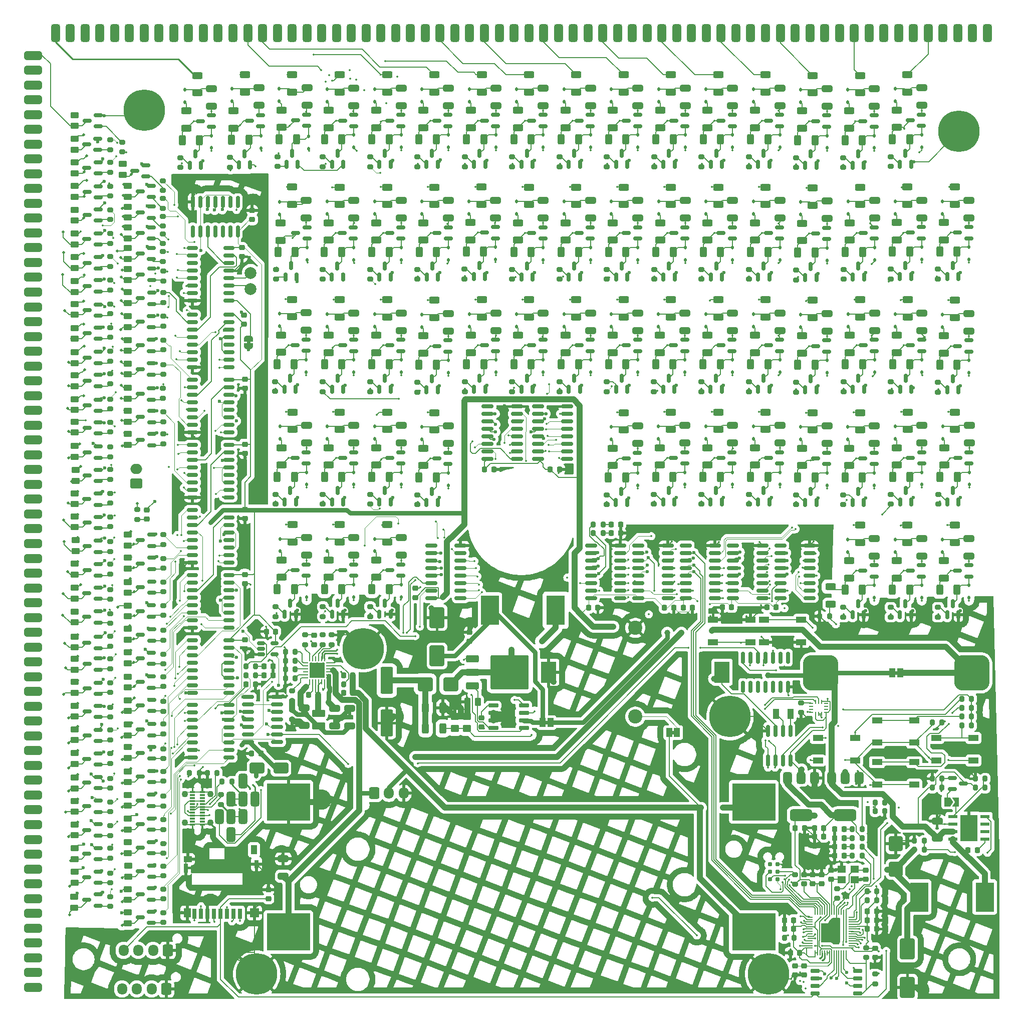
<source format=gbr>
%TF.GenerationSoftware,KiCad,Pcbnew,8.0.2*%
%TF.CreationDate,2024-06-03T23:57:49-04:00*%
%TF.ProjectId,IGGDriver,49474744-7269-4766-9572-2e6b69636164,rev?*%
%TF.SameCoordinates,Original*%
%TF.FileFunction,Copper,L1,Top*%
%TF.FilePolarity,Positive*%
%FSLAX46Y46*%
G04 Gerber Fmt 4.6, Leading zero omitted, Abs format (unit mm)*
G04 Created by KiCad (PCBNEW 8.0.2) date 2024-06-03 23:57:49*
%MOMM*%
%LPD*%
G01*
G04 APERTURE LIST*
G04 Aperture macros list*
%AMRoundRect*
0 Rectangle with rounded corners*
0 $1 Rounding radius*
0 $2 $3 $4 $5 $6 $7 $8 $9 X,Y pos of 4 corners*
0 Add a 4 corners polygon primitive as box body*
4,1,4,$2,$3,$4,$5,$6,$7,$8,$9,$2,$3,0*
0 Add four circle primitives for the rounded corners*
1,1,$1+$1,$2,$3*
1,1,$1+$1,$4,$5*
1,1,$1+$1,$6,$7*
1,1,$1+$1,$8,$9*
0 Add four rect primitives between the rounded corners*
20,1,$1+$1,$2,$3,$4,$5,0*
20,1,$1+$1,$4,$5,$6,$7,0*
20,1,$1+$1,$6,$7,$8,$9,0*
20,1,$1+$1,$8,$9,$2,$3,0*%
%AMFreePoly0*
4,1,6,1.000000,0.000000,0.500000,-0.750000,-0.500000,-0.750000,-0.500000,0.750000,0.500000,0.750000,1.000000,0.000000,1.000000,0.000000,$1*%
%AMFreePoly1*
4,1,6,0.500000,-0.750000,-0.650000,-0.750000,-0.150000,0.000000,-0.650000,0.750000,0.500000,0.750000,0.500000,-0.750000,0.500000,-0.750000,$1*%
%AMFreePoly2*
4,1,19,0.500000,-0.750000,0.000000,-0.750000,0.000000,-0.744911,-0.071157,-0.744911,-0.207708,-0.704816,-0.327430,-0.627875,-0.420627,-0.520320,-0.479746,-0.390866,-0.500000,-0.250000,-0.500000,0.250000,-0.479746,0.390866,-0.420627,0.520320,-0.327430,0.627875,-0.207708,0.704816,-0.071157,0.744911,0.000000,0.744911,0.000000,0.750000,0.500000,0.750000,0.500000,-0.750000,0.500000,-0.750000,
$1*%
%AMFreePoly3*
4,1,19,0.000000,0.744911,0.071157,0.744911,0.207708,0.704816,0.327430,0.627875,0.420627,0.520320,0.479746,0.390866,0.500000,0.250000,0.500000,-0.250000,0.479746,-0.390866,0.420627,-0.520320,0.327430,-0.627875,0.207708,-0.704816,0.071157,-0.744911,0.000000,-0.744911,0.000000,-0.750000,-0.500000,-0.750000,-0.500000,0.750000,0.000000,0.750000,0.000000,0.744911,0.000000,0.744911,
$1*%
G04 Aperture macros list end*
%TA.AperFunction,EtchedComponent*%
%ADD10C,0.000000*%
%TD*%
%TA.AperFunction,EtchedComponent*%
%ADD11C,0.200000*%
%TD*%
%TA.AperFunction,ComponentPad*%
%ADD12RoundRect,0.250000X-0.600000X-0.725000X0.600000X-0.725000X0.600000X0.725000X-0.600000X0.725000X0*%
%TD*%
%TA.AperFunction,ComponentPad*%
%ADD13O,1.700000X1.950000*%
%TD*%
%TA.AperFunction,SMDPad,CuDef*%
%ADD14RoundRect,0.250000X0.625000X-0.312500X0.625000X0.312500X-0.625000X0.312500X-0.625000X-0.312500X0*%
%TD*%
%TA.AperFunction,SMDPad,CuDef*%
%ADD15RoundRect,0.150000X0.587500X0.150000X-0.587500X0.150000X-0.587500X-0.150000X0.587500X-0.150000X0*%
%TD*%
%TA.AperFunction,ConnectorPad*%
%ADD16C,0.787400*%
%TD*%
%TA.AperFunction,SMDPad,CuDef*%
%ADD17RoundRect,0.250000X-0.650000X0.325000X-0.650000X-0.325000X0.650000X-0.325000X0.650000X0.325000X0*%
%TD*%
%TA.AperFunction,SMDPad,CuDef*%
%ADD18RoundRect,0.250000X-0.312500X-0.625000X0.312500X-0.625000X0.312500X0.625000X-0.312500X0.625000X0*%
%TD*%
%TA.AperFunction,SMDPad,CuDef*%
%ADD19RoundRect,0.200000X-0.275000X0.200000X-0.275000X-0.200000X0.275000X-0.200000X0.275000X0.200000X0*%
%TD*%
%TA.AperFunction,SMDPad,CuDef*%
%ADD20RoundRect,0.112500X-0.112500X0.187500X-0.112500X-0.187500X0.112500X-0.187500X0.112500X0.187500X0*%
%TD*%
%TA.AperFunction,SMDPad,CuDef*%
%ADD21RoundRect,0.150000X0.150000X-0.587500X0.150000X0.587500X-0.150000X0.587500X-0.150000X-0.587500X0*%
%TD*%
%TA.AperFunction,SMDPad,CuDef*%
%ADD22RoundRect,0.225000X0.250000X-0.225000X0.250000X0.225000X-0.250000X0.225000X-0.250000X-0.225000X0*%
%TD*%
%TA.AperFunction,SMDPad,CuDef*%
%ADD23RoundRect,0.200000X0.200000X0.275000X-0.200000X0.275000X-0.200000X-0.275000X0.200000X-0.275000X0*%
%TD*%
%TA.AperFunction,SMDPad,CuDef*%
%ADD24RoundRect,0.250000X-0.625000X0.312500X-0.625000X-0.312500X0.625000X-0.312500X0.625000X0.312500X0*%
%TD*%
%TA.AperFunction,SMDPad,CuDef*%
%ADD25RoundRect,0.225000X0.225000X0.250000X-0.225000X0.250000X-0.225000X-0.250000X0.225000X-0.250000X0*%
%TD*%
%TA.AperFunction,SMDPad,CuDef*%
%ADD26RoundRect,0.150000X-0.150000X0.825000X-0.150000X-0.825000X0.150000X-0.825000X0.150000X0.825000X0*%
%TD*%
%TA.AperFunction,SMDPad,CuDef*%
%ADD27RoundRect,0.250000X-0.325000X-0.650000X0.325000X-0.650000X0.325000X0.650000X-0.325000X0.650000X0*%
%TD*%
%TA.AperFunction,SMDPad,CuDef*%
%ADD28RoundRect,0.200000X-0.200000X-0.275000X0.200000X-0.275000X0.200000X0.275000X-0.200000X0.275000X0*%
%TD*%
%TA.AperFunction,SMDPad,CuDef*%
%ADD29RoundRect,0.250000X-0.450000X0.262500X-0.450000X-0.262500X0.450000X-0.262500X0.450000X0.262500X0*%
%TD*%
%TA.AperFunction,SMDPad,CuDef*%
%ADD30RoundRect,0.200000X0.275000X-0.200000X0.275000X0.200000X-0.275000X0.200000X-0.275000X-0.200000X0*%
%TD*%
%TA.AperFunction,SMDPad,CuDef*%
%ADD31RoundRect,0.162500X-0.750000X-0.162500X0.750000X-0.162500X0.750000X0.162500X-0.750000X0.162500X0*%
%TD*%
%TA.AperFunction,SMDPad,CuDef*%
%ADD32RoundRect,0.218750X-0.218750X-0.256250X0.218750X-0.256250X0.218750X0.256250X-0.218750X0.256250X0*%
%TD*%
%TA.AperFunction,SMDPad,CuDef*%
%ADD33R,1.000000X1.500000*%
%TD*%
%TA.AperFunction,SMDPad,CuDef*%
%ADD34RoundRect,0.225000X-0.225000X-0.250000X0.225000X-0.250000X0.225000X0.250000X-0.225000X0.250000X0*%
%TD*%
%TA.AperFunction,SMDPad,CuDef*%
%ADD35RoundRect,0.150000X0.825000X0.150000X-0.825000X0.150000X-0.825000X-0.150000X0.825000X-0.150000X0*%
%TD*%
%TA.AperFunction,SMDPad,CuDef*%
%ADD36RoundRect,0.225000X-0.250000X0.225000X-0.250000X-0.225000X0.250000X-0.225000X0.250000X0.225000X0*%
%TD*%
%TA.AperFunction,SMDPad,CuDef*%
%ADD37RoundRect,0.250000X0.650000X-0.325000X0.650000X0.325000X-0.650000X0.325000X-0.650000X-0.325000X0*%
%TD*%
%TA.AperFunction,SMDPad,CuDef*%
%ADD38C,7.000000*%
%TD*%
%TA.AperFunction,SMDPad,CuDef*%
%ADD39RoundRect,0.375000X-0.375000X0.625000X-0.375000X-0.625000X0.375000X-0.625000X0.375000X0.625000X0*%
%TD*%
%TA.AperFunction,SMDPad,CuDef*%
%ADD40RoundRect,0.500000X-1.400000X0.500000X-1.400000X-0.500000X1.400000X-0.500000X1.400000X0.500000X0*%
%TD*%
%TA.AperFunction,SMDPad,CuDef*%
%ADD41RoundRect,0.250001X-0.799999X1.999999X-0.799999X-1.999999X0.799999X-1.999999X0.799999X1.999999X0*%
%TD*%
%TA.AperFunction,SMDPad,CuDef*%
%ADD42RoundRect,0.150000X-0.512500X-0.150000X0.512500X-0.150000X0.512500X0.150000X-0.512500X0.150000X0*%
%TD*%
%TA.AperFunction,SMDPad,CuDef*%
%ADD43RoundRect,0.218750X0.256250X-0.218750X0.256250X0.218750X-0.256250X0.218750X-0.256250X-0.218750X0*%
%TD*%
%TA.AperFunction,SMDPad,CuDef*%
%ADD44R,7.340000X6.350000*%
%TD*%
%TA.AperFunction,SMDPad,CuDef*%
%ADD45RoundRect,0.218750X0.218750X0.256250X-0.218750X0.256250X-0.218750X-0.256250X0.218750X-0.256250X0*%
%TD*%
%TA.AperFunction,SMDPad,CuDef*%
%ADD46R,2.600000X3.600000*%
%TD*%
%TA.AperFunction,SMDPad,CuDef*%
%ADD47RoundRect,0.062500X-0.062500X0.350000X-0.062500X-0.350000X0.062500X-0.350000X0.062500X0.350000X0*%
%TD*%
%TA.AperFunction,SMDPad,CuDef*%
%ADD48RoundRect,0.062500X-0.350000X0.062500X-0.350000X-0.062500X0.350000X-0.062500X0.350000X0.062500X0*%
%TD*%
%TA.AperFunction,HeatsinkPad*%
%ADD49C,0.500000*%
%TD*%
%TA.AperFunction,HeatsinkPad*%
%ADD50R,2.600000X2.600000*%
%TD*%
%TA.AperFunction,SMDPad,CuDef*%
%ADD51RoundRect,0.250000X-1.000000X1.500000X-1.000000X-1.500000X1.000000X-1.500000X1.000000X1.500000X0*%
%TD*%
%TA.AperFunction,SMDPad,CuDef*%
%ADD52R,1.000000X1.800000*%
%TD*%
%TA.AperFunction,SMDPad,CuDef*%
%ADD53RoundRect,0.250000X-0.850000X0.375000X-0.850000X-0.375000X0.850000X-0.375000X0.850000X0.375000X0*%
%TD*%
%TA.AperFunction,ComponentPad*%
%ADD54RoundRect,0.250000X0.750000X-0.600000X0.750000X0.600000X-0.750000X0.600000X-0.750000X-0.600000X0*%
%TD*%
%TA.AperFunction,ComponentPad*%
%ADD55O,2.000000X1.700000*%
%TD*%
%TA.AperFunction,SMDPad,CuDef*%
%ADD56R,1.700000X1.000000*%
%TD*%
%TA.AperFunction,SMDPad,CuDef*%
%ADD57RoundRect,0.250000X1.000000X-1.500000X1.000000X1.500000X-1.000000X1.500000X-1.000000X-1.500000X0*%
%TD*%
%TA.AperFunction,SMDPad,CuDef*%
%ADD58R,1.550000X0.600000*%
%TD*%
%TA.AperFunction,ComponentPad*%
%ADD59C,0.600000*%
%TD*%
%TA.AperFunction,SMDPad,CuDef*%
%ADD60R,2.600000X3.100000*%
%TD*%
%TA.AperFunction,SMDPad,CuDef*%
%ADD61R,2.950000X4.500000*%
%TD*%
%TA.AperFunction,SMDPad,CuDef*%
%ADD62RoundRect,0.150000X0.150000X-0.825000X0.150000X0.825000X-0.150000X0.825000X-0.150000X-0.825000X0*%
%TD*%
%TA.AperFunction,SMDPad,CuDef*%
%ADD63RoundRect,0.050000X0.387500X0.050000X-0.387500X0.050000X-0.387500X-0.050000X0.387500X-0.050000X0*%
%TD*%
%TA.AperFunction,SMDPad,CuDef*%
%ADD64RoundRect,0.050000X0.050000X0.387500X-0.050000X0.387500X-0.050000X-0.387500X0.050000X-0.387500X0*%
%TD*%
%TA.AperFunction,HeatsinkPad*%
%ADD65R,3.200000X3.200000*%
%TD*%
%TA.AperFunction,SMDPad,CuDef*%
%ADD66R,0.675000X0.250000*%
%TD*%
%TA.AperFunction,SMDPad,CuDef*%
%ADD67R,0.250000X0.675000*%
%TD*%
%TA.AperFunction,SMDPad,CuDef*%
%ADD68R,0.700000X1.750000*%
%TD*%
%TA.AperFunction,SMDPad,CuDef*%
%ADD69R,1.450000X1.000000*%
%TD*%
%TA.AperFunction,SMDPad,CuDef*%
%ADD70R,1.000000X1.550000*%
%TD*%
%TA.AperFunction,SMDPad,CuDef*%
%ADD71R,0.800000X1.500000*%
%TD*%
%TA.AperFunction,SMDPad,CuDef*%
%ADD72R,1.300000X1.500000*%
%TD*%
%TA.AperFunction,SMDPad,CuDef*%
%ADD73R,1.500000X1.500000*%
%TD*%
%TA.AperFunction,SMDPad,CuDef*%
%ADD74R,0.800000X1.400000*%
%TD*%
%TA.AperFunction,SMDPad,CuDef*%
%ADD75RoundRect,0.250000X0.450000X-0.350000X0.450000X0.350000X-0.450000X0.350000X-0.450000X-0.350000X0*%
%TD*%
%TA.AperFunction,SMDPad,CuDef*%
%ADD76RoundRect,0.250000X-0.850000X-0.350000X0.850000X-0.350000X0.850000X0.350000X-0.850000X0.350000X0*%
%TD*%
%TA.AperFunction,SMDPad,CuDef*%
%ADD77RoundRect,0.250000X-1.275000X-1.125000X1.275000X-1.125000X1.275000X1.125000X-1.275000X1.125000X0*%
%TD*%
%TA.AperFunction,SMDPad,CuDef*%
%ADD78RoundRect,0.249997X-2.950003X-2.650003X2.950003X-2.650003X2.950003X2.650003X-2.950003X2.650003X0*%
%TD*%
%TA.AperFunction,SMDPad,CuDef*%
%ADD79R,1.400000X1.200000*%
%TD*%
%TA.AperFunction,SMDPad,CuDef*%
%ADD80FreePoly0,0.000000*%
%TD*%
%TA.AperFunction,SMDPad,CuDef*%
%ADD81FreePoly1,0.000000*%
%TD*%
%TA.AperFunction,SMDPad,CuDef*%
%ADD82RoundRect,0.218750X-0.256250X0.218750X-0.256250X-0.218750X0.256250X-0.218750X0.256250X0.218750X0*%
%TD*%
%TA.AperFunction,ComponentPad*%
%ADD83RoundRect,0.250000X0.600000X0.725000X-0.600000X0.725000X-0.600000X-0.725000X0.600000X-0.725000X0*%
%TD*%
%TA.AperFunction,SMDPad,CuDef*%
%ADD84RoundRect,0.250000X-0.450000X0.350000X-0.450000X-0.350000X0.450000X-0.350000X0.450000X0.350000X0*%
%TD*%
%TA.AperFunction,ComponentPad*%
%ADD85C,2.000000*%
%TD*%
%TA.AperFunction,SMDPad,CuDef*%
%ADD86RoundRect,0.375000X0.375000X-0.875000X0.375000X0.875000X-0.375000X0.875000X-0.375000X-0.875000X0*%
%TD*%
%TA.AperFunction,ComponentPad*%
%ADD87RoundRect,0.375000X1.125000X0.375000X-1.125000X0.375000X-1.125000X-0.375000X1.125000X-0.375000X0*%
%TD*%
%TA.AperFunction,ComponentPad*%
%ADD88RoundRect,0.375000X0.375000X-1.125000X0.375000X1.125000X-0.375000X1.125000X-0.375000X-1.125000X0*%
%TD*%
%TA.AperFunction,SMDPad,CuDef*%
%ADD89RoundRect,0.250000X1.000000X0.650000X-1.000000X0.650000X-1.000000X-0.650000X1.000000X-0.650000X0*%
%TD*%
%TA.AperFunction,SMDPad,CuDef*%
%ADD90RoundRect,0.250000X0.900000X-1.000000X0.900000X1.000000X-0.900000X1.000000X-0.900000X-1.000000X0*%
%TD*%
%TA.AperFunction,SMDPad,CuDef*%
%ADD91R,0.850000X0.300000*%
%TD*%
%TA.AperFunction,ComponentPad*%
%ADD92C,1.100000*%
%TD*%
%TA.AperFunction,SMDPad,CuDef*%
%ADD93RoundRect,1.500000X1.500000X1.500000X-1.500000X1.500000X-1.500000X-1.500000X1.500000X-1.500000X0*%
%TD*%
%TA.AperFunction,SMDPad,CuDef*%
%ADD94RoundRect,0.250000X-1.000000X-0.900000X1.000000X-0.900000X1.000000X0.900000X-1.000000X0.900000X0*%
%TD*%
%TA.AperFunction,SMDPad,CuDef*%
%ADD95RoundRect,0.150000X0.725000X0.150000X-0.725000X0.150000X-0.725000X-0.150000X0.725000X-0.150000X0*%
%TD*%
%TA.AperFunction,SMDPad,CuDef*%
%ADD96R,3.100000X5.000000*%
%TD*%
%TA.AperFunction,SMDPad,CuDef*%
%ADD97RoundRect,0.250000X0.262500X0.450000X-0.262500X0.450000X-0.262500X-0.450000X0.262500X-0.450000X0*%
%TD*%
%TA.AperFunction,SMDPad,CuDef*%
%ADD98FreePoly2,270.000000*%
%TD*%
%TA.AperFunction,SMDPad,CuDef*%
%ADD99FreePoly3,270.000000*%
%TD*%
%TA.AperFunction,SMDPad,CuDef*%
%ADD100RoundRect,0.150000X0.650000X0.150000X-0.650000X0.150000X-0.650000X-0.150000X0.650000X-0.150000X0*%
%TD*%
%TA.AperFunction,SMDPad,CuDef*%
%ADD101RoundRect,0.150000X-0.587500X-0.150000X0.587500X-0.150000X0.587500X0.150000X-0.587500X0.150000X0*%
%TD*%
%TA.AperFunction,ComponentPad*%
%ADD102C,2.400000*%
%TD*%
%TA.AperFunction,ViaPad*%
%ADD103C,0.350000*%
%TD*%
%TA.AperFunction,ViaPad*%
%ADD104C,0.600000*%
%TD*%
%TA.AperFunction,ViaPad*%
%ADD105C,1.000000*%
%TD*%
%TA.AperFunction,ViaPad*%
%ADD106C,0.500000*%
%TD*%
%TA.AperFunction,Conductor*%
%ADD107C,0.150000*%
%TD*%
%TA.AperFunction,Conductor*%
%ADD108C,1.000000*%
%TD*%
%TA.AperFunction,Conductor*%
%ADD109C,0.750000*%
%TD*%
%TA.AperFunction,Conductor*%
%ADD110C,0.200000*%
%TD*%
%TA.AperFunction,Conductor*%
%ADD111C,0.100000*%
%TD*%
%TA.AperFunction,Conductor*%
%ADD112C,0.110000*%
%TD*%
%TA.AperFunction,Conductor*%
%ADD113C,0.250000*%
%TD*%
%TA.AperFunction,Conductor*%
%ADD114C,0.228600*%
%TD*%
G04 APERTURE END LIST*
D10*
%TA.AperFunction,EtchedComponent*%
%TO.C,JP2*%
G36*
X217350000Y-116400000D02*
G01*
X216850000Y-116400000D01*
X216850000Y-115800000D01*
X217350000Y-115800000D01*
X217350000Y-116400000D01*
G37*
%TD.AperFunction*%
%TA.AperFunction,EtchedComponent*%
%TO.C,JP10*%
G36*
X179650000Y-126500000D02*
G01*
X179150000Y-126500000D01*
X179150000Y-125900000D01*
X179650000Y-125900000D01*
X179650000Y-126500000D01*
G37*
%TD.AperFunction*%
D11*
%TO.C,J2*%
X104700000Y-140400000D02*
X106700000Y-140400000D01*
X106700000Y-137400000D02*
X104700000Y-137400000D01*
D10*
%TA.AperFunction,EtchedComponent*%
%TO.C,JP9*%
G36*
X158250000Y-124800000D02*
G01*
X157750000Y-124800000D01*
X157750000Y-124200000D01*
X158250000Y-124200000D01*
X158250000Y-124800000D01*
G37*
%TD.AperFunction*%
%TA.AperFunction,EtchedComponent*%
%TO.C,JP1001*%
G36*
X107950000Y-60500000D02*
G01*
X107350000Y-60500000D01*
X107350000Y-60000000D01*
X107950000Y-60000000D01*
X107950000Y-60500000D01*
G37*
%TD.AperFunction*%
%TD*%
D12*
%TO.P,J3,1,Pin_1*%
%TO.N,Net-(BT2-+)*%
X128850000Y-136450000D03*
D13*
%TO.P,J3,2,Pin_2*%
%TO.N,/BAT_MID*%
X131350000Y-136450000D03*
%TO.P,J3,3,Pin_3*%
%TO.N,GND*%
X133850000Y-136450000D03*
%TD*%
D14*
%TO.P,R95,1*%
%TO.N,HT*%
X129187500Y-61962500D03*
%TO.P,R95,2*%
%TO.N,Net-(D48-A)*%
X129187500Y-59037500D03*
%TD*%
%TO.P,R67,1*%
%TO.N,HT*%
X129187500Y-23962500D03*
%TO.P,R67,2*%
%TO.N,Net-(D34-A)*%
X129187500Y-21037500D03*
%TD*%
D15*
%TO.P,Q123,1,B*%
%TO.N,Net-(D131-K)*%
X229337500Y-61800000D03*
%TO.P,Q123,2,E*%
%TO.N,Net-(D131-A)*%
X229337500Y-59900000D03*
%TO.P,Q123,3,C*%
%TO.N,HT*%
X227462500Y-60850000D03*
%TD*%
D16*
%TO.P,J5,1,VCC*%
%TO.N,+3V3*%
X197000000Y-151000000D03*
%TO.P,J5,2,SWDIO*%
%TO.N,Net-(J5-SWDIO)*%
X195730000Y-151000000D03*
%TO.P,J5,3,~{RESET}*%
%TO.N,/RST*%
X197000000Y-149730000D03*
%TO.P,J5,4,SWCLK*%
%TO.N,Net-(J5-SWCLK)*%
X195730000Y-149730000D03*
%TO.P,J5,5,GND*%
%TO.N,GND*%
X197000000Y-148460000D03*
%TO.P,J5,6,SWO*%
%TO.N,unconnected-(J5-SWO-Pad6)*%
X195730000Y-148460000D03*
%TD*%
D17*
%TO.P,C43,1*%
%TO.N,Net-(D36-K)*%
X141400000Y-17275000D03*
%TO.P,C43,2*%
%TO.N,Net-(D35-A)*%
X141400000Y-20225000D03*
%TD*%
D14*
%TO.P,R151,1*%
%TO.N,HT*%
X177150000Y-80962500D03*
%TO.P,R151,2*%
%TO.N,Net-(D76-A)*%
X177150000Y-78037500D03*
%TD*%
D15*
%TO.P,Q47,1,B*%
%TO.N,Net-(D55-K)*%
X141375000Y-42700000D03*
%TO.P,Q47,2,E*%
%TO.N,Net-(D55-A)*%
X141375000Y-40800000D03*
%TO.P,Q47,3,C*%
%TO.N,HT*%
X139500000Y-41750000D03*
%TD*%
D18*
%TO.P,R237,1*%
%TO.N,HT*%
X208475000Y-44962500D03*
%TO.P,R237,2*%
%TO.N,Net-(D119-K)*%
X211400000Y-44962500D03*
%TD*%
D14*
%TO.P,R59,1*%
%TO.N,HT*%
X121187500Y-99962500D03*
%TO.P,R59,2*%
%TO.N,Net-(D30-A)*%
X121187500Y-97037500D03*
%TD*%
D19*
%TO.P,R52,1*%
%TO.N,Net-(Q20-B)*%
X120187500Y-85925000D03*
%TO.P,R52,2*%
%TO.N,/AI11*%
X120187500Y-87575000D03*
%TD*%
D20*
%TO.P,D28,1,K*%
%TO.N,Net-(D28-K)*%
X120937500Y-74450000D03*
%TO.P,D28,2,A*%
%TO.N,Net-(D28-A)*%
X120937500Y-76550000D03*
%TD*%
D14*
%TO.P,R227,1*%
%TO.N,HT*%
X209187500Y-61962500D03*
%TO.P,R227,2*%
%TO.N,Net-(D114-A)*%
X209187500Y-59037500D03*
%TD*%
D21*
%TO.P,Q78,1,B*%
%TO.N,Net-(Q78-B)*%
X185700000Y-68187500D03*
%TO.P,Q78,2,E*%
%TO.N,GND*%
X187600000Y-68187500D03*
%TO.P,Q78,3,C*%
%TO.N,Net-(D85-K)*%
X186650000Y-66312500D03*
%TD*%
D19*
%TO.P,R20,1*%
%TO.N,Net-(Q4-B)*%
X104462500Y-28987500D03*
%TO.P,R20,2*%
%TO.N,/AI2*%
X104462500Y-30637500D03*
%TD*%
D20*
%TO.P,D59,1,K*%
%TO.N,Net-(D59-K)*%
X157437500Y-25200000D03*
%TO.P,D59,2,A*%
%TO.N,Net-(D59-A)*%
X157437500Y-27300000D03*
%TD*%
%TO.P,D29,1,K*%
%TO.N,Net-(D29-K)*%
X125437500Y-101200000D03*
%TO.P,D29,2,A*%
%TO.N,Net-(D29-A)*%
X125437500Y-103300000D03*
%TD*%
D22*
%TO.P,C1011,1*%
%TO.N,+5V*%
X106900000Y-57175000D03*
%TO.P,C1011,2*%
%TO.N,GND*%
X106900000Y-55625000D03*
%TD*%
D15*
%TO.P,Q25,1,B*%
%TO.N,Net-(D33-K)*%
X133375000Y-23700000D03*
%TO.P,Q25,2,E*%
%TO.N,Net-(D33-A)*%
X133375000Y-21800000D03*
%TO.P,Q25,3,C*%
%TO.N,HT*%
X131500000Y-22750000D03*
%TD*%
D23*
%TO.P,R303,1*%
%TO.N,+3V3*%
X211325000Y-145500000D03*
%TO.P,R303,2*%
%TO.N,Net-(D6-A)*%
X209675000Y-145500000D03*
%TD*%
D14*
%TO.P,R51,1*%
%TO.N,HT*%
X121150000Y-42962500D03*
%TO.P,R51,2*%
%TO.N,Net-(D26-A)*%
X121150000Y-40037500D03*
%TD*%
%TO.P,R195,1*%
%TO.N,HT*%
X193187500Y-42962500D03*
%TO.P,R195,2*%
%TO.N,Net-(D98-A)*%
X193187500Y-40037500D03*
%TD*%
D18*
%TO.P,R205,1*%
%TO.N,HT*%
X192475000Y-25962500D03*
%TO.P,R205,2*%
%TO.N,Net-(D103-K)*%
X195400000Y-25962500D03*
%TD*%
D24*
%TO.P,R158,1*%
%TO.N,/AO34*%
X171037500Y-15037500D03*
%TO.P,R158,2*%
%TO.N,Net-(D80-K)*%
X171037500Y-17962500D03*
%TD*%
D25*
%TO.P,C9,1*%
%TO.N,+5V*%
X196775000Y-105000000D03*
%TO.P,C9,2*%
%TO.N,GND*%
X195225000Y-105000000D03*
%TD*%
D26*
%TO.P,U1004,1*%
%TO.N,Net-(U1008-CKEN)*%
X105810000Y-36525000D03*
%TO.P,U1004,2*%
%TO.N,/Kathode/CLK*%
X104540000Y-36525000D03*
%TO.P,U1004,3*%
%TO.N,Net-(U1009-CLK)*%
X103270000Y-36525000D03*
%TO.P,U1004,4*%
%TO.N,Net-(U1011-CLK)*%
X102000000Y-36525000D03*
%TO.P,U1004,5*%
%TO.N,Net-(U1009-CKEN)*%
X100730000Y-36525000D03*
%TO.P,U1004,6*%
%TO.N,/Kathode/CLK*%
X99460000Y-36525000D03*
%TO.P,U1004,7,VSS*%
%TO.N,GND*%
X98190000Y-36525000D03*
%TO.P,U1004,8*%
%TO.N,Net-(U1011-CKEN)*%
X98190000Y-41475000D03*
%TO.P,U1004,9*%
%TO.N,/Kathode/CLK*%
X99460000Y-41475000D03*
%TO.P,U1004,10*%
%TO.N,Net-(U1012-CLK)*%
X100730000Y-41475000D03*
%TO.P,U1004,11*%
%TO.N,N/C*%
X102000000Y-41475000D03*
%TO.P,U1004,12*%
X103270000Y-41475000D03*
%TO.P,U1004,13*%
X104540000Y-41475000D03*
%TO.P,U1004,14,VDD*%
%TO.N,+5V*%
X105810000Y-41475000D03*
%TD*%
D14*
%TO.P,R243,1*%
%TO.N,HT*%
X217187500Y-80962500D03*
%TO.P,R243,2*%
%TO.N,Net-(D122-A)*%
X217187500Y-78037500D03*
%TD*%
D21*
%TO.P,Q50,1,B*%
%TO.N,Net-(Q50-B)*%
X153737500Y-68187500D03*
%TO.P,Q50,2,E*%
%TO.N,GND*%
X155637500Y-68187500D03*
%TO.P,Q50,3,C*%
%TO.N,Net-(D57-K)*%
X154687500Y-66312500D03*
%TD*%
D17*
%TO.P,C59,1*%
%TO.N,Net-(D68-K)*%
X173400000Y-74375000D03*
%TO.P,C59,2*%
%TO.N,Net-(D67-A)*%
X173400000Y-77325000D03*
%TD*%
%TO.P,C76,1*%
%TO.N,Net-(D102-K)*%
X205400000Y-55375000D03*
%TO.P,C76,2*%
%TO.N,Net-(D101-A)*%
X205400000Y-58325000D03*
%TD*%
D18*
%TO.P,R21,1*%
%TO.N,HT*%
X104750000Y-26025000D03*
%TO.P,R21,2*%
%TO.N,Net-(D11-K)*%
X107675000Y-26025000D03*
%TD*%
D27*
%TO.P,C104,1*%
%TO.N,HT*%
X137524999Y-122000000D03*
%TO.P,C104,2*%
%TO.N,GND*%
X140475001Y-122000000D03*
%TD*%
D17*
%TO.P,C42,1*%
%TO.N,Net-(D34-K)*%
X133437500Y-17275000D03*
%TO.P,C42,2*%
%TO.N,Net-(D33-A)*%
X133437500Y-20225000D03*
%TD*%
D15*
%TO.P,Q1009,1,B*%
%TO.N,Net-(Q1009-B)*%
X91187500Y-154425000D03*
%TO.P,Q1009,2,E*%
%TO.N,GND*%
X91187500Y-152525000D03*
%TO.P,Q1009,3,C*%
%TO.N,/Kathode/OUT_K1*%
X89312500Y-153475000D03*
%TD*%
%TO.P,Q79,1,B*%
%TO.N,Net-(D87-K)*%
X181375000Y-23700000D03*
%TO.P,Q79,2,E*%
%TO.N,Net-(D87-A)*%
X181375000Y-21800000D03*
%TO.P,Q79,3,C*%
%TO.N,HT*%
X179500000Y-22750000D03*
%TD*%
D25*
%TO.P,C13,1*%
%TO.N,+5V*%
X189275000Y-105000000D03*
%TO.P,C13,2*%
%TO.N,GND*%
X187725000Y-105000000D03*
%TD*%
D24*
%TO.P,R22,1*%
%TO.N,/AO2*%
X107000000Y-15000000D03*
%TO.P,R22,2*%
%TO.N,Net-(D12-K)*%
X107000000Y-17925000D03*
%TD*%
D28*
%TO.P,R283,1*%
%TO.N,GND*%
X223175000Y-134000000D03*
%TO.P,R283,2*%
%TO.N,/5V_EN*%
X224825000Y-134000000D03*
%TD*%
D19*
%TO.P,R84,1*%
%TO.N,Net-(Q36-B)*%
X144187500Y-28925000D03*
%TO.P,R84,2*%
%TO.N,/AI19*%
X144187500Y-30575000D03*
%TD*%
D15*
%TO.P,Q1062,1,B*%
%TO.N,Net-(Q1062-B)*%
X91187500Y-57700000D03*
%TO.P,Q1062,2,E*%
%TO.N,GND*%
X91187500Y-55800000D03*
%TO.P,Q1062,3,C*%
%TO.N,/Kathode/OUT_K47*%
X89312500Y-56750000D03*
%TD*%
%TO.P,Q1053,1,B*%
%TO.N,Net-(Q1053-B)*%
X82250000Y-75650000D03*
%TO.P,Q1053,2,E*%
%TO.N,GND*%
X82250000Y-73750000D03*
%TO.P,Q1053,3,C*%
%TO.N,/Kathode/OUT_K38*%
X80375000Y-74700000D03*
%TD*%
D29*
%TO.P,R1097,1*%
%TO.N,HT*%
X78250000Y-41837500D03*
%TO.P,R1097,2*%
%TO.N,/Kathode/OUT_K53*%
X78250000Y-43662500D03*
%TD*%
D17*
%TO.P,C93,1*%
%TO.N,Net-(D136-K)*%
X229437500Y-74275000D03*
%TO.P,C93,2*%
%TO.N,Net-(D135-A)*%
X229437500Y-77225000D03*
%TD*%
D30*
%TO.P,R1009,1*%
%TO.N,Net-(Q1007-B)*%
X84250000Y-55400000D03*
%TO.P,R1009,2*%
%TO.N,/Kathode/K48*%
X84250000Y-53750000D03*
%TD*%
D17*
%TO.P,C30,1*%
%TO.N,Net-(D10-K)*%
X101400000Y-17375000D03*
%TO.P,C30,2*%
%TO.N,Net-(D9-A)*%
X101400000Y-20325000D03*
%TD*%
D24*
%TO.P,R66,1*%
%TO.N,/AO13*%
X131037500Y-15037500D03*
%TO.P,R66,2*%
%TO.N,Net-(D34-K)*%
X131037500Y-17962500D03*
%TD*%
D19*
%TO.P,R76,1*%
%TO.N,Net-(Q32-B)*%
X128187500Y-47925000D03*
%TO.P,R76,2*%
%TO.N,/AI14*%
X128187500Y-49575000D03*
%TD*%
D15*
%TO.P,Q81,1,B*%
%TO.N,Net-(D89-K)*%
X189375000Y-42700000D03*
%TO.P,Q81,2,E*%
%TO.N,Net-(D89-A)*%
X189375000Y-40800000D03*
%TO.P,Q81,3,C*%
%TO.N,HT*%
X187500000Y-41750000D03*
%TD*%
D17*
%TO.P,C69,1*%
%TO.N,Net-(D88-K)*%
X181437500Y-17275000D03*
%TO.P,C69,2*%
%TO.N,Net-(D87-A)*%
X181437500Y-20225000D03*
%TD*%
D19*
%TO.P,R156,1*%
%TO.N,Net-(Q72-B)*%
X168187500Y-28925000D03*
%TO.P,R156,2*%
%TO.N,/AI34*%
X168187500Y-30575000D03*
%TD*%
D17*
%TO.P,C48,1*%
%TO.N,Net-(D46-K)*%
X141400000Y-74375000D03*
%TO.P,C48,2*%
%TO.N,Net-(D45-A)*%
X141400000Y-77325000D03*
%TD*%
D20*
%TO.P,D13,1,K*%
%TO.N,Net-(D13-K)*%
X117750000Y-25412500D03*
%TO.P,D13,2,A*%
%TO.N,Net-(D13-A)*%
X117750000Y-27512500D03*
%TD*%
D17*
%TO.P,C61,1*%
%TO.N,Net-(D72-K)*%
X165437500Y-17275000D03*
%TO.P,C61,2*%
%TO.N,Net-(D71-A)*%
X165437500Y-20225000D03*
%TD*%
D20*
%TO.P,D93,1,K*%
%TO.N,Net-(D93-K)*%
X197437500Y-63200000D03*
%TO.P,D93,2,A*%
%TO.N,Net-(D93-A)*%
X197437500Y-65300000D03*
%TD*%
D29*
%TO.P,R1098,1*%
%TO.N,HT*%
X78250000Y-25837500D03*
%TO.P,R1098,2*%
%TO.N,/Kathode/OUT_K61*%
X78250000Y-27662500D03*
%TD*%
D14*
%TO.P,R79,1*%
%TO.N,HT*%
X129187500Y-42962500D03*
%TO.P,R79,2*%
%TO.N,Net-(D40-A)*%
X129187500Y-40037500D03*
%TD*%
D30*
%TO.P,R1004,1*%
%TO.N,Net-(Q1002-B)*%
X84250000Y-143575000D03*
%TO.P,R1004,2*%
%TO.N,/Kathode/K8*%
X84250000Y-141925000D03*
%TD*%
D20*
%TO.P,D15,1,K*%
%TO.N,Net-(D15-K)*%
X117550000Y-44187500D03*
%TO.P,D15,2,A*%
%TO.N,Net-(D15-A)*%
X117550000Y-46287500D03*
%TD*%
D19*
%TO.P,R236,1*%
%TO.N,Net-(Q112-B)*%
X208187500Y-47925000D03*
%TO.P,R236,2*%
%TO.N,/AI54*%
X208187500Y-49575000D03*
%TD*%
D29*
%TO.P,R1126,1*%
%TO.N,HT*%
X87250000Y-92737500D03*
%TO.P,R1126,2*%
%TO.N,/Kathode/OUT_K31*%
X87250000Y-94562500D03*
%TD*%
D28*
%TO.P,R300,1*%
%TO.N,/HV_EN*%
X198175000Y-160900000D03*
%TO.P,R300,2*%
%TO.N,+3V3*%
X199825000Y-160900000D03*
%TD*%
D18*
%TO.P,R145,1*%
%TO.N,HT*%
X168475000Y-44962500D03*
%TO.P,R145,2*%
%TO.N,Net-(D73-K)*%
X171400000Y-44962500D03*
%TD*%
D24*
%TO.P,R46,1*%
%TO.N,/AO6*%
X115037500Y-72037500D03*
%TO.P,R46,2*%
%TO.N,Net-(D24-K)*%
X115037500Y-74962500D03*
%TD*%
D29*
%TO.P,R1028,1*%
%TO.N,HT*%
X87250000Y-136737500D03*
%TO.P,R1028,2*%
%TO.N,/Kathode/OUT_K9*%
X87250000Y-138562500D03*
%TD*%
D20*
%TO.P,D125,1,K*%
%TO.N,Net-(D125-K)*%
X221400000Y-25162500D03*
%TO.P,D125,2,A*%
%TO.N,Net-(D125-A)*%
X221400000Y-27262500D03*
%TD*%
D31*
%TO.P,U1002,1,Q5*%
%TO.N,/Kathode/K5*%
X98162500Y-121555000D03*
%TO.P,U1002,2,Q1*%
%TO.N,/Kathode/K1*%
X98162500Y-122825000D03*
%TO.P,U1002,3,Q0*%
%TO.N,/Kathode/K0*%
X98162500Y-124095000D03*
%TO.P,U1002,4,Q2*%
%TO.N,/Kathode/K2*%
X98162500Y-125365000D03*
%TO.P,U1002,5,Q6*%
%TO.N,/Kathode/K6*%
X98162500Y-126635000D03*
%TO.P,U1002,6,Q7*%
%TO.N,/Kathode/K7*%
X98162500Y-127905000D03*
%TO.P,U1002,7,Q3*%
%TO.N,/Kathode/K3*%
X98162500Y-129175000D03*
%TO.P,U1002,8,VSS*%
%TO.N,GND*%
X98162500Y-130445000D03*
%TO.P,U1002,9,Q8*%
%TO.N,/Kathode/K8*%
X104337500Y-130445000D03*
%TO.P,U1002,10,Q4*%
%TO.N,/Kathode/K4*%
X104337500Y-129175000D03*
%TO.P,U1002,11,Q9*%
%TO.N,Net-(U1002-CKEN)*%
X104337500Y-127905000D03*
%TO.P,U1002,12,Cout*%
%TO.N,unconnected-(U1002-Cout-Pad12)*%
X104337500Y-126635000D03*
%TO.P,U1002,13,CKEN*%
%TO.N,Net-(U1002-CKEN)*%
X104337500Y-125365000D03*
%TO.P,U1002,14,CLK*%
%TO.N,/K_CLK_5V*%
X104337500Y-124095000D03*
%TO.P,U1002,15,Reset*%
%TO.N,Net-(U1002-Reset)*%
X104337500Y-122825000D03*
%TO.P,U1002,16,VDD*%
%TO.N,+5V*%
X104337500Y-121555000D03*
%TD*%
D18*
%TO.P,R77,1*%
%TO.N,HT*%
X128475000Y-44962500D03*
%TO.P,R77,2*%
%TO.N,Net-(D39-K)*%
X131400000Y-44962500D03*
%TD*%
D25*
%TO.P,C1001,1*%
%TO.N,+5V*%
X112187500Y-109112500D03*
%TO.P,C1001,2*%
%TO.N,GND*%
X110637500Y-109112500D03*
%TD*%
D15*
%TO.P,Q1024,1,B*%
%TO.N,Net-(Q1024-B)*%
X91187500Y-39200000D03*
%TO.P,Q1024,2,E*%
%TO.N,GND*%
X91187500Y-37300000D03*
%TO.P,Q1024,3,C*%
%TO.N,/Kathode/OUT_K58*%
X89312500Y-38250000D03*
%TD*%
D20*
%TO.P,D48,1,K*%
%TO.N,Net-(D48-K)*%
X128937500Y-55450000D03*
%TO.P,D48,2,A*%
%TO.N,Net-(D48-A)*%
X128937500Y-57550000D03*
%TD*%
D15*
%TO.P,Q41,1,B*%
%TO.N,Net-(D49-K)*%
X141337500Y-61800000D03*
%TO.P,Q41,2,E*%
%TO.N,Net-(D49-A)*%
X141337500Y-59900000D03*
%TO.P,Q41,3,C*%
%TO.N,HT*%
X139462500Y-60850000D03*
%TD*%
D21*
%TO.P,Q124,1,B*%
%TO.N,Net-(Q124-B)*%
X225700000Y-68287500D03*
%TO.P,Q124,2,E*%
%TO.N,GND*%
X227600000Y-68287500D03*
%TO.P,Q124,3,C*%
%TO.N,Net-(D131-K)*%
X226650000Y-66412500D03*
%TD*%
D14*
%TO.P,R135,1*%
%TO.N,HT*%
X169150000Y-81062500D03*
%TO.P,R135,2*%
%TO.N,Net-(D68-A)*%
X169150000Y-78137500D03*
%TD*%
D30*
%TO.P,R1087,1*%
%TO.N,Net-(Q1045-B)*%
X93250000Y-77400000D03*
%TO.P,R1087,2*%
%TO.N,/Kathode/K37*%
X93250000Y-75750000D03*
%TD*%
D20*
%TO.P,D69,1,K*%
%TO.N,Net-(D69-K)*%
X173437500Y-63200000D03*
%TO.P,D69,2,A*%
%TO.N,Net-(D69-A)*%
X173437500Y-65300000D03*
%TD*%
%TO.P,D71,1,K*%
%TO.N,Net-(D71-K)*%
X165437500Y-25200000D03*
%TO.P,D71,2,A*%
%TO.N,Net-(D71-A)*%
X165437500Y-27300000D03*
%TD*%
%TO.P,D131,1,K*%
%TO.N,Net-(D131-K)*%
X229400000Y-63300000D03*
%TO.P,D131,2,A*%
%TO.N,Net-(D131-A)*%
X229400000Y-65400000D03*
%TD*%
D30*
%TO.P,R1118,1*%
%TO.N,Net-(Q1060-B)*%
X93250000Y-94400000D03*
%TO.P,R1118,2*%
%TO.N,/Kathode/K31*%
X93250000Y-92750000D03*
%TD*%
%TO.P,R1084,1*%
%TO.N,Net-(Q1042-B)*%
X93250000Y-130575000D03*
%TO.P,R1084,2*%
%TO.N,/Kathode/K13*%
X93250000Y-128925000D03*
%TD*%
D28*
%TO.P,R295,1*%
%TO.N,/SR_SHCP*%
X165887500Y-91000000D03*
%TO.P,R295,2*%
%TO.N,Net-(D1-A)*%
X167537500Y-91000000D03*
%TD*%
D30*
%TO.P,R1054,1*%
%TO.N,Net-(Q1028-B)*%
X93250000Y-102400000D03*
%TO.P,R1054,2*%
%TO.N,/Kathode/K27*%
X93250000Y-100750000D03*
%TD*%
D20*
%TO.P,D107,1,K*%
%TO.N,Net-(D107-K)*%
X213400000Y-101300000D03*
%TO.P,D107,2,A*%
%TO.N,Net-(D107-A)*%
X213400000Y-103400000D03*
%TD*%
D30*
%TO.P,R1116,1*%
%TO.N,Net-(Q1058-B)*%
X93250000Y-126400000D03*
%TO.P,R1116,2*%
%TO.N,/Kathode/K15*%
X93250000Y-124750000D03*
%TD*%
D29*
%TO.P,R1123,1*%
%TO.N,HT*%
X87250000Y-140737500D03*
%TO.P,R1123,2*%
%TO.N,/Kathode/OUT_K7*%
X87250000Y-142562500D03*
%TD*%
D21*
%TO.P,Q34,1,B*%
%TO.N,Net-(Q34-B)*%
X129737500Y-87187500D03*
%TO.P,Q34,2,E*%
%TO.N,GND*%
X131637500Y-87187500D03*
%TO.P,Q34,3,C*%
%TO.N,Net-(D41-K)*%
X130687500Y-85312500D03*
%TD*%
D30*
%TO.P,R1035,1*%
%TO.N,Net-(Q1017-B)*%
X84250000Y-155575000D03*
%TO.P,R1035,2*%
%TO.N,/Kathode/K2*%
X84250000Y-153925000D03*
%TD*%
D15*
%TO.P,Q109,1,B*%
%TO.N,Net-(D117-K)*%
X221337500Y-99800000D03*
%TO.P,Q109,2,E*%
%TO.N,Net-(D117-A)*%
X221337500Y-97900000D03*
%TO.P,Q109,3,C*%
%TO.N,HT*%
X219462500Y-98850000D03*
%TD*%
D20*
%TO.P,D45,1,K*%
%TO.N,Net-(D45-K)*%
X141400000Y-82300000D03*
%TO.P,D45,2,A*%
%TO.N,Net-(D45-A)*%
X141400000Y-84400000D03*
%TD*%
D29*
%TO.P,R1018,1*%
%TO.N,HT*%
X87250000Y-40837500D03*
%TO.P,R1018,2*%
%TO.N,/Kathode/OUT_K56*%
X87250000Y-42662500D03*
%TD*%
D14*
%TO.P,R251,1*%
%TO.N,HT*%
X217150000Y-23925000D03*
%TO.P,R251,2*%
%TO.N,Net-(D126-A)*%
X217150000Y-21000000D03*
%TD*%
D20*
%TO.P,D67,1,K*%
%TO.N,Net-(D67-K)*%
X173400000Y-82300000D03*
%TO.P,D67,2,A*%
%TO.N,Net-(D67-A)*%
X173400000Y-84400000D03*
%TD*%
D24*
%TO.P,R254,1*%
%TO.N,/AO58*%
X219037500Y-53037500D03*
%TO.P,R254,2*%
%TO.N,Net-(D128-K)*%
X219037500Y-55962500D03*
%TD*%
D19*
%TO.P,R200,1*%
%TO.N,Net-(Q94-B)*%
X200150000Y-67025000D03*
%TO.P,R200,2*%
%TO.N,/AI48*%
X200150000Y-68675000D03*
%TD*%
D18*
%TO.P,R137,1*%
%TO.N,HT*%
X168475000Y-63962500D03*
%TO.P,R137,2*%
%TO.N,Net-(D69-K)*%
X171400000Y-63962500D03*
%TD*%
D29*
%TO.P,R1108,1*%
%TO.N,HT*%
X78250000Y-129650000D03*
%TO.P,R1108,2*%
%TO.N,/Kathode/OUT_K14*%
X78250000Y-131475000D03*
%TD*%
D24*
%TO.P,R86,1*%
%TO.N,/AO19*%
X147037500Y-15037500D03*
%TO.P,R86,2*%
%TO.N,Net-(D44-K)*%
X147037500Y-17962500D03*
%TD*%
D31*
%TO.P,U1005,1,Q5*%
%TO.N,/Kathode/K13*%
X98162500Y-110555000D03*
%TO.P,U1005,2,Q1*%
%TO.N,/Kathode/K9*%
X98162500Y-111825000D03*
%TO.P,U1005,3,Q0*%
%TO.N,Net-(U1005-Q0)*%
X98162500Y-113095000D03*
%TO.P,U1005,4,Q2*%
%TO.N,/Kathode/K10*%
X98162500Y-114365000D03*
%TO.P,U1005,5,Q6*%
%TO.N,/Kathode/K14*%
X98162500Y-115635000D03*
%TO.P,U1005,6,Q7*%
%TO.N,/Kathode/K15*%
X98162500Y-116905000D03*
%TO.P,U1005,7,Q3*%
%TO.N,/Kathode/K11*%
X98162500Y-118175000D03*
%TO.P,U1005,8,VSS*%
%TO.N,GND*%
X98162500Y-119445000D03*
%TO.P,U1005,9,Q8*%
%TO.N,/Kathode/K16*%
X104337500Y-119445000D03*
%TO.P,U1005,10,Q4*%
%TO.N,/Kathode/K12*%
X104337500Y-118175000D03*
%TO.P,U1005,11,Q9*%
%TO.N,Net-(U1005-CKEN)*%
X104337500Y-116905000D03*
%TO.P,U1005,12,Cout*%
%TO.N,unconnected-(U1005-Cout-Pad12)*%
X104337500Y-115635000D03*
%TO.P,U1005,13,CKEN*%
%TO.N,Net-(U1005-CKEN)*%
X104337500Y-114365000D03*
%TO.P,U1005,14,CLK*%
%TO.N,Net-(U1005-CLK)*%
X104337500Y-113095000D03*
%TO.P,U1005,15,Reset*%
%TO.N,/Kathode/K0*%
X104337500Y-111825000D03*
%TO.P,U1005,16,VDD*%
%TO.N,+5V*%
X104337500Y-110555000D03*
%TD*%
D17*
%TO.P,C40,1*%
%TO.N,Net-(D30-K)*%
X125437500Y-93275000D03*
%TO.P,C40,2*%
%TO.N,Net-(D29-A)*%
X125437500Y-96225000D03*
%TD*%
D15*
%TO.P,Q89,1,B*%
%TO.N,Net-(D97-K)*%
X197375000Y-42700000D03*
%TO.P,Q89,2,E*%
%TO.N,Net-(D97-A)*%
X197375000Y-40800000D03*
%TO.P,Q89,3,C*%
%TO.N,HT*%
X195500000Y-41750000D03*
%TD*%
D30*
%TO.P,R1003,1*%
%TO.N,Net-(Q1001-B)*%
X93250000Y-158300000D03*
%TO.P,R1003,2*%
%TO.N,/Kathode/K0*%
X93250000Y-156650000D03*
%TD*%
%TO.P,R1008,1*%
%TO.N,Net-(Q1006-B)*%
X84250000Y-71487500D03*
%TO.P,R1008,2*%
%TO.N,/Kathode/K40*%
X84250000Y-69837500D03*
%TD*%
D15*
%TO.P,Q31,1,B*%
%TO.N,Net-(D39-K)*%
X133375000Y-42700000D03*
%TO.P,Q31,2,E*%
%TO.N,Net-(D39-A)*%
X133375000Y-40800000D03*
%TO.P,Q31,3,C*%
%TO.N,HT*%
X131500000Y-41750000D03*
%TD*%
D30*
%TO.P,R1115,1*%
%TO.N,Net-(Q1057-B)*%
X93250000Y-142575000D03*
%TO.P,R1115,2*%
%TO.N,/Kathode/K7*%
X93250000Y-140925000D03*
%TD*%
D14*
%TO.P,R191,1*%
%TO.N,HT*%
X185187500Y-23962500D03*
%TO.P,R191,2*%
%TO.N,Net-(D96-A)*%
X185187500Y-21037500D03*
%TD*%
%TO.P,R75,1*%
%TO.N,HT*%
X129187500Y-99962500D03*
%TO.P,R75,2*%
%TO.N,Net-(D38-A)*%
X129187500Y-97037500D03*
%TD*%
D17*
%TO.P,C68,1*%
%TO.N,Net-(D86-K)*%
X189400000Y-55275000D03*
%TO.P,C68,2*%
%TO.N,Net-(D85-A)*%
X189400000Y-58225000D03*
%TD*%
D24*
%TO.P,R18,1*%
%TO.N,/AO1*%
X99000000Y-15137500D03*
%TO.P,R18,2*%
%TO.N,Net-(D10-K)*%
X99000000Y-18062500D03*
%TD*%
D19*
%TO.P,R104,1*%
%TO.N,Net-(Q46-B)*%
X144150000Y-47887500D03*
%TO.P,R104,2*%
%TO.N,/AI24*%
X144150000Y-49537500D03*
%TD*%
%TO.P,R212,1*%
%TO.N,Net-(Q100-B)*%
X208150000Y-105025000D03*
%TO.P,R212,2*%
%TO.N,/AI51*%
X208150000Y-106675000D03*
%TD*%
D18*
%TO.P,R33,1*%
%TO.N,HT*%
X112437500Y-63925000D03*
%TO.P,R33,2*%
%TO.N,Net-(D17-K)*%
X115362500Y-63925000D03*
%TD*%
D15*
%TO.P,Q1034,1,B*%
%TO.N,Net-(Q1034-B)*%
X82187500Y-135600000D03*
%TO.P,Q1034,2,E*%
%TO.N,GND*%
X82187500Y-133700000D03*
%TO.P,Q1034,3,C*%
%TO.N,/Kathode/OUT_K12*%
X80312500Y-134650000D03*
%TD*%
D32*
%TO.P,D6,1,K*%
%TO.N,GND*%
X206712500Y-145500000D03*
%TO.P,D6,2,A*%
%TO.N,Net-(D6-A)*%
X208287500Y-145500000D03*
%TD*%
D33*
%TO.P,JP2,1,A*%
%TO.N,+BATT*%
X216450001Y-116100000D03*
%TO.P,JP2,2,B*%
%TO.N,/BatteryManagement/V_OUT*%
X217749999Y-116100000D03*
%TD*%
D17*
%TO.P,C80,1*%
%TO.N,Net-(D110-K)*%
X213400000Y-74375000D03*
%TO.P,C80,2*%
%TO.N,Net-(D109-A)*%
X213400000Y-77325000D03*
%TD*%
D34*
%TO.P,C99,1*%
%TO.N,Net-(U16-BST)*%
X117825000Y-119800000D03*
%TO.P,C99,2*%
%TO.N,Net-(C99-Pad2)*%
X119375000Y-119800000D03*
%TD*%
D18*
%TO.P,R165,1*%
%TO.N,HT*%
X184437500Y-82962500D03*
%TO.P,R165,2*%
%TO.N,Net-(D83-K)*%
X187362500Y-82962500D03*
%TD*%
D34*
%TO.P,C14,1*%
%TO.N,+5V*%
X181125000Y-105100000D03*
%TO.P,C14,2*%
%TO.N,GND*%
X182675000Y-105100000D03*
%TD*%
D19*
%TO.P,R164,1*%
%TO.N,Net-(Q76-B)*%
X184150000Y-85925000D03*
%TO.P,R164,2*%
%TO.N,/AI39*%
X184150000Y-87575000D03*
%TD*%
D20*
%TO.P,D10,1,K*%
%TO.N,Net-(D10-K)*%
X96900000Y-17550000D03*
%TO.P,D10,2,A*%
%TO.N,Net-(D10-A)*%
X96900000Y-19650000D03*
%TD*%
D17*
%TO.P,C82,1*%
%TO.N,Net-(D114-K)*%
X213437500Y-55275000D03*
%TO.P,C82,2*%
%TO.N,Net-(D113-A)*%
X213437500Y-58225000D03*
%TD*%
D19*
%TO.P,R192,1*%
%TO.N,Net-(Q90-B)*%
X192187500Y-47925000D03*
%TO.P,R192,2*%
%TO.N,/AI45*%
X192187500Y-49575000D03*
%TD*%
D20*
%TO.P,D27,1,K*%
%TO.N,Net-(D27-K)*%
X125437500Y-82200000D03*
%TO.P,D27,2,A*%
%TO.N,Net-(D27-A)*%
X125437500Y-84300000D03*
%TD*%
D35*
%TO.P,U10,1,QB*%
%TO.N,/AI50*%
X194475000Y-103445000D03*
%TO.P,U10,2,QC*%
%TO.N,/AI51*%
X194475000Y-102175000D03*
%TO.P,U10,3,QD*%
%TO.N,/AI52*%
X194475000Y-100905000D03*
%TO.P,U10,4,QE*%
%TO.N,/AI53*%
X194475000Y-99635000D03*
%TO.P,U10,5,QF*%
%TO.N,/AI54*%
X194475000Y-98365000D03*
%TO.P,U10,6,QG*%
%TO.N,/AI55*%
X194475000Y-97095000D03*
%TO.P,U10,7,QH*%
%TO.N,/AI56*%
X194475000Y-95825000D03*
%TO.P,U10,8,GND*%
%TO.N,GND*%
X194475000Y-94555000D03*
%TO.P,U10,9,QH'*%
%TO.N,unconnected-(U10-QH'-Pad9)*%
X189525000Y-94555000D03*
%TO.P,U10,10,~{SRCLR}*%
%TO.N,/~SR_MC*%
X189525000Y-95825000D03*
%TO.P,U10,11,SRCLK*%
%TO.N,/SR_SHCP*%
X189525000Y-97095000D03*
%TO.P,U10,12,RCLK*%
%TO.N,/SR_STCP*%
X189525000Y-98365000D03*
%TO.P,U10,13,~{OE}*%
%TO.N,/~SR_OE*%
X189525000Y-99635000D03*
%TO.P,U10,14,SER*%
%TO.N,/SR_D7*%
X189525000Y-100905000D03*
%TO.P,U10,15,QA*%
%TO.N,/AI49*%
X189525000Y-102175000D03*
%TO.P,U10,16,VCC*%
%TO.N,+5V*%
X189525000Y-103445000D03*
%TD*%
D19*
%TO.P,R220,1*%
%TO.N,Net-(Q104-B)*%
X200150000Y-29025000D03*
%TO.P,R220,2*%
%TO.N,/AI50*%
X200150000Y-30675000D03*
%TD*%
D29*
%TO.P,R1066,1*%
%TO.N,HT*%
X78250000Y-29837500D03*
%TO.P,R1066,2*%
%TO.N,/Kathode/OUT_K59*%
X78250000Y-31662500D03*
%TD*%
D28*
%TO.P,R298,1*%
%TO.N,/~SR_OE*%
X165887500Y-92500000D03*
%TO.P,R298,2*%
%TO.N,Net-(D4-A)*%
X167537500Y-92500000D03*
%TD*%
D30*
%TO.P,R1037,1*%
%TO.N,Net-(Q1019-B)*%
X84250000Y-123575000D03*
%TO.P,R1037,2*%
%TO.N,/Kathode/K18*%
X84250000Y-121925000D03*
%TD*%
D17*
%TO.P,C37,1*%
%TO.N,Net-(D24-K)*%
X117437500Y-74275000D03*
%TO.P,C37,2*%
%TO.N,Net-(D23-A)*%
X117437500Y-77225000D03*
%TD*%
D30*
%TO.P,R1010,1*%
%TO.N,Net-(Q1008-B)*%
X93187500Y-43575000D03*
%TO.P,R1010,2*%
%TO.N,/Kathode/K56*%
X93187500Y-41925000D03*
%TD*%
D15*
%TO.P,Q1038,1,B*%
%TO.N,Net-(Q1038-B)*%
X82250000Y-63750000D03*
%TO.P,Q1038,2,E*%
%TO.N,GND*%
X82250000Y-61850000D03*
%TO.P,Q1038,3,C*%
%TO.N,/Kathode/OUT_K44*%
X80375000Y-62800000D03*
%TD*%
D21*
%TO.P,Q4,1,B*%
%TO.N,Net-(Q4-B)*%
X106012500Y-30250000D03*
%TO.P,Q4,2,E*%
%TO.N,GND*%
X107912500Y-30250000D03*
%TO.P,Q4,3,C*%
%TO.N,Net-(D11-K)*%
X106962500Y-28375000D03*
%TD*%
D28*
%TO.P,R296,1*%
%TO.N,/K_CLK_5V*%
X107175000Y-116500000D03*
%TO.P,R296,2*%
%TO.N,Net-(D2-A)*%
X108825000Y-116500000D03*
%TD*%
D36*
%TO.P,C18,1*%
%TO.N,+1V1*%
X201500000Y-165625000D03*
%TO.P,C18,2*%
%TO.N,GND*%
X201500000Y-167175000D03*
%TD*%
D15*
%TO.P,Q1045,1,B*%
%TO.N,Net-(Q1045-B)*%
X91250000Y-77650000D03*
%TO.P,Q1045,2,E*%
%TO.N,GND*%
X91250000Y-75750000D03*
%TO.P,Q1045,3,C*%
%TO.N,/Kathode/OUT_K37*%
X89375000Y-76700000D03*
%TD*%
D14*
%TO.P,R223,1*%
%TO.N,HT*%
X201150000Y-24062500D03*
%TO.P,R223,2*%
%TO.N,Net-(D112-A)*%
X201150000Y-21137500D03*
%TD*%
D37*
%TO.P,C94,1*%
%TO.N,Net-(BT2-+)*%
X113500000Y-150475000D03*
%TO.P,C94,2*%
%TO.N,GND*%
X113500000Y-147525000D03*
%TD*%
D18*
%TO.P,R169,1*%
%TO.N,HT*%
X184437500Y-63962500D03*
%TO.P,R169,2*%
%TO.N,Net-(D85-K)*%
X187362500Y-63962500D03*
%TD*%
D17*
%TO.P,C92,1*%
%TO.N,Net-(D134-K)*%
X229400000Y-36237500D03*
%TO.P,C92,2*%
%TO.N,Net-(D133-A)*%
X229400000Y-39187500D03*
%TD*%
D15*
%TO.P,Q11,1,B*%
%TO.N,Net-(D19-K)*%
X117375000Y-99700000D03*
%TO.P,Q11,2,E*%
%TO.N,Net-(D19-A)*%
X117375000Y-97800000D03*
%TO.P,Q11,3,C*%
%TO.N,HT*%
X115500000Y-98750000D03*
%TD*%
D32*
%TO.P,D139,1,K*%
%TO.N,GND*%
X206712500Y-144000000D03*
%TO.P,D139,2,A*%
%TO.N,Net-(D139-A)*%
X208287500Y-144000000D03*
%TD*%
D29*
%TO.P,R1048,1*%
%TO.N,HT*%
X78250000Y-65837500D03*
%TO.P,R1048,2*%
%TO.N,/Kathode/OUT_K42*%
X78250000Y-67662500D03*
%TD*%
D21*
%TO.P,Q18,1,B*%
%TO.N,Net-(Q18-B)*%
X121700000Y-49187500D03*
%TO.P,Q18,2,E*%
%TO.N,GND*%
X123600000Y-49187500D03*
%TO.P,Q18,3,C*%
%TO.N,Net-(D25-K)*%
X122650000Y-47312500D03*
%TD*%
%TO.P,Q102,1,B*%
%TO.N,Net-(Q102-B)*%
X209700000Y-87287500D03*
%TO.P,Q102,2,E*%
%TO.N,GND*%
X211600000Y-87287500D03*
%TO.P,Q102,3,C*%
%TO.N,Net-(D109-K)*%
X210650000Y-85412500D03*
%TD*%
D38*
%TO.P,H5,1,1*%
%TO.N,GND*%
X90000000Y-21000000D03*
%TD*%
D15*
%TO.P,Q1032,1,B*%
%TO.N,Net-(Q1032-B)*%
X82187500Y-31700000D03*
%TO.P,Q1032,2,E*%
%TO.N,GND*%
X82187500Y-29800000D03*
%TO.P,Q1032,3,C*%
%TO.N,/Kathode/OUT_K59*%
X80312500Y-30750000D03*
%TD*%
D14*
%TO.P,R63,1*%
%TO.N,HT*%
X121187500Y-61962500D03*
%TO.P,R63,2*%
%TO.N,Net-(D32-A)*%
X121187500Y-59037500D03*
%TD*%
D24*
%TO.P,R142,1*%
%TO.N,/AO30*%
X163037500Y-15037500D03*
%TO.P,R142,2*%
%TO.N,Net-(D72-K)*%
X163037500Y-17962500D03*
%TD*%
D29*
%TO.P,R1112,1*%
%TO.N,HT*%
X78250000Y-57837500D03*
%TO.P,R1112,2*%
%TO.N,/Kathode/OUT_K46*%
X78250000Y-59662500D03*
%TD*%
D15*
%TO.P,Q1013,1,B*%
%TO.N,Net-(Q1013-B)*%
X82250000Y-91650000D03*
%TO.P,Q1013,2,E*%
%TO.N,GND*%
X82250000Y-89750000D03*
%TO.P,Q1013,3,C*%
%TO.N,/Kathode/OUT_K33*%
X80375000Y-90700000D03*
%TD*%
D29*
%TO.P,R1078,1*%
%TO.N,HT*%
X78250000Y-101737500D03*
%TO.P,R1078,2*%
%TO.N,/Kathode/OUT_K28*%
X78250000Y-103562500D03*
%TD*%
D20*
%TO.P,D30,1,K*%
%TO.N,Net-(D30-K)*%
X120937500Y-93450000D03*
%TO.P,D30,2,A*%
%TO.N,Net-(D30-A)*%
X120937500Y-95550000D03*
%TD*%
D39*
%TO.P,U1,1,GND*%
%TO.N,GND*%
X210800000Y-133850000D03*
%TO.P,U1,2,VO*%
%TO.N,+5V*%
X208500000Y-133850001D03*
D40*
X208500000Y-140149999D03*
D39*
%TO.P,U1,3,VI*%
%TO.N,+BATT*%
X206200000Y-133850000D03*
%TD*%
D41*
%TO.P,C105,1*%
%TO.N,HT*%
X131000000Y-117400001D03*
%TO.P,C105,2*%
%TO.N,GND*%
X131000000Y-124599999D03*
%TD*%
D14*
%TO.P,R247,1*%
%TO.N,HT*%
X217150000Y-42925000D03*
%TO.P,R247,2*%
%TO.N,Net-(D124-A)*%
X217150000Y-40000000D03*
%TD*%
D21*
%TO.P,Q90,1,B*%
%TO.N,Net-(Q90-B)*%
X193737500Y-49187500D03*
%TO.P,Q90,2,E*%
%TO.N,GND*%
X195637500Y-49187500D03*
%TO.P,Q90,3,C*%
%TO.N,Net-(D97-K)*%
X194687500Y-47312500D03*
%TD*%
D15*
%TO.P,Q1019,1,B*%
%TO.N,Net-(Q1019-B)*%
X82250000Y-123550000D03*
%TO.P,Q1019,2,E*%
%TO.N,GND*%
X82250000Y-121650000D03*
%TO.P,Q1019,3,C*%
%TO.N,/Kathode/OUT_K18*%
X80375000Y-122600000D03*
%TD*%
%TO.P,Q1005,1,B*%
%TO.N,Net-(Q1005-B)*%
X82250000Y-95650000D03*
%TO.P,Q1005,2,E*%
%TO.N,GND*%
X82250000Y-93750000D03*
%TO.P,Q1005,3,C*%
%TO.N,/Kathode/OUT_K32*%
X80375000Y-94700000D03*
%TD*%
D21*
%TO.P,Q118,1,B*%
%TO.N,Net-(Q118-B)*%
X217700000Y-30150000D03*
%TO.P,Q118,2,E*%
%TO.N,GND*%
X219600000Y-30150000D03*
%TO.P,Q118,3,C*%
%TO.N,Net-(D125-K)*%
X218650000Y-28275000D03*
%TD*%
D15*
%TO.P,Q1035,1,B*%
%TO.N,Net-(Q1035-B)*%
X82250000Y-119650000D03*
%TO.P,Q1035,2,E*%
%TO.N,GND*%
X82250000Y-117750000D03*
%TO.P,Q1035,3,C*%
%TO.N,/Kathode/OUT_K20*%
X80375000Y-118700000D03*
%TD*%
D36*
%TO.P,C1002,1*%
%TO.N,+5V*%
X107000000Y-110475000D03*
%TO.P,C1002,2*%
%TO.N,GND*%
X107000000Y-112025000D03*
%TD*%
D20*
%TO.P,D49,1,K*%
%TO.N,Net-(D49-K)*%
X141400000Y-63300000D03*
%TO.P,D49,2,A*%
%TO.N,Net-(D49-A)*%
X141400000Y-65400000D03*
%TD*%
D15*
%TO.P,Q1012,1,B*%
%TO.N,Net-(Q1012-B)*%
X91187500Y-106600000D03*
%TO.P,Q1012,2,E*%
%TO.N,GND*%
X91187500Y-104700000D03*
%TO.P,Q1012,3,C*%
%TO.N,/Kathode/OUT_K25*%
X89312500Y-105650000D03*
%TD*%
%TO.P,Q33,1,B*%
%TO.N,Net-(D41-K)*%
X133375000Y-80700000D03*
%TO.P,Q33,2,E*%
%TO.N,Net-(D41-A)*%
X133375000Y-78800000D03*
%TO.P,Q33,3,C*%
%TO.N,HT*%
X131500000Y-79750000D03*
%TD*%
D20*
%TO.P,D89,1,K*%
%TO.N,Net-(D89-K)*%
X189437500Y-44200000D03*
%TO.P,D89,2,A*%
%TO.N,Net-(D89-A)*%
X189437500Y-46300000D03*
%TD*%
D42*
%TO.P,U1001,1*%
%TO.N,/K_RST_5V*%
X109725000Y-111100000D03*
%TO.P,U1001,2*%
%TO.N,/Kathode/LAST_COUNT_RESET*%
X109725000Y-112050000D03*
%TO.P,U1001,3,GND*%
%TO.N,GND*%
X109725000Y-113000000D03*
%TO.P,U1001,4*%
%TO.N,Net-(U1002-Reset)*%
X112000000Y-113000000D03*
%TO.P,U1001,5,VCC*%
%TO.N,+5V*%
X112000000Y-111100000D03*
%TD*%
D15*
%TO.P,Q1010,1,B*%
%TO.N,Net-(Q1010-B)*%
X91187500Y-138600000D03*
%TO.P,Q1010,2,E*%
%TO.N,GND*%
X91187500Y-136700000D03*
%TO.P,Q1010,3,C*%
%TO.N,/Kathode/OUT_K9*%
X89312500Y-137650000D03*
%TD*%
D29*
%TO.P,R1076,1*%
%TO.N,HT*%
X78250000Y-133825000D03*
%TO.P,R1076,2*%
%TO.N,/Kathode/OUT_K12*%
X78250000Y-135650000D03*
%TD*%
%TO.P,R1059,1*%
%TO.N,HT*%
X87312500Y-148687500D03*
%TO.P,R1059,2*%
%TO.N,/Kathode/OUT_K3*%
X87312500Y-150512500D03*
%TD*%
D22*
%TO.P,C20,1*%
%TO.N,+1V1*%
X201500000Y-151775000D03*
%TO.P,C20,2*%
%TO.N,GND*%
X201500000Y-150225000D03*
%TD*%
D17*
%TO.P,C49,1*%
%TO.N,Net-(D48-K)*%
X133437500Y-55275000D03*
%TO.P,C49,2*%
%TO.N,Net-(D47-A)*%
X133437500Y-58225000D03*
%TD*%
D30*
%TO.P,R1083,1*%
%TO.N,Net-(Q1041-B)*%
X93250000Y-146575000D03*
%TO.P,R1083,2*%
%TO.N,/Kathode/K5*%
X93250000Y-144925000D03*
%TD*%
D18*
%TO.P,R249,1*%
%TO.N,HT*%
X216437500Y-25925000D03*
%TO.P,R249,2*%
%TO.N,Net-(D125-K)*%
X219362500Y-25925000D03*
%TD*%
D30*
%TO.P,R1086,1*%
%TO.N,Net-(Q1044-B)*%
X93250000Y-98400000D03*
%TO.P,R1086,2*%
%TO.N,/Kathode/K29*%
X93250000Y-96750000D03*
%TD*%
%TO.P,R6,1*%
%TO.N,Net-(U16-LED1)*%
X117175000Y-111350000D03*
%TO.P,R6,2*%
%TO.N,Net-(D7-A)*%
X117175000Y-109700000D03*
%TD*%
D14*
%TO.P,R263,1*%
%TO.N,HT*%
X225150000Y-62062500D03*
%TO.P,R263,2*%
%TO.N,Net-(D132-A)*%
X225150000Y-59137500D03*
%TD*%
%TO.P,R99,1*%
%TO.N,HT*%
X137150000Y-62062500D03*
%TO.P,R99,2*%
%TO.N,Net-(D50-A)*%
X137150000Y-59137500D03*
%TD*%
%TO.P,R87,1*%
%TO.N,HT*%
X145187500Y-23962500D03*
%TO.P,R87,2*%
%TO.N,Net-(D44-A)*%
X145187500Y-21037500D03*
%TD*%
D43*
%TO.P,D7,1,K*%
%TO.N,GND*%
X118675000Y-111312501D03*
%TO.P,D7,2,A*%
%TO.N,Net-(D7-A)*%
X118675000Y-109737499D03*
%TD*%
D30*
%TO.P,R1068,1*%
%TO.N,Net-(Q1034-B)*%
X84250000Y-135575000D03*
%TO.P,R1068,2*%
%TO.N,/Kathode/K12*%
X84250000Y-133925000D03*
%TD*%
D20*
%TO.P,D42,1,K*%
%TO.N,Net-(D42-K)*%
X128937500Y-74450000D03*
%TO.P,D42,2,A*%
%TO.N,Net-(D42-A)*%
X128937500Y-76550000D03*
%TD*%
D29*
%TO.P,R1077,1*%
%TO.N,HT*%
X78250000Y-117650000D03*
%TO.P,R1077,2*%
%TO.N,/Kathode/OUT_K20*%
X78250000Y-119475000D03*
%TD*%
D21*
%TO.P,Q44,1,B*%
%TO.N,Net-(Q44-B)*%
X145737500Y-68187500D03*
%TO.P,Q44,2,E*%
%TO.N,GND*%
X147637500Y-68187500D03*
%TO.P,Q44,3,C*%
%TO.N,Net-(D51-K)*%
X146687500Y-66312500D03*
%TD*%
D17*
%TO.P,C65,1*%
%TO.N,Net-(D80-K)*%
X173437500Y-17275000D03*
%TO.P,C65,2*%
%TO.N,Net-(D79-A)*%
X173437500Y-20225000D03*
%TD*%
D20*
%TO.P,D83,1,K*%
%TO.N,Net-(D83-K)*%
X189400000Y-82200000D03*
%TO.P,D83,2,A*%
%TO.N,Net-(D83-A)*%
X189400000Y-84300000D03*
%TD*%
D34*
%TO.P,C12,1*%
%TO.N,+5V*%
X165125000Y-105100000D03*
%TO.P,C12,2*%
%TO.N,GND*%
X166675000Y-105100000D03*
%TD*%
%TO.P,C5,1*%
%TO.N,+3V3*%
X200025000Y-142300000D03*
%TO.P,C5,2*%
%TO.N,GND*%
X201575000Y-142300000D03*
%TD*%
D25*
%TO.P,C25,1*%
%TO.N,+3V3*%
X200775000Y-163400000D03*
%TO.P,C25,2*%
%TO.N,GND*%
X199225000Y-163400000D03*
%TD*%
D44*
%TO.P,BT1,1,+*%
%TO.N,/BAT_MID*%
X193030000Y-137900000D03*
%TO.P,BT1,2,-*%
%TO.N,GND*%
X114370000Y-137900000D03*
%TD*%
D30*
%TO.P,R1071,1*%
%TO.N,Net-(Q1037-B)*%
X84250000Y-79575000D03*
%TO.P,R1071,2*%
%TO.N,/Kathode/K36*%
X84250000Y-77925000D03*
%TD*%
D35*
%TO.P,U7,1,QB*%
%TO.N,/AI26*%
X170475000Y-103445000D03*
%TO.P,U7,2,QC*%
%TO.N,/AI27*%
X170475000Y-102175000D03*
%TO.P,U7,3,QD*%
%TO.N,/AI28*%
X170475000Y-100905000D03*
%TO.P,U7,4,QE*%
%TO.N,/AI29*%
X170475000Y-99635000D03*
%TO.P,U7,5,QF*%
%TO.N,/AI30*%
X170475000Y-98365000D03*
%TO.P,U7,6,QG*%
%TO.N,/AI31*%
X170475000Y-97095000D03*
%TO.P,U7,7,QH*%
%TO.N,/AI32*%
X170475000Y-95825000D03*
%TO.P,U7,8,GND*%
%TO.N,GND*%
X170475000Y-94555000D03*
%TO.P,U7,9,QH'*%
%TO.N,unconnected-(U7-QH'-Pad9)*%
X165525000Y-94555000D03*
%TO.P,U7,10,~{SRCLR}*%
%TO.N,/~SR_MC*%
X165525000Y-95825000D03*
%TO.P,U7,11,SRCLK*%
%TO.N,/SR_SHCP*%
X165525000Y-97095000D03*
%TO.P,U7,12,RCLK*%
%TO.N,/SR_STCP*%
X165525000Y-98365000D03*
%TO.P,U7,13,~{OE}*%
%TO.N,/~SR_OE*%
X165525000Y-99635000D03*
%TO.P,U7,14,SER*%
%TO.N,/SR_D4*%
X165525000Y-100905000D03*
%TO.P,U7,15,QA*%
%TO.N,/AI25*%
X165525000Y-102175000D03*
%TO.P,U7,16,VCC*%
%TO.N,+5V*%
X165525000Y-103445000D03*
%TD*%
D17*
%TO.P,C78,1*%
%TO.N,Net-(D106-K)*%
X205400000Y-36375000D03*
%TO.P,C78,2*%
%TO.N,Net-(D105-A)*%
X205400000Y-39325000D03*
%TD*%
D20*
%TO.P,D85,1,K*%
%TO.N,Net-(D85-K)*%
X189400000Y-63200000D03*
%TO.P,D85,2,A*%
%TO.N,Net-(D85-A)*%
X189400000Y-65300000D03*
%TD*%
D24*
%TO.P,R130,1*%
%TO.N,/AO29*%
X163037500Y-34037500D03*
%TO.P,R130,2*%
%TO.N,Net-(D66-K)*%
X163037500Y-36962500D03*
%TD*%
D45*
%TO.P,D1,1,K*%
%TO.N,GND*%
X170500001Y-91000000D03*
%TO.P,D1,2,A*%
%TO.N,Net-(D1-A)*%
X168924999Y-91000000D03*
%TD*%
D46*
%TO.P,BT3,1,+*%
%TO.N,Net-(BT3-+)*%
X187650000Y-116000000D03*
%TO.P,BT3,2,-*%
%TO.N,GND*%
X158350000Y-116000000D03*
%TD*%
D24*
%TO.P,R210,1*%
%TO.N,/AO49*%
X203000000Y-34137500D03*
%TO.P,R210,2*%
%TO.N,Net-(D106-K)*%
X203000000Y-37062500D03*
%TD*%
D23*
%TO.P,R287,1*%
%TO.N,/5V_EN*%
X224827500Y-135500000D03*
%TO.P,R287,2*%
%TO.N,+BATT*%
X223177500Y-135500000D03*
%TD*%
D20*
%TO.P,D35,1,K*%
%TO.N,Net-(D35-K)*%
X141400000Y-25200000D03*
%TO.P,D35,2,A*%
%TO.N,Net-(D35-A)*%
X141400000Y-27300000D03*
%TD*%
D15*
%TO.P,Q71,1,B*%
%TO.N,Net-(D79-K)*%
X173375000Y-23700000D03*
%TO.P,Q71,2,E*%
%TO.N,Net-(D79-A)*%
X173375000Y-21800000D03*
%TO.P,Q71,3,C*%
%TO.N,HT*%
X171500000Y-22750000D03*
%TD*%
D21*
%TO.P,Q46,1,B*%
%TO.N,Net-(Q46-B)*%
X145700000Y-49150000D03*
%TO.P,Q46,2,E*%
%TO.N,GND*%
X147600000Y-49150000D03*
%TO.P,Q46,3,C*%
%TO.N,Net-(D53-K)*%
X146650000Y-47275000D03*
%TD*%
D23*
%TO.P,R299,1*%
%TO.N,/LED*%
X211325000Y-147000000D03*
%TO.P,R299,2*%
%TO.N,Net-(D5-A)*%
X209675000Y-147000000D03*
%TD*%
D28*
%TO.P,R289,1*%
%TO.N,/ANA_SW*%
X223175000Y-124500000D03*
%TO.P,R289,2*%
%TO.N,GND*%
X224825000Y-124500000D03*
%TD*%
D21*
%TO.P,Q52,1,B*%
%TO.N,Net-(Q52-B)*%
X153737500Y-30187500D03*
%TO.P,Q52,2,E*%
%TO.N,GND*%
X155637500Y-30187500D03*
%TO.P,Q52,3,C*%
%TO.N,Net-(D59-K)*%
X154687500Y-28312500D03*
%TD*%
D20*
%TO.P,D44,1,K*%
%TO.N,Net-(D44-K)*%
X144937500Y-17450000D03*
%TO.P,D44,2,A*%
%TO.N,Net-(D44-A)*%
X144937500Y-19550000D03*
%TD*%
%TO.P,D60,1,K*%
%TO.N,Net-(D60-K)*%
X152937500Y-17450000D03*
%TO.P,D60,2,A*%
%TO.N,Net-(D60-A)*%
X152937500Y-19550000D03*
%TD*%
D15*
%TO.P,Q51,1,B*%
%TO.N,Net-(D59-K)*%
X157375000Y-23700000D03*
%TO.P,Q51,2,E*%
%TO.N,Net-(D59-A)*%
X157375000Y-21800000D03*
%TO.P,Q51,3,C*%
%TO.N,HT*%
X155500000Y-22750000D03*
%TD*%
D20*
%TO.P,D16,1,K*%
%TO.N,Net-(D16-K)*%
X112862500Y-36550000D03*
%TO.P,D16,2,A*%
%TO.N,Net-(D16-A)*%
X112862500Y-38650000D03*
%TD*%
D24*
%TO.P,R30,1*%
%TO.N,/AO4*%
X115000000Y-34000000D03*
%TO.P,R30,2*%
%TO.N,Net-(D16-K)*%
X115000000Y-36925000D03*
%TD*%
D14*
%TO.P,R207,1*%
%TO.N,HT*%
X193187500Y-23962500D03*
%TO.P,R207,2*%
%TO.N,Net-(D104-A)*%
X193187500Y-21037500D03*
%TD*%
D26*
%TO.P,U19,1,OSCI*%
%TO.N,Net-(U19-OSCI)*%
X199205000Y-125925000D03*
%TO.P,U19,2,OSCO*%
%TO.N,Net-(U19-OSCO)*%
X197935000Y-125925000D03*
%TO.P,U19,3,VBAT*%
%TO.N,Net-(BT3-+)*%
X196665000Y-125925000D03*
%TO.P,U19,4,VSS*%
%TO.N,GND*%
X195395000Y-125925000D03*
%TO.P,U19,5,SDA*%
%TO.N,/SDA*%
X195395000Y-130875000D03*
%TO.P,U19,6,SCL*%
%TO.N,/SCL*%
X196665000Y-130875000D03*
%TO.P,U19,7,~{INT1}/CLKOUT*%
%TO.N,/5V_EN*%
X197935000Y-130875000D03*
%TO.P,U19,8,VDD*%
%TO.N,+3V3*%
X199205000Y-130875000D03*
%TD*%
D31*
%TO.P,U1009,1,Q5*%
%TO.N,/Kathode/K45*%
X98162500Y-66555000D03*
%TO.P,U1009,2,Q1*%
%TO.N,/Kathode/K41*%
X98162500Y-67825000D03*
%TO.P,U1009,3,Q0*%
%TO.N,Net-(U1009-Q0)*%
X98162500Y-69095000D03*
%TO.P,U1009,4,Q2*%
%TO.N,/Kathode/K42*%
X98162500Y-70365000D03*
%TO.P,U1009,5,Q6*%
%TO.N,/Kathode/K46*%
X98162500Y-71635000D03*
%TO.P,U1009,6,Q7*%
%TO.N,/Kathode/K47*%
X98162500Y-72905000D03*
%TO.P,U1009,7,Q3*%
%TO.N,/Kathode/K43*%
X98162500Y-74175000D03*
%TO.P,U1009,8,VSS*%
%TO.N,GND*%
X98162500Y-75445000D03*
%TO.P,U1009,9,Q8*%
%TO.N,/Kathode/K48*%
X104337500Y-75445000D03*
%TO.P,U1009,10,Q4*%
%TO.N,/Kathode/K44*%
X104337500Y-74175000D03*
%TO.P,U1009,11,Q9*%
%TO.N,Net-(U1009-CKEN)*%
X104337500Y-72905000D03*
%TO.P,U1009,12,Cout*%
%TO.N,unconnected-(U1009-Cout-Pad12)*%
X104337500Y-71635000D03*
%TO.P,U1009,13,CKEN*%
%TO.N,Net-(U1009-CKEN)*%
X104337500Y-70365000D03*
%TO.P,U1009,14,CLK*%
%TO.N,Net-(U1009-CLK)*%
X104337500Y-69095000D03*
%TO.P,U1009,15,Reset*%
%TO.N,Net-(U1008-Q0)*%
X104337500Y-67825000D03*
%TO.P,U1009,16,VDD*%
%TO.N,+5V*%
X104337500Y-66555000D03*
%TD*%
D21*
%TO.P,Q54,1,B*%
%TO.N,Net-(Q54-B)*%
X161737500Y-68187500D03*
%TO.P,Q54,2,E*%
%TO.N,GND*%
X163637500Y-68187500D03*
%TO.P,Q54,3,C*%
%TO.N,Net-(D61-K)*%
X162687500Y-66312500D03*
%TD*%
D15*
%TO.P,Q17,1,B*%
%TO.N,Net-(D25-K)*%
X125337500Y-42700000D03*
%TO.P,Q17,2,E*%
%TO.N,Net-(D25-A)*%
X125337500Y-40800000D03*
%TO.P,Q17,3,C*%
%TO.N,HT*%
X123462500Y-41750000D03*
%TD*%
D47*
%TO.P,U16,1,DM*%
%TO.N,/BMS_USB_D-*%
X120475000Y-113712500D03*
%TO.P,U16,2,DP*%
%TO.N,/BMS_USB_D+*%
X119975000Y-113712501D03*
%TO.P,U16,3,VSET*%
%TO.N,Net-(U16-VSET)*%
X119475000Y-113712500D03*
%TO.P,U16,4,NTC*%
%TO.N,/BatteryManagement/NTC*%
X118975000Y-113712500D03*
%TO.P,U16,5,BAT_STAT*%
%TO.N,Net-(U16-BAT_STAT)*%
X118475000Y-113712501D03*
%TO.P,U16,6,LED1*%
%TO.N,Net-(U16-LED1)*%
X117975000Y-113712500D03*
D48*
%TO.P,U16,7,TIME_SET*%
%TO.N,Net-(U16-TIME_SET)*%
X117287500Y-114400000D03*
%TO.P,U16,8,VIN_UVSET*%
%TO.N,Net-(U16-VIN_UVSET)*%
X117287501Y-114900000D03*
%TO.P,U16,9,VIN_OVSET*%
%TO.N,Net-(U16-VIN_OVSET)*%
X117287500Y-115400000D03*
%TO.P,U16,10*%
%TO.N,N/C*%
X117287500Y-115900000D03*
%TO.P,U16,11,ISET*%
%TO.N,Net-(U16-ISET)*%
X117287501Y-116400000D03*
%TO.P,U16,12,EN*%
%TO.N,Net-(U16-EN)*%
X117287500Y-116900000D03*
D47*
%TO.P,U16,13,VIN*%
%TO.N,/VUSB*%
X117975000Y-117587500D03*
%TO.P,U16,14,BST*%
%TO.N,Net-(U16-BST)*%
X118475000Y-117587499D03*
%TO.P,U16,15,LX*%
%TO.N,Net-(C99-Pad2)*%
X118975000Y-117587500D03*
%TO.P,U16,16,LX*%
X119475000Y-117587500D03*
%TO.P,U16,17,LX*%
X119975000Y-117587499D03*
%TO.P,U16,18,PGND*%
%TO.N,GND*%
X120475000Y-117587500D03*
D48*
%TO.P,U16,19,VSYS*%
%TO.N,/BatteryManagement/V_OUT*%
X121162500Y-116900000D03*
%TO.P,U16,20,VSYS*%
X121162499Y-116400000D03*
%TO.P,U16,21,VOUT*%
%TO.N,Net-(BT2-+)*%
X121162500Y-115900000D03*
%TO.P,U16,22,VOUT*%
X121162500Y-115400000D03*
%TO.P,U16,23,VBAT_MID*%
%TO.N,Net-(U16-VBAT_MID)*%
X121162499Y-114900000D03*
%TO.P,U16,24,VBAT_GND*%
%TO.N,GND*%
X121162500Y-114400000D03*
D49*
%TO.P,U16,25,PAD*%
X120275000Y-114600000D03*
X119225000Y-114600000D03*
X118175000Y-114600000D03*
X120275000Y-115650000D03*
X119225000Y-115650000D03*
D50*
X119225000Y-115650000D03*
D49*
X118175000Y-115650000D03*
X120275000Y-116700000D03*
X119225000Y-116700000D03*
X118175000Y-116700000D03*
%TD*%
D29*
%TO.P,R1081,1*%
%TO.N,HT*%
X78250000Y-45837500D03*
%TO.P,R1081,2*%
%TO.N,/Kathode/OUT_K52*%
X78250000Y-47662500D03*
%TD*%
D19*
%TO.P,R140,1*%
%TO.N,Net-(Q64-B)*%
X160187500Y-28925000D03*
%TO.P,R140,2*%
%TO.N,/AI30*%
X160187500Y-30575000D03*
%TD*%
D20*
%TO.P,D37,1,K*%
%TO.N,Net-(D37-K)*%
X133437500Y-101200000D03*
%TO.P,D37,2,A*%
%TO.N,Net-(D37-A)*%
X133437500Y-103300000D03*
%TD*%
D17*
%TO.P,C75,1*%
%TO.N,Net-(D100-K)*%
X205400000Y-74375000D03*
%TO.P,C75,2*%
%TO.N,Net-(D99-A)*%
X205400000Y-77325000D03*
%TD*%
D30*
%TO.P,R28,1*%
%TO.N,Net-(Q8-B)*%
X112300000Y-49562500D03*
%TO.P,R28,2*%
%TO.N,/AI4*%
X112300000Y-47912500D03*
%TD*%
D29*
%TO.P,R1114,1*%
%TO.N,HT*%
X86350000Y-30087500D03*
%TO.P,R1114,2*%
%TO.N,/Kathode/OUT_K62*%
X86350000Y-31912500D03*
%TD*%
D22*
%TO.P,C19,1*%
%TO.N,Net-(U14-XOUT)*%
X206100000Y-150975000D03*
%TO.P,C19,2*%
%TO.N,GND*%
X206100000Y-149425000D03*
%TD*%
D20*
%TO.P,D18,1,K*%
%TO.N,Net-(D18-K)*%
X112900000Y-55412500D03*
%TO.P,D18,2,A*%
%TO.N,Net-(D18-A)*%
X112900000Y-57512500D03*
%TD*%
D15*
%TO.P,Q1029,1,B*%
%TO.N,Net-(Q1029-B)*%
X82250000Y-83700000D03*
%TO.P,Q1029,2,E*%
%TO.N,GND*%
X82250000Y-81800000D03*
%TO.P,Q1029,3,C*%
%TO.N,/Kathode/OUT_K35*%
X80375000Y-82750000D03*
%TD*%
D22*
%TO.P,C6,1*%
%TO.N,+3V3*%
X111000000Y-154275000D03*
%TO.P,C6,2*%
%TO.N,GND*%
X111000000Y-152725000D03*
%TD*%
D38*
%TO.P,H2,1,1*%
%TO.N,GND*%
X109000000Y-167000000D03*
%TD*%
D24*
%TO.P,R218,1*%
%TO.N,/AO52*%
X211000000Y-72137500D03*
%TO.P,R218,2*%
%TO.N,Net-(D110-K)*%
X211000000Y-75062500D03*
%TD*%
D15*
%TO.P,Q1043,1,B*%
%TO.N,Net-(Q1043-B)*%
X91187500Y-114600000D03*
%TO.P,Q1043,2,E*%
%TO.N,GND*%
X91187500Y-112700000D03*
%TO.P,Q1043,3,C*%
%TO.N,/Kathode/OUT_K21*%
X89312500Y-113650000D03*
%TD*%
D29*
%TO.P,R1096,1*%
%TO.N,HT*%
X87250000Y-59837500D03*
%TO.P,R1096,2*%
%TO.N,/Kathode/OUT_K45*%
X87250000Y-61662500D03*
%TD*%
D18*
%TO.P,R57,1*%
%TO.N,HT*%
X120475000Y-101962500D03*
%TO.P,R57,2*%
%TO.N,Net-(D29-K)*%
X123400000Y-101962500D03*
%TD*%
%TO.P,R129,1*%
%TO.N,HT*%
X160475000Y-44962500D03*
%TO.P,R129,2*%
%TO.N,Net-(D65-K)*%
X163400000Y-44962500D03*
%TD*%
D19*
%TO.P,R92,1*%
%TO.N,Net-(Q40-B)*%
X128187500Y-66925000D03*
%TO.P,R92,2*%
%TO.N,/AI18*%
X128187500Y-68575000D03*
%TD*%
D17*
%TO.P,C79,1*%
%TO.N,Net-(D108-K)*%
X213400000Y-93375000D03*
%TO.P,C79,2*%
%TO.N,Net-(D107-A)*%
X213400000Y-96325000D03*
%TD*%
D20*
%TO.P,D82,1,K*%
%TO.N,Net-(D82-K)*%
X176937500Y-36450000D03*
%TO.P,D82,2,A*%
%TO.N,Net-(D82-A)*%
X176937500Y-38550000D03*
%TD*%
D15*
%TO.P,Q15,1,B*%
%TO.N,Net-(D23-K)*%
X117375000Y-80700000D03*
%TO.P,Q15,2,E*%
%TO.N,Net-(D23-A)*%
X117375000Y-78800000D03*
%TO.P,Q15,3,C*%
%TO.N,HT*%
X115500000Y-79750000D03*
%TD*%
D30*
%TO.P,R1070,1*%
%TO.N,Net-(Q1036-B)*%
X84250000Y-103675000D03*
%TO.P,R1070,2*%
%TO.N,/Kathode/K28*%
X84250000Y-102025000D03*
%TD*%
D17*
%TO.P,C46,1*%
%TO.N,Net-(D42-K)*%
X133437500Y-74275000D03*
%TO.P,C46,2*%
%TO.N,Net-(D41-A)*%
X133437500Y-77225000D03*
%TD*%
D51*
%TO.P,C108,1*%
%TO.N,+5V*%
X219000000Y-162750000D03*
%TO.P,C108,2*%
%TO.N,GND*%
X219000000Y-169250000D03*
%TD*%
D52*
%TO.P,Y2,1,1*%
%TO.N,Net-(U19-OSCO)*%
X196750001Y-123000000D03*
%TO.P,Y2,2,2*%
%TO.N,Net-(U19-OSCI)*%
X199249999Y-123000000D03*
%TD*%
D20*
%TO.P,D128,1,K*%
%TO.N,Net-(D128-K)*%
X216937500Y-55450000D03*
%TO.P,D128,2,A*%
%TO.N,Net-(D128-A)*%
X216937500Y-57550000D03*
%TD*%
D15*
%TO.P,Q1052,1,B*%
%TO.N,Net-(Q1052-B)*%
X82250000Y-99650000D03*
%TO.P,Q1052,2,E*%
%TO.N,GND*%
X82250000Y-97750000D03*
%TO.P,Q1052,3,C*%
%TO.N,/Kathode/OUT_K30*%
X80375000Y-98700000D03*
%TD*%
%TO.P,Q59,1,B*%
%TO.N,Net-(D67-K)*%
X173337500Y-80800000D03*
%TO.P,Q59,2,E*%
%TO.N,Net-(D67-A)*%
X173337500Y-78900000D03*
%TO.P,Q59,3,C*%
%TO.N,HT*%
X171462500Y-79850000D03*
%TD*%
D21*
%TO.P,Q122,1,B*%
%TO.N,Net-(Q122-B)*%
X225700000Y-106287500D03*
%TO.P,Q122,2,E*%
%TO.N,GND*%
X227600000Y-106287500D03*
%TO.P,Q122,3,C*%
%TO.N,Net-(D129-K)*%
X226650000Y-104412500D03*
%TD*%
%TO.P,Q6,1,B*%
%TO.N,Net-(Q6-B)*%
X114050000Y-30150000D03*
%TO.P,Q6,2,E*%
%TO.N,GND*%
X115950000Y-30150000D03*
%TO.P,Q6,3,C*%
%TO.N,Net-(D13-K)*%
X115000000Y-28275000D03*
%TD*%
D20*
%TO.P,D39,1,K*%
%TO.N,Net-(D39-K)*%
X133437500Y-44200000D03*
%TO.P,D39,2,A*%
%TO.N,Net-(D39-A)*%
X133437500Y-46300000D03*
%TD*%
D31*
%TO.P,U1012,1,Q5*%
%TO.N,/Kathode/K61*%
X98162500Y-44305000D03*
%TO.P,U1012,2,Q1*%
%TO.N,/Kathode/K57*%
X98162500Y-45575000D03*
%TO.P,U1012,3,Q0*%
%TO.N,unconnected-(U1012-Q0-Pad3)*%
X98162500Y-46845000D03*
%TO.P,U1012,4,Q2*%
%TO.N,/Kathode/K58*%
X98162500Y-48115000D03*
%TO.P,U1012,5,Q6*%
%TO.N,/Kathode/K62*%
X98162500Y-49385000D03*
%TO.P,U1012,6,Q7*%
%TO.N,/Kathode/K63*%
X98162500Y-50655000D03*
%TO.P,U1012,7,Q3*%
%TO.N,/Kathode/K59*%
X98162500Y-51925000D03*
%TO.P,U1012,8,VSS*%
%TO.N,GND*%
X98162500Y-53195000D03*
%TO.P,U1012,9,Q8*%
%TO.N,Net-(JP1001-A)*%
X104337500Y-53195000D03*
%TO.P,U1012,10,Q4*%
%TO.N,/Kathode/K60*%
X104337500Y-51925000D03*
%TO.P,U1012,11,Q9*%
%TO.N,Net-(U1012-Q9)*%
X104337500Y-50655000D03*
%TO.P,U1012,12,Cout*%
%TO.N,Net-(U1012-Cout)*%
X104337500Y-49385000D03*
%TO.P,U1012,13,CKEN*%
%TO.N,GND*%
X104337500Y-48115000D03*
%TO.P,U1012,14,CLK*%
%TO.N,Net-(U1012-CLK)*%
X104337500Y-46845000D03*
%TO.P,U1012,15,Reset*%
%TO.N,Net-(U1011-Q0)*%
X104337500Y-45575000D03*
%TO.P,U1012,16,VDD*%
%TO.N,+5V*%
X104337500Y-44305000D03*
%TD*%
D23*
%TO.P,R1,1*%
%TO.N,+BATT*%
X215150000Y-138000000D03*
%TO.P,R1,2*%
%TO.N,/BAT_DIV*%
X213500000Y-138000000D03*
%TD*%
D24*
%TO.P,R74,1*%
%TO.N,/AO16*%
X131037500Y-91037500D03*
%TO.P,R74,2*%
%TO.N,Net-(D38-K)*%
X131037500Y-93962500D03*
%TD*%
D20*
%TO.P,D101,1,K*%
%TO.N,Net-(D101-K)*%
X205400000Y-63300000D03*
%TO.P,D101,2,A*%
%TO.N,Net-(D101-A)*%
X205400000Y-65400000D03*
%TD*%
D18*
%TO.P,R213,1*%
%TO.N,HT*%
X208437500Y-102062500D03*
%TO.P,R213,2*%
%TO.N,Net-(D107-K)*%
X211362500Y-102062500D03*
%TD*%
D22*
%TO.P,C28,1*%
%TO.N,+3V3*%
X203000000Y-151775000D03*
%TO.P,C28,2*%
%TO.N,GND*%
X203000000Y-150225000D03*
%TD*%
D24*
%TO.P,R206,1*%
%TO.N,/AO46*%
X195037500Y-15037500D03*
%TO.P,R206,2*%
%TO.N,Net-(D104-K)*%
X195037500Y-17962500D03*
%TD*%
D34*
%TO.P,C7,1*%
%TO.N,+5V*%
X177925000Y-105100000D03*
%TO.P,C7,2*%
%TO.N,GND*%
X179475000Y-105100000D03*
%TD*%
D24*
%TO.P,R246,1*%
%TO.N,/AO59*%
X219000000Y-34000000D03*
%TO.P,R246,2*%
%TO.N,Net-(D124-K)*%
X219000000Y-36925000D03*
%TD*%
D19*
%TO.P,R268,1*%
%TO.N,Net-(Q128-B)*%
X224187500Y-85925000D03*
%TO.P,R268,2*%
%TO.N,/AI62*%
X224187500Y-87575000D03*
%TD*%
D53*
%TO.P,L2,1*%
%TO.N,Net-(C99-Pad2)*%
X119500000Y-122925000D03*
%TO.P,L2,2*%
%TO.N,/VUSB*%
X119500000Y-125075000D03*
%TD*%
D19*
%TO.P,R56,1*%
%TO.N,Net-(Q22-B)*%
X120187500Y-104925000D03*
%TO.P,R56,2*%
%TO.N,/AI12*%
X120187500Y-106575000D03*
%TD*%
D24*
%TO.P,R58,1*%
%TO.N,/AO12*%
X123037500Y-91037500D03*
%TO.P,R58,2*%
%TO.N,Net-(D30-K)*%
X123037500Y-93962500D03*
%TD*%
D20*
%TO.P,D72,1,K*%
%TO.N,Net-(D72-K)*%
X160937500Y-17450000D03*
%TO.P,D72,2,A*%
%TO.N,Net-(D72-A)*%
X160937500Y-19550000D03*
%TD*%
D18*
%TO.P,R197,1*%
%TO.N,HT*%
X200437500Y-83062500D03*
%TO.P,R197,2*%
%TO.N,Net-(D99-K)*%
X203362500Y-83062500D03*
%TD*%
D54*
%TO.P,J1002,1,Pin_1*%
%TO.N,HT*%
X88625000Y-84100000D03*
D55*
%TO.P,J1002,2,Pin_2*%
%TO.N,GND*%
X88625000Y-81600000D03*
%TD*%
D17*
%TO.P,C62,1*%
%TO.N,Net-(D74-K)*%
X173437500Y-36275000D03*
%TO.P,C62,2*%
%TO.N,Net-(D73-A)*%
X173437500Y-39225000D03*
%TD*%
D20*
%TO.P,D80,1,K*%
%TO.N,Net-(D80-K)*%
X168937500Y-17450000D03*
%TO.P,D80,2,A*%
%TO.N,Net-(D80-A)*%
X168937500Y-19550000D03*
%TD*%
D56*
%TO.P,SW1,1,1*%
%TO.N,/~{USB_BOOT}*%
X194750000Y-107100000D03*
X201050000Y-107100000D03*
%TO.P,SW1,2,2*%
%TO.N,GND*%
X194750000Y-110900000D03*
X201050000Y-110900000D03*
%TD*%
D57*
%TO.P,C103,1*%
%TO.N,Net-(JP9-B)*%
X139500000Y-113250000D03*
%TO.P,C103,2*%
%TO.N,GND*%
X139500000Y-106750000D03*
%TD*%
D19*
%TO.P,R124,1*%
%TO.N,Net-(Q56-B)*%
X152187500Y-47925000D03*
%TO.P,R124,2*%
%TO.N,/AI26*%
X152187500Y-49575000D03*
%TD*%
D20*
%TO.P,D54,1,K*%
%TO.N,Net-(D54-K)*%
X144900000Y-36412500D03*
%TO.P,D54,2,A*%
%TO.N,Net-(D54-A)*%
X144900000Y-38512500D03*
%TD*%
D18*
%TO.P,R65,1*%
%TO.N,HT*%
X128475000Y-25962500D03*
%TO.P,R65,2*%
%TO.N,Net-(D33-K)*%
X131400000Y-25962500D03*
%TD*%
D19*
%TO.P,R68,1*%
%TO.N,Net-(Q28-B)*%
X136150000Y-28925000D03*
%TO.P,R68,2*%
%TO.N,/AI15*%
X136150000Y-30575000D03*
%TD*%
D15*
%TO.P,Q83,1,B*%
%TO.N,Net-(D91-K)*%
X197375000Y-80700000D03*
%TO.P,Q83,2,E*%
%TO.N,Net-(D91-A)*%
X197375000Y-78800000D03*
%TO.P,Q83,3,C*%
%TO.N,HT*%
X195500000Y-79750000D03*
%TD*%
D19*
%TO.P,R60,1*%
%TO.N,Net-(Q24-B)*%
X120187500Y-66925000D03*
%TO.P,R60,2*%
%TO.N,/AI10*%
X120187500Y-68575000D03*
%TD*%
D24*
%TO.P,R94,1*%
%TO.N,/AO18*%
X131037500Y-53037500D03*
%TO.P,R94,2*%
%TO.N,Net-(D48-K)*%
X131037500Y-55962500D03*
%TD*%
D28*
%TO.P,R273,1*%
%TO.N,GND*%
X113850000Y-112525000D03*
%TO.P,R273,2*%
%TO.N,Net-(U16-TIME_SET)*%
X115500000Y-112525000D03*
%TD*%
D15*
%TO.P,Q1022,1,B*%
%TO.N,Net-(Q1022-B)*%
X82250000Y-67650000D03*
%TO.P,Q1022,2,E*%
%TO.N,GND*%
X82250000Y-65750000D03*
%TO.P,Q1022,3,C*%
%TO.N,/Kathode/OUT_K42*%
X80375000Y-66700000D03*
%TD*%
D20*
%TO.P,D12,1,K*%
%TO.N,Net-(D12-K)*%
X104800000Y-17412500D03*
%TO.P,D12,2,A*%
%TO.N,Net-(D12-A)*%
X104800000Y-19512500D03*
%TD*%
D24*
%TO.P,R50,1*%
%TO.N,/AO9*%
X123000000Y-34037500D03*
%TO.P,R50,2*%
%TO.N,Net-(D26-K)*%
X123000000Y-36962500D03*
%TD*%
D17*
%TO.P,C90,1*%
%TO.N,Net-(D130-K)*%
X229400000Y-93375000D03*
%TO.P,C90,2*%
%TO.N,Net-(D129-A)*%
X229400000Y-96325000D03*
%TD*%
D19*
%TO.P,R48,1*%
%TO.N,Net-(Q18-B)*%
X120150000Y-47925000D03*
%TO.P,R48,2*%
%TO.N,/AI9*%
X120150000Y-49575000D03*
%TD*%
D21*
%TO.P,Q32,1,B*%
%TO.N,Net-(Q32-B)*%
X129737500Y-49187500D03*
%TO.P,Q32,2,E*%
%TO.N,GND*%
X131637500Y-49187500D03*
%TO.P,Q32,3,C*%
%TO.N,Net-(D39-K)*%
X130687500Y-47312500D03*
%TD*%
D24*
%TO.P,R82,1*%
%TO.N,/AO17*%
X131037500Y-72037500D03*
%TO.P,R82,2*%
%TO.N,Net-(D42-K)*%
X131037500Y-74962500D03*
%TD*%
D20*
%TO.P,D114,1,K*%
%TO.N,Net-(D114-K)*%
X208937500Y-55450000D03*
%TO.P,D114,2,A*%
%TO.N,Net-(D114-A)*%
X208937500Y-57550000D03*
%TD*%
%TO.P,D121,1,K*%
%TO.N,Net-(D121-K)*%
X221437500Y-82200000D03*
%TO.P,D121,2,A*%
%TO.N,Net-(D121-A)*%
X221437500Y-84300000D03*
%TD*%
D29*
%TO.P,R1015,1*%
%TO.N,HT*%
X78375000Y-93700000D03*
%TO.P,R1015,2*%
%TO.N,/Kathode/OUT_K32*%
X78375000Y-95525000D03*
%TD*%
D20*
%TO.P,D38,1,K*%
%TO.N,Net-(D38-K)*%
X128937500Y-93450000D03*
%TO.P,D38,2,A*%
%TO.N,Net-(D38-A)*%
X128937500Y-95550000D03*
%TD*%
D15*
%TO.P,Q1031,1,B*%
%TO.N,Net-(Q1031-B)*%
X91250000Y-49700000D03*
%TO.P,Q1031,2,E*%
%TO.N,GND*%
X91250000Y-47800000D03*
%TO.P,Q1031,3,C*%
%TO.N,/Kathode/OUT_K51*%
X89375000Y-48750000D03*
%TD*%
%TO.P,Q37,1,B*%
%TO.N,Net-(D45-K)*%
X141337500Y-80800000D03*
%TO.P,Q37,2,E*%
%TO.N,Net-(D45-A)*%
X141337500Y-78900000D03*
%TO.P,Q37,3,C*%
%TO.N,HT*%
X139462500Y-79850000D03*
%TD*%
D58*
%TO.P,U18,1,BOOT*%
%TO.N,Net-(U18-BOOT)*%
X232100000Y-144205000D03*
%TO.P,U18,2,NC*%
%TO.N,unconnected-(U18-NC-Pad2)*%
X232100000Y-142935000D03*
%TO.P,U18,3,NC*%
%TO.N,unconnected-(U18-NC-Pad3)*%
X232100000Y-141665000D03*
%TO.P,U18,4,VSENSE*%
%TO.N,Net-(U18-VSENSE)*%
X232100000Y-140395000D03*
%TO.P,U18,5,EN*%
%TO.N,/5VBuck/EN*%
X226700000Y-140395000D03*
%TO.P,U18,6,GND*%
%TO.N,GND*%
X226700000Y-141665000D03*
%TO.P,U18,7,VIN*%
%TO.N,+BATT*%
X226700000Y-142935000D03*
%TO.P,U18,8,PH*%
%TO.N,Net-(U18-PH)*%
X226700000Y-144205000D03*
D59*
%TO.P,U18,9,GNDPAD*%
%TO.N,GND*%
X230000000Y-144100000D03*
X230000000Y-142900000D03*
X230000000Y-141600000D03*
X230000000Y-140500000D03*
D60*
X229400000Y-142300000D03*
D61*
X229400000Y-142300000D03*
D59*
X228800000Y-144100000D03*
X228800000Y-142900000D03*
X228800000Y-141600000D03*
X228800000Y-140500000D03*
%TD*%
D30*
%TO.P,R1099,1*%
%TO.N,Net-(Q1049-B)*%
X84250000Y-147400000D03*
%TO.P,R1099,2*%
%TO.N,/Kathode/K6*%
X84250000Y-145750000D03*
%TD*%
D15*
%TO.P,Q39,1,B*%
%TO.N,Net-(D47-K)*%
X133375000Y-61700000D03*
%TO.P,Q39,2,E*%
%TO.N,Net-(D47-A)*%
X133375000Y-59800000D03*
%TO.P,Q39,3,C*%
%TO.N,HT*%
X131500000Y-60750000D03*
%TD*%
D20*
%TO.P,D61,1,K*%
%TO.N,Net-(D61-K)*%
X165437500Y-63200000D03*
%TO.P,D61,2,A*%
%TO.N,Net-(D61-A)*%
X165437500Y-65300000D03*
%TD*%
D14*
%TO.P,R19,1*%
%TO.N,HT*%
X97150000Y-24062500D03*
%TO.P,R19,2*%
%TO.N,Net-(D10-A)*%
X97150000Y-21137500D03*
%TD*%
D19*
%TO.P,R204,1*%
%TO.N,Net-(Q96-B)*%
X192187500Y-28925000D03*
%TO.P,R204,2*%
%TO.N,/AI46*%
X192187500Y-30575000D03*
%TD*%
D30*
%TO.P,R1119,1*%
%TO.N,Net-(Q1061-B)*%
X93250000Y-73675000D03*
%TO.P,R1119,2*%
%TO.N,/Kathode/K39*%
X93250000Y-72025000D03*
%TD*%
D62*
%TO.P,U15,1*%
%TO.N,N/C*%
X191190000Y-118475000D03*
%TO.P,U15,2*%
X192460000Y-118475000D03*
%TO.P,U15,3*%
X193730000Y-118475000D03*
%TO.P,U15,4*%
X195000000Y-118475000D03*
%TO.P,U15,5*%
X196270000Y-118475000D03*
%TO.P,U15,6*%
X197540000Y-118475000D03*
%TO.P,U15,7,GND*%
%TO.N,GND*%
X198810000Y-118475000D03*
%TO.P,U15,8*%
%TO.N,N/C*%
X198810000Y-113525000D03*
%TO.P,U15,9*%
X197540000Y-113525000D03*
%TO.P,U15,10*%
%TO.N,/K_RST_5V*%
X196270000Y-113525000D03*
%TO.P,U15,11*%
%TO.N,/K_RST*%
X195000000Y-113525000D03*
%TO.P,U15,12*%
%TO.N,/K_CLK_5V*%
X193730000Y-113525000D03*
%TO.P,U15,13*%
%TO.N,/K_CLK*%
X192460000Y-113525000D03*
%TO.P,U15,14,VCC*%
%TO.N,+5V*%
X191190000Y-113525000D03*
%TD*%
D14*
%TO.P,R255,1*%
%TO.N,HT*%
X217187500Y-61962500D03*
%TO.P,R255,2*%
%TO.N,Net-(D128-A)*%
X217187500Y-59037500D03*
%TD*%
D30*
%TO.P,R1020,1*%
%TO.N,Net-(Q1010-B)*%
X93250000Y-138575000D03*
%TO.P,R1020,2*%
%TO.N,/Kathode/K9*%
X93250000Y-136925000D03*
%TD*%
D18*
%TO.P,R125,1*%
%TO.N,HT*%
X152475000Y-44962500D03*
%TO.P,R125,2*%
%TO.N,Net-(D63-K)*%
X155400000Y-44962500D03*
%TD*%
D24*
%TO.P,R182,1*%
%TO.N,/AO43*%
X195037500Y-72037500D03*
%TO.P,R182,2*%
%TO.N,Net-(D92-K)*%
X195037500Y-74962500D03*
%TD*%
D18*
%TO.P,R161,1*%
%TO.N,HT*%
X176475000Y-44962500D03*
%TO.P,R161,2*%
%TO.N,Net-(D81-K)*%
X179400000Y-44962500D03*
%TD*%
D45*
%TO.P,D3,1,K*%
%TO.N,GND*%
X111787501Y-115000000D03*
%TO.P,D3,2,A*%
%TO.N,Net-(D3-A)*%
X110212499Y-115000000D03*
%TD*%
D17*
%TO.P,C52,1*%
%TO.N,Net-(D54-K)*%
X149400000Y-36237500D03*
%TO.P,C52,2*%
%TO.N,Net-(D53-A)*%
X149400000Y-39187500D03*
%TD*%
D15*
%TO.P,Q97,1,B*%
%TO.N,Net-(D105-K)*%
X205337500Y-42800000D03*
%TO.P,Q97,2,E*%
%TO.N,Net-(D105-A)*%
X205337500Y-40900000D03*
%TO.P,Q97,3,C*%
%TO.N,HT*%
X203462500Y-41850000D03*
%TD*%
%TO.P,Q1026,1,B*%
%TO.N,Net-(Q1026-B)*%
X91250000Y-134550000D03*
%TO.P,Q1026,2,E*%
%TO.N,GND*%
X91250000Y-132650000D03*
%TO.P,Q1026,3,C*%
%TO.N,/Kathode/OUT_K11*%
X89375000Y-133600000D03*
%TD*%
D17*
%TO.P,C53,1*%
%TO.N,Net-(D56-K)*%
X141437500Y-36275000D03*
%TO.P,C53,2*%
%TO.N,Net-(D55-A)*%
X141437500Y-39225000D03*
%TD*%
D23*
%TO.P,R294,1*%
%TO.N,+3V3*%
X213825000Y-153000000D03*
%TO.P,R294,2*%
%TO.N,/SCL*%
X212175000Y-153000000D03*
%TD*%
D15*
%TO.P,Q1060,1,B*%
%TO.N,Net-(Q1060-B)*%
X91250000Y-94650000D03*
%TO.P,Q1060,2,E*%
%TO.N,GND*%
X91250000Y-92750000D03*
%TO.P,Q1060,3,C*%
%TO.N,/Kathode/OUT_K31*%
X89375000Y-93700000D03*
%TD*%
D24*
%TO.P,R34,1*%
%TO.N,/AO5*%
X115000000Y-53000000D03*
%TO.P,R34,2*%
%TO.N,Net-(D18-K)*%
X115000000Y-55925000D03*
%TD*%
D18*
%TO.P,R265,1*%
%TO.N,HT*%
X224437500Y-44925000D03*
%TO.P,R265,2*%
%TO.N,Net-(D133-K)*%
X227362500Y-44925000D03*
%TD*%
D20*
%TO.P,D34,1,K*%
%TO.N,Net-(D34-K)*%
X128937500Y-17450000D03*
%TO.P,D34,2,A*%
%TO.N,Net-(D34-A)*%
X128937500Y-19550000D03*
%TD*%
%TO.P,D94,1,K*%
%TO.N,Net-(D94-K)*%
X192937500Y-55450000D03*
%TO.P,D94,2,A*%
%TO.N,Net-(D94-A)*%
X192937500Y-57550000D03*
%TD*%
D25*
%TO.P,C22,1*%
%TO.N,+3V3*%
X199775000Y-157900000D03*
%TO.P,C22,2*%
%TO.N,GND*%
X198225000Y-157900000D03*
%TD*%
D28*
%TO.P,R278,1*%
%TO.N,Net-(U16-VBAT_MID)*%
X123675000Y-118000000D03*
%TO.P,R278,2*%
%TO.N,/BAT_MID*%
X125325000Y-118000000D03*
%TD*%
D15*
%TO.P,Q119,1,B*%
%TO.N,Net-(D127-K)*%
X221375000Y-61700000D03*
%TO.P,Q119,2,E*%
%TO.N,Net-(D127-A)*%
X221375000Y-59800000D03*
%TO.P,Q119,3,C*%
%TO.N,HT*%
X219500000Y-60750000D03*
%TD*%
D14*
%TO.P,R267,1*%
%TO.N,HT*%
X225150000Y-42925000D03*
%TO.P,R267,2*%
%TO.N,Net-(D134-A)*%
X225150000Y-40000000D03*
%TD*%
D21*
%TO.P,Q16,1,B*%
%TO.N,Net-(Q16-B)*%
X113737500Y-87187500D03*
%TO.P,Q16,2,E*%
%TO.N,GND*%
X115637500Y-87187500D03*
%TO.P,Q16,3,C*%
%TO.N,Net-(D23-K)*%
X114687500Y-85312500D03*
%TD*%
D17*
%TO.P,C89,1*%
%TO.N,Net-(D128-K)*%
X221437500Y-55275000D03*
%TO.P,C89,2*%
%TO.N,Net-(D127-A)*%
X221437500Y-58225000D03*
%TD*%
D20*
%TO.P,D88,1,K*%
%TO.N,Net-(D88-K)*%
X176937500Y-17450000D03*
%TO.P,D88,2,A*%
%TO.N,Net-(D88-A)*%
X176937500Y-19550000D03*
%TD*%
D15*
%TO.P,Q55,1,B*%
%TO.N,Net-(D63-K)*%
X157375000Y-42700000D03*
%TO.P,Q55,2,E*%
%TO.N,Net-(D63-A)*%
X157375000Y-40800000D03*
%TO.P,Q55,3,C*%
%TO.N,HT*%
X155500000Y-41750000D03*
%TD*%
D19*
%TO.P,R272,1*%
%TO.N,GND*%
X121675000Y-109700000D03*
%TO.P,R272,2*%
%TO.N,Net-(U16-VSET)*%
X121675000Y-111350000D03*
%TD*%
D63*
%TO.P,U14,1,IOVDD*%
%TO.N,+3V3*%
X209437500Y-162600000D03*
%TO.P,U14,2,GPIO0*%
%TO.N,/SR_D1*%
X209437500Y-162200000D03*
%TO.P,U14,3,GPIO1*%
%TO.N,/SR_D2*%
X209437500Y-161800000D03*
%TO.P,U14,4,GPIO2*%
%TO.N,/SR_D3*%
X209437500Y-161400000D03*
%TO.P,U14,5,GPIO3*%
%TO.N,/SR_D4*%
X209437500Y-161000000D03*
%TO.P,U14,6,GPIO4*%
%TO.N,/SR_D5*%
X209437500Y-160600000D03*
%TO.P,U14,7,GPIO5*%
%TO.N,/SR_D6*%
X209437500Y-160200000D03*
%TO.P,U14,8,GPIO6*%
%TO.N,/SR_D7*%
X209437500Y-159800000D03*
%TO.P,U14,9,GPIO7*%
%TO.N,/SR_D8*%
X209437500Y-159400000D03*
%TO.P,U14,10,IOVDD*%
%TO.N,+3V3*%
X209437500Y-159000000D03*
%TO.P,U14,11,GPIO8*%
%TO.N,/SDA*%
X209437500Y-158600000D03*
%TO.P,U14,12,GPIO9*%
%TO.N,/SCL*%
X209437500Y-158200000D03*
%TO.P,U14,13,GPIO10*%
%TO.N,/SR_SHCP*%
X209437500Y-157800000D03*
%TO.P,U14,14,GPIO11*%
%TO.N,/5V_EN*%
X209437500Y-157400000D03*
D64*
%TO.P,U14,15,GPIO12*%
%TO.N,/LED*%
X208600000Y-156562500D03*
%TO.P,U14,16,GPIO13*%
%TO.N,/RX*%
X208200000Y-156562500D03*
%TO.P,U14,17,GPIO14*%
%TO.N,/K_RST*%
X207800000Y-156562500D03*
%TO.P,U14,18,GPIO15*%
%TO.N,/K_CLK*%
X207400000Y-156562500D03*
%TO.P,U14,19,TESTEN*%
%TO.N,GND*%
X207000000Y-156562500D03*
%TO.P,U14,20,XIN*%
%TO.N,Net-(U14-XIN)*%
X206600000Y-156562500D03*
%TO.P,U14,21,XOUT*%
%TO.N,Net-(U14-XOUT)*%
X206200000Y-156562500D03*
%TO.P,U14,22,IOVDD*%
%TO.N,+3V3*%
X205800000Y-156562500D03*
%TO.P,U14,23,DVDD*%
%TO.N,+1V1*%
X205400000Y-156562500D03*
%TO.P,U14,24,SWCLK*%
%TO.N,Net-(J5-SWCLK)*%
X205000000Y-156562500D03*
%TO.P,U14,25,SWD*%
%TO.N,Net-(J5-SWDIO)*%
X204600000Y-156562500D03*
%TO.P,U14,26,RUN*%
%TO.N,/RST*%
X204200000Y-156562500D03*
%TO.P,U14,27,GPIO16*%
%TO.N,/~SR_MC*%
X203800000Y-156562500D03*
%TO.P,U14,28,GPIO17*%
%TO.N,/SR_STCP*%
X203400000Y-156562500D03*
D63*
%TO.P,U14,29,GPIO18*%
%TO.N,/~SR_OE*%
X202562500Y-157400000D03*
%TO.P,U14,30,GPIO19*%
%TO.N,/SD_CMD*%
X202562500Y-157800000D03*
%TO.P,U14,31,GPIO20*%
%TO.N,/SD_DAT0*%
X202562500Y-158200000D03*
%TO.P,U14,32,GPIO21*%
%TO.N,/SD_DAT1*%
X202562500Y-158600000D03*
%TO.P,U14,33,IOVDD*%
%TO.N,+3V3*%
X202562500Y-159000000D03*
%TO.P,U14,34,GPIO22*%
%TO.N,/SD_DAT2*%
X202562500Y-159400000D03*
%TO.P,U14,35,GPIO23*%
%TO.N,/SD_DAT3*%
X202562500Y-159800000D03*
%TO.P,U14,36,GPIO24*%
%TO.N,/SD_CLK*%
X202562500Y-160200000D03*
%TO.P,U14,37,GPIO25*%
%TO.N,/HV_EN*%
X202562500Y-160600000D03*
%TO.P,U14,38,GPIO26_ADC0*%
%TO.N,/HV_DIV*%
X202562500Y-161000000D03*
%TO.P,U14,39,GPIO27_ADC1*%
%TO.N,/BAT_DIV*%
X202562500Y-161400000D03*
%TO.P,U14,40,GPIO28_ADC2*%
%TO.N,/ANA_SW*%
X202562500Y-161800000D03*
%TO.P,U14,41,GPIO29_ADC3*%
%TO.N,/ACCEL_INT*%
X202562500Y-162200000D03*
%TO.P,U14,42,IOVDD*%
%TO.N,+3V3*%
X202562500Y-162600000D03*
D64*
%TO.P,U14,43,ADC_AVDD*%
X203400000Y-163437500D03*
%TO.P,U14,44,VREG_IN*%
X203800000Y-163437500D03*
%TO.P,U14,45,VREG_VOUT*%
%TO.N,+1V1*%
X204200000Y-163437500D03*
%TO.P,U14,46,USB_DM*%
%TO.N,/RP_USB_D-*%
X204600000Y-163437500D03*
%TO.P,U14,47,USB_DP*%
%TO.N,/RP_USB_D+*%
X205000000Y-163437500D03*
%TO.P,U14,48,USB_VDD*%
%TO.N,+3V3*%
X205400000Y-163437500D03*
%TO.P,U14,49,IOVDD*%
X205800000Y-163437500D03*
%TO.P,U14,50,DVDD*%
%TO.N,+1V1*%
X206200000Y-163437500D03*
%TO.P,U14,51,QSPI_SD3*%
%TO.N,Net-(U12-IO3)*%
X206600000Y-163437500D03*
%TO.P,U14,52,QSPI_SCLK*%
%TO.N,Net-(U12-CLK)*%
X207000000Y-163437500D03*
%TO.P,U14,53,QSPI_SD0*%
%TO.N,Net-(U12-DI(IO0))*%
X207400000Y-163437500D03*
%TO.P,U14,54,QSPI_SD2*%
%TO.N,Net-(U12-IO2)*%
X207800000Y-163437500D03*
%TO.P,U14,55,QSPI_SD1*%
%TO.N,Net-(U12-DO(IO1))*%
X208200000Y-163437500D03*
%TO.P,U14,56,QSPI_SS*%
%TO.N,Net-(U12-~{CS})*%
X208600000Y-163437500D03*
D65*
%TO.P,U14,57,GND*%
%TO.N,GND*%
X206000000Y-160000000D03*
%TD*%
D24*
%TO.P,R162,1*%
%TO.N,/AO37*%
X179037500Y-34037500D03*
%TO.P,R162,2*%
%TO.N,Net-(D82-K)*%
X179037500Y-36962500D03*
%TD*%
D20*
%TO.P,D130,1,K*%
%TO.N,Net-(D130-K)*%
X224900000Y-93550000D03*
%TO.P,D130,2,A*%
%TO.N,Net-(D130-A)*%
X224900000Y-95650000D03*
%TD*%
D21*
%TO.P,Q106,1,B*%
%TO.N,Net-(Q106-B)*%
X209737500Y-68187500D03*
%TO.P,Q106,2,E*%
%TO.N,GND*%
X211637500Y-68187500D03*
%TO.P,Q106,3,C*%
%TO.N,Net-(D113-K)*%
X210687500Y-66312500D03*
%TD*%
D20*
%TO.P,D111,1,K*%
%TO.N,Net-(D111-K)*%
X205400000Y-25300000D03*
%TO.P,D111,2,A*%
%TO.N,Net-(D111-A)*%
X205400000Y-27400000D03*
%TD*%
D28*
%TO.P,R275,1*%
%TO.N,GND*%
X113850000Y-115525000D03*
%TO.P,R275,2*%
%TO.N,Net-(U16-VIN_OVSET)*%
X115500000Y-115525000D03*
%TD*%
D20*
%TO.P,D70,1,K*%
%TO.N,Net-(D70-K)*%
X168937500Y-55450000D03*
%TO.P,D70,2,A*%
%TO.N,Net-(D70-A)*%
X168937500Y-57550000D03*
%TD*%
D19*
%TO.P,R232,1*%
%TO.N,Net-(Q110-B)*%
X216150000Y-105025000D03*
%TO.P,R232,2*%
%TO.N,/AI56*%
X216150000Y-106675000D03*
%TD*%
D15*
%TO.P,Q1020,1,B*%
%TO.N,Net-(Q1020-B)*%
X82187500Y-107600000D03*
%TO.P,Q1020,2,E*%
%TO.N,GND*%
X82187500Y-105700000D03*
%TO.P,Q1020,3,C*%
%TO.N,/Kathode/OUT_K26*%
X80312500Y-106650000D03*
%TD*%
D20*
%TO.P,D108,1,K*%
%TO.N,Net-(D108-K)*%
X208900000Y-93550000D03*
%TO.P,D108,2,A*%
%TO.N,Net-(D108-A)*%
X208900000Y-95650000D03*
%TD*%
%TO.P,D120,1,K*%
%TO.N,Net-(D120-K)*%
X208937500Y-36450000D03*
%TO.P,D120,2,A*%
%TO.N,Net-(D120-A)*%
X208937500Y-38550000D03*
%TD*%
D23*
%TO.P,R290,1*%
%TO.N,+3V3*%
X229825000Y-125000000D03*
%TO.P,R290,2*%
%TO.N,Net-(R290-Pad2)*%
X228175000Y-125000000D03*
%TD*%
D15*
%TO.P,Q1054,1,B*%
%TO.N,Net-(Q1054-B)*%
X82250000Y-59650000D03*
%TO.P,Q1054,2,E*%
%TO.N,GND*%
X82250000Y-57750000D03*
%TO.P,Q1054,3,C*%
%TO.N,/Kathode/OUT_K46*%
X80375000Y-58700000D03*
%TD*%
D20*
%TO.P,D26,1,K*%
%TO.N,Net-(D26-K)*%
X120900000Y-36450000D03*
%TO.P,D26,2,A*%
%TO.N,Net-(D26-A)*%
X120900000Y-38550000D03*
%TD*%
D15*
%TO.P,Q1037,1,B*%
%TO.N,Net-(Q1037-B)*%
X82250000Y-79750000D03*
%TO.P,Q1037,2,E*%
%TO.N,GND*%
X82250000Y-77850000D03*
%TO.P,Q1037,3,C*%
%TO.N,/Kathode/OUT_K36*%
X80375000Y-78800000D03*
%TD*%
%TO.P,Q1044,1,B*%
%TO.N,Net-(Q1044-B)*%
X91250000Y-98550000D03*
%TO.P,Q1044,2,E*%
%TO.N,GND*%
X91250000Y-96650000D03*
%TO.P,Q1044,3,C*%
%TO.N,/Kathode/OUT_K29*%
X89375000Y-97600000D03*
%TD*%
D14*
%TO.P,R271,1*%
%TO.N,HT*%
X225187500Y-80962500D03*
%TO.P,R271,2*%
%TO.N,Net-(D136-A)*%
X225187500Y-78037500D03*
%TD*%
D20*
%TO.P,D112,1,K*%
%TO.N,Net-(D112-K)*%
X200900000Y-17550000D03*
%TO.P,D112,2,A*%
%TO.N,Net-(D112-A)*%
X200900000Y-19650000D03*
%TD*%
D15*
%TO.P,Q77,1,B*%
%TO.N,Net-(D85-K)*%
X189337500Y-61700000D03*
%TO.P,Q77,2,E*%
%TO.N,Net-(D85-A)*%
X189337500Y-59800000D03*
%TO.P,Q77,3,C*%
%TO.N,HT*%
X187462500Y-60750000D03*
%TD*%
%TO.P,Q1023,1,B*%
%TO.N,Net-(Q1023-B)*%
X82250000Y-51650000D03*
%TO.P,Q1023,2,E*%
%TO.N,GND*%
X82250000Y-49750000D03*
%TO.P,Q1023,3,C*%
%TO.N,/Kathode/OUT_K50*%
X80375000Y-50700000D03*
%TD*%
D14*
%TO.P,R127,1*%
%TO.N,HT*%
X153187500Y-42962500D03*
%TO.P,R127,2*%
%TO.N,Net-(D64-A)*%
X153187500Y-40037500D03*
%TD*%
D20*
%TO.P,D51,1,K*%
%TO.N,Net-(D51-K)*%
X149437500Y-63200000D03*
%TO.P,D51,2,A*%
%TO.N,Net-(D51-A)*%
X149437500Y-65300000D03*
%TD*%
D31*
%TO.P,U1006,1,Q5*%
%TO.N,/Kathode/K21*%
X98162500Y-99555000D03*
%TO.P,U1006,2,Q1*%
%TO.N,/Kathode/K17*%
X98162500Y-100825000D03*
%TO.P,U1006,3,Q0*%
%TO.N,Net-(U1006-Q0)*%
X98162500Y-102095000D03*
%TO.P,U1006,4,Q2*%
%TO.N,/Kathode/K18*%
X98162500Y-103365000D03*
%TO.P,U1006,5,Q6*%
%TO.N,/Kathode/K22*%
X98162500Y-104635000D03*
%TO.P,U1006,6,Q7*%
%TO.N,/Kathode/K23*%
X98162500Y-105905000D03*
%TO.P,U1006,7,Q3*%
%TO.N,/Kathode/K19*%
X98162500Y-107175000D03*
%TO.P,U1006,8,VSS*%
%TO.N,GND*%
X98162500Y-108445000D03*
%TO.P,U1006,9,Q8*%
%TO.N,/Kathode/K24*%
X104337500Y-108445000D03*
%TO.P,U1006,10,Q4*%
%TO.N,/Kathode/K20*%
X104337500Y-107175000D03*
%TO.P,U1006,11,Q9*%
%TO.N,Net-(U1006-CKEN)*%
X104337500Y-105905000D03*
%TO.P,U1006,12,Cout*%
%TO.N,unconnected-(U1006-Cout-Pad12)*%
X104337500Y-104635000D03*
%TO.P,U1006,13,CKEN*%
%TO.N,Net-(U1006-CKEN)*%
X104337500Y-103365000D03*
%TO.P,U1006,14,CLK*%
%TO.N,Net-(U1006-CLK)*%
X104337500Y-102095000D03*
%TO.P,U1006,15,Reset*%
%TO.N,Net-(U1005-Q0)*%
X104337500Y-100825000D03*
%TO.P,U1006,16,VDD*%
%TO.N,+5V*%
X104337500Y-99555000D03*
%TD*%
D15*
%TO.P,Q1051,1,B*%
%TO.N,Net-(Q1051-B)*%
X82250000Y-115550000D03*
%TO.P,Q1051,2,E*%
%TO.N,GND*%
X82250000Y-113650000D03*
%TO.P,Q1051,3,C*%
%TO.N,/Kathode/OUT_K22*%
X80375000Y-114600000D03*
%TD*%
D17*
%TO.P,C64,1*%
%TO.N,Net-(D78-K)*%
X181400000Y-55275000D03*
%TO.P,C64,2*%
%TO.N,Net-(D77-A)*%
X181400000Y-58225000D03*
%TD*%
D21*
%TO.P,Q66,1,B*%
%TO.N,Net-(Q66-B)*%
X169737500Y-49187500D03*
%TO.P,Q66,2,E*%
%TO.N,GND*%
X171637500Y-49187500D03*
%TO.P,Q66,3,C*%
%TO.N,Net-(D73-K)*%
X170687500Y-47312500D03*
%TD*%
D15*
%TO.P,Q1003,1,B*%
%TO.N,Net-(Q1003-B)*%
X82250000Y-127650000D03*
%TO.P,Q1003,2,E*%
%TO.N,GND*%
X82250000Y-125750000D03*
%TO.P,Q1003,3,C*%
%TO.N,/Kathode/OUT_K16*%
X80375000Y-126700000D03*
%TD*%
%TO.P,Q9,1,B*%
%TO.N,Net-(D17-K)*%
X117337500Y-61662500D03*
%TO.P,Q9,2,E*%
%TO.N,Net-(D17-A)*%
X117337500Y-59762500D03*
%TO.P,Q9,3,C*%
%TO.N,HT*%
X115462500Y-60712500D03*
%TD*%
D20*
%TO.P,D79,1,K*%
%TO.N,Net-(D79-K)*%
X173437500Y-25200000D03*
%TO.P,D79,2,A*%
%TO.N,Net-(D79-A)*%
X173437500Y-27300000D03*
%TD*%
D15*
%TO.P,Q69,1,B*%
%TO.N,Net-(D77-K)*%
X181337500Y-61700000D03*
%TO.P,Q69,2,E*%
%TO.N,Net-(D77-A)*%
X181337500Y-59800000D03*
%TO.P,Q69,3,C*%
%TO.N,HT*%
X179462500Y-60750000D03*
%TD*%
D29*
%TO.P,R1060,1*%
%TO.N,HT*%
X87250000Y-132737500D03*
%TO.P,R1060,2*%
%TO.N,/Kathode/OUT_K11*%
X87250000Y-134562500D03*
%TD*%
D20*
%TO.P,D19,1,K*%
%TO.N,Net-(D19-K)*%
X117437500Y-101200000D03*
%TO.P,D19,2,A*%
%TO.N,Net-(D19-A)*%
X117437500Y-103300000D03*
%TD*%
D18*
%TO.P,R17,1*%
%TO.N,HT*%
X96437500Y-26062500D03*
%TO.P,R17,2*%
%TO.N,Net-(D9-K)*%
X99362500Y-26062500D03*
%TD*%
D20*
%TO.P,D113,1,K*%
%TO.N,Net-(D113-K)*%
X213437500Y-63200000D03*
%TO.P,D113,2,A*%
%TO.N,Net-(D113-A)*%
X213437500Y-65300000D03*
%TD*%
D15*
%TO.P,Q1011,1,B*%
%TO.N,Net-(Q1011-B)*%
X91250000Y-122550000D03*
%TO.P,Q1011,2,E*%
%TO.N,GND*%
X91250000Y-120650000D03*
%TO.P,Q1011,3,C*%
%TO.N,/Kathode/OUT_K17*%
X89375000Y-121600000D03*
%TD*%
D21*
%TO.P,Q116,1,B*%
%TO.N,Net-(Q116-B)*%
X217700000Y-49150000D03*
%TO.P,Q116,2,E*%
%TO.N,GND*%
X219600000Y-49150000D03*
%TO.P,Q116,3,C*%
%TO.N,Net-(D123-K)*%
X218650000Y-47275000D03*
%TD*%
D30*
%TO.P,R1042,1*%
%TO.N,Net-(Q1024-B)*%
X93187500Y-40575000D03*
%TO.P,R1042,2*%
%TO.N,/Kathode/K58*%
X93187500Y-38925000D03*
%TD*%
D15*
%TO.P,Q93,1,B*%
%TO.N,Net-(D101-K)*%
X205337500Y-61800000D03*
%TO.P,Q93,2,E*%
%TO.N,Net-(D101-A)*%
X205337500Y-59900000D03*
%TO.P,Q93,3,C*%
%TO.N,HT*%
X203462500Y-60850000D03*
%TD*%
D21*
%TO.P,Q88,1,B*%
%TO.N,Net-(Q88-B)*%
X185737500Y-30187500D03*
%TO.P,Q88,2,E*%
%TO.N,GND*%
X187637500Y-30187500D03*
%TO.P,Q88,3,C*%
%TO.N,Net-(D95-K)*%
X186687500Y-28312500D03*
%TD*%
D20*
%TO.P,D20,1,K*%
%TO.N,Net-(D20-K)*%
X112937500Y-93450000D03*
%TO.P,D20,2,A*%
%TO.N,Net-(D20-A)*%
X112937500Y-95550000D03*
%TD*%
D38*
%TO.P,H4,1,1*%
%TO.N,GND*%
X195500000Y-167000000D03*
%TD*%
D15*
%TO.P,Q1064,1,B*%
%TO.N,Net-(Q1064-B)*%
X82250000Y-23750000D03*
%TO.P,Q1064,2,E*%
%TO.N,GND*%
X82250000Y-21850000D03*
%TO.P,Q1064,3,C*%
%TO.N,/Kathode/OUT_K63*%
X80375000Y-22800000D03*
%TD*%
D19*
%TO.P,R120,1*%
%TO.N,Net-(Q54-B)*%
X160187500Y-66925000D03*
%TO.P,R120,2*%
%TO.N,/AI28*%
X160187500Y-68575000D03*
%TD*%
D21*
%TO.P,Q56,1,B*%
%TO.N,Net-(Q56-B)*%
X153737500Y-49187500D03*
%TO.P,Q56,2,E*%
%TO.N,GND*%
X155637500Y-49187500D03*
%TO.P,Q56,3,C*%
%TO.N,Net-(D63-K)*%
X154687500Y-47312500D03*
%TD*%
D30*
%TO.P,R1041,1*%
%TO.N,Net-(Q1023-B)*%
X84250000Y-51400000D03*
%TO.P,R1041,2*%
%TO.N,/Kathode/K50*%
X84250000Y-49750000D03*
%TD*%
D14*
%TO.P,R175,1*%
%TO.N,HT*%
X177187500Y-23962500D03*
%TO.P,R175,2*%
%TO.N,Net-(D88-A)*%
X177187500Y-21037500D03*
%TD*%
D15*
%TO.P,Q1046,1,B*%
%TO.N,Net-(Q1046-B)*%
X91187500Y-61700000D03*
%TO.P,Q1046,2,E*%
%TO.N,GND*%
X91187500Y-59800000D03*
%TO.P,Q1046,3,C*%
%TO.N,/Kathode/OUT_K45*%
X89312500Y-60750000D03*
%TD*%
D25*
%TO.P,C24,1*%
%TO.N,+3V3*%
X199775000Y-159400000D03*
%TO.P,C24,2*%
%TO.N,GND*%
X198225000Y-159400000D03*
%TD*%
D30*
%TO.P,R1023,1*%
%TO.N,Net-(Q1013-B)*%
X84250000Y-91400000D03*
%TO.P,R1023,2*%
%TO.N,/Kathode/K33*%
X84250000Y-89750000D03*
%TD*%
D28*
%TO.P,R274,1*%
%TO.N,GND*%
X113850000Y-114025000D03*
%TO.P,R274,2*%
%TO.N,Net-(U16-VIN_UVSET)*%
X115500000Y-114025000D03*
%TD*%
D23*
%TO.P,R4,1*%
%TO.N,/HV_DIV*%
X205825000Y-106500000D03*
%TO.P,R4,2*%
%TO.N,GND*%
X204175000Y-106500000D03*
%TD*%
D20*
%TO.P,D96,1,K*%
%TO.N,Net-(D96-K)*%
X184937500Y-17450000D03*
%TO.P,D96,2,A*%
%TO.N,Net-(D96-A)*%
X184937500Y-19550000D03*
%TD*%
D19*
%TO.P,R168,1*%
%TO.N,Net-(Q78-B)*%
X184150000Y-66925000D03*
%TO.P,R168,2*%
%TO.N,/AI40*%
X184150000Y-68575000D03*
%TD*%
D30*
%TO.P,R1058,1*%
%TO.N,Net-(Q1032-B)*%
X84250000Y-31500000D03*
%TO.P,R1058,2*%
%TO.N,/Kathode/K59*%
X84250000Y-29850000D03*
%TD*%
D15*
%TO.P,Q1061,1,B*%
%TO.N,Net-(Q1061-B)*%
X91250000Y-73750000D03*
%TO.P,Q1061,2,E*%
%TO.N,GND*%
X91250000Y-71850000D03*
%TO.P,Q1061,3,C*%
%TO.N,/Kathode/OUT_K39*%
X89375000Y-72800000D03*
%TD*%
D23*
%TO.P,R14,1*%
%TO.N,GND*%
X99325000Y-133000000D03*
%TO.P,R14,2*%
%TO.N,Net-(J6-CC2)*%
X97675000Y-133000000D03*
%TD*%
D20*
%TO.P,D74,1,K*%
%TO.N,Net-(D74-K)*%
X168937500Y-36450000D03*
%TO.P,D74,2,A*%
%TO.N,Net-(D74-A)*%
X168937500Y-38550000D03*
%TD*%
%TO.P,D116,1,K*%
%TO.N,Net-(D116-K)*%
X208900000Y-17550000D03*
%TO.P,D116,2,A*%
%TO.N,Net-(D116-A)*%
X208900000Y-19650000D03*
%TD*%
D29*
%TO.P,R1129,1*%
%TO.N,HT*%
X78250000Y-37837500D03*
%TO.P,R1129,2*%
%TO.N,/Kathode/OUT_K55*%
X78250000Y-39662500D03*
%TD*%
D36*
%TO.P,C100,1*%
%TO.N,Net-(U17-REF)*%
X147000000Y-123725000D03*
%TO.P,C100,2*%
%TO.N,GND*%
X147000000Y-125275000D03*
%TD*%
D30*
%TO.P,R281,1*%
%TO.N,GND*%
X201000000Y-122825000D03*
%TO.P,R281,2*%
%TO.N,Net-(U20-AP_SDO{slash}AP_AD0)*%
X201000000Y-121175000D03*
%TD*%
%TO.P,R1088,1*%
%TO.N,Net-(Q1046-B)*%
X93250000Y-61500000D03*
%TO.P,R1088,2*%
%TO.N,/Kathode/K45*%
X93250000Y-59850000D03*
%TD*%
D29*
%TO.P,R1011,1*%
%TO.N,HT*%
X87250000Y-156562500D03*
%TO.P,R1011,2*%
%TO.N,/Kathode/OUT_K0*%
X87250000Y-158387500D03*
%TD*%
D15*
%TO.P,Q1008,1,B*%
%TO.N,Net-(Q1008-B)*%
X91187500Y-42700000D03*
%TO.P,Q1008,2,E*%
%TO.N,GND*%
X91187500Y-40800000D03*
%TO.P,Q1008,3,C*%
%TO.N,/Kathode/OUT_K56*%
X89312500Y-41750000D03*
%TD*%
%TO.P,Q1033,1,B*%
%TO.N,Net-(Q1033-B)*%
X82187500Y-151600000D03*
%TO.P,Q1033,2,E*%
%TO.N,GND*%
X82187500Y-149700000D03*
%TO.P,Q1033,3,C*%
%TO.N,/Kathode/OUT_K4*%
X80312500Y-150650000D03*
%TD*%
D29*
%TO.P,R1130,1*%
%TO.N,HT*%
X78250000Y-21837500D03*
%TO.P,R1130,2*%
%TO.N,/Kathode/OUT_K63*%
X78250000Y-23662500D03*
%TD*%
D24*
%TO.P,R266,1*%
%TO.N,/AO64*%
X227000000Y-34000000D03*
%TO.P,R266,2*%
%TO.N,Net-(D134-K)*%
X227000000Y-36925000D03*
%TD*%
D17*
%TO.P,C36,1*%
%TO.N,Net-(D22-K)*%
X125437500Y-17275000D03*
%TO.P,C36,2*%
%TO.N,Net-(D21-A)*%
X125437500Y-20225000D03*
%TD*%
D30*
%TO.P,R1056,1*%
%TO.N,Net-(Q1030-B)*%
X93250000Y-65675000D03*
%TO.P,R1056,2*%
%TO.N,/Kathode/K43*%
X93250000Y-64025000D03*
%TD*%
D17*
%TO.P,C66,1*%
%TO.N,Net-(D82-K)*%
X181437500Y-36275000D03*
%TO.P,C66,2*%
%TO.N,Net-(D81-A)*%
X181437500Y-39225000D03*
%TD*%
D34*
%TO.P,C27,1*%
%TO.N,+3V3*%
X212225000Y-157900000D03*
%TO.P,C27,2*%
%TO.N,GND*%
X213775000Y-157900000D03*
%TD*%
D17*
%TO.P,C72,1*%
%TO.N,Net-(D94-K)*%
X197437500Y-55275000D03*
%TO.P,C72,2*%
%TO.N,Net-(D93-A)*%
X197437500Y-58225000D03*
%TD*%
D14*
%TO.P,R159,1*%
%TO.N,HT*%
X169187500Y-23962500D03*
%TO.P,R159,2*%
%TO.N,Net-(D80-A)*%
X169187500Y-21037500D03*
%TD*%
%TO.P,R23,1*%
%TO.N,HT*%
X105050000Y-24025000D03*
%TO.P,R23,2*%
%TO.N,Net-(D12-A)*%
X105050000Y-21100000D03*
%TD*%
D15*
%TO.P,Q1055,1,B*%
%TO.N,Net-(Q1055-B)*%
X91187500Y-46200000D03*
%TO.P,Q1055,2,E*%
%TO.N,GND*%
X91187500Y-44300000D03*
%TO.P,Q1055,3,C*%
%TO.N,/Kathode/OUT_K54*%
X89312500Y-45250000D03*
%TD*%
D17*
%TO.P,C56,1*%
%TO.N,Net-(D62-K)*%
X165437500Y-55275000D03*
%TO.P,C56,2*%
%TO.N,Net-(D61-A)*%
X165437500Y-58225000D03*
%TD*%
D29*
%TO.P,R1046,1*%
%TO.N,HT*%
X78250000Y-105737500D03*
%TO.P,R1046,2*%
%TO.N,/Kathode/OUT_K26*%
X78250000Y-107562500D03*
%TD*%
D21*
%TO.P,Q20,1,B*%
%TO.N,Net-(Q20-B)*%
X121737500Y-87187500D03*
%TO.P,Q20,2,E*%
%TO.N,GND*%
X123637500Y-87187500D03*
%TO.P,Q20,3,C*%
%TO.N,Net-(D27-K)*%
X122687500Y-85312500D03*
%TD*%
D24*
%TO.P,R258,1*%
%TO.N,/AO61*%
X227000000Y-91137500D03*
%TO.P,R258,2*%
%TO.N,Net-(D130-K)*%
X227000000Y-94062500D03*
%TD*%
%TO.P,R62,1*%
%TO.N,/AO10*%
X123037500Y-53037500D03*
%TO.P,R62,2*%
%TO.N,Net-(D32-K)*%
X123037500Y-55962500D03*
%TD*%
D20*
%TO.P,D75,1,K*%
%TO.N,Net-(D75-K)*%
X181400000Y-82200000D03*
%TO.P,D75,2,A*%
%TO.N,Net-(D75-A)*%
X181400000Y-84300000D03*
%TD*%
D17*
%TO.P,C87,1*%
%TO.N,Net-(D124-K)*%
X221400000Y-36237500D03*
%TO.P,C87,2*%
%TO.N,Net-(D123-A)*%
X221400000Y-39187500D03*
%TD*%
D30*
%TO.P,R1102,1*%
%TO.N,Net-(Q1052-B)*%
X84250000Y-99400000D03*
%TO.P,R1102,2*%
%TO.N,/Kathode/K30*%
X84250000Y-97750000D03*
%TD*%
D21*
%TO.P,Q128,1,B*%
%TO.N,Net-(Q128-B)*%
X225737500Y-87187500D03*
%TO.P,Q128,2,E*%
%TO.N,GND*%
X227637500Y-87187500D03*
%TO.P,Q128,3,C*%
%TO.N,Net-(D135-K)*%
X226687500Y-85312500D03*
%TD*%
D66*
%TO.P,U20,1,AP_SDO/AP_AD0*%
%TO.N,Net-(U20-AP_SDO{slash}AP_AD0)*%
X202737500Y-121250000D03*
%TO.P,U20,2,RESV*%
%TO.N,unconnected-(U20-RESV-Pad2)*%
X202737500Y-121750000D03*
%TO.P,U20,3,RESV*%
%TO.N,unconnected-(U20-RESV-Pad3)*%
X202737500Y-122250000D03*
%TO.P,U20,4,INT1/INT*%
%TO.N,/ACCEL_INT*%
X202737500Y-122750000D03*
D67*
%TO.P,U20,5,VDDIO*%
%TO.N,+3V3*%
X203500000Y-123012500D03*
%TO.P,U20,6,GND*%
%TO.N,GND*%
X204000000Y-123012500D03*
%TO.P,U20,7,GND*%
X204500000Y-123012500D03*
D66*
%TO.P,U20,8,VDD*%
%TO.N,+3V3*%
X205262500Y-122750000D03*
%TO.P,U20,9,INT2/FSYNC/CLKIN*%
%TO.N,unconnected-(U20-INT2{slash}FSYNC{slash}CLKIN-Pad9)*%
X205262500Y-122250000D03*
%TO.P,U20,10,RESV*%
%TO.N,unconnected-(U20-RESV-Pad10)*%
X205262500Y-121750000D03*
%TO.P,U20,11,RESV*%
%TO.N,unconnected-(U20-RESV-Pad11)*%
X205262500Y-121250000D03*
D67*
%TO.P,U20,12,AP_CS*%
%TO.N,+3V3*%
X204500000Y-120987500D03*
%TO.P,U20,13,AP_SCL/AP_SCLK*%
%TO.N,/SCL*%
X204000000Y-120987500D03*
%TO.P,U20,14,AP_SDA/AP_SDIO/AP_SDI*%
%TO.N,/SDA*%
X203500000Y-120987500D03*
%TD*%
D17*
%TO.P,C50,1*%
%TO.N,Net-(D50-K)*%
X141400000Y-55375000D03*
%TO.P,C50,2*%
%TO.N,Net-(D49-A)*%
X141400000Y-58325000D03*
%TD*%
D20*
%TO.P,D23,1,K*%
%TO.N,Net-(D23-K)*%
X117437500Y-82200000D03*
%TO.P,D23,2,A*%
%TO.N,Net-(D23-A)*%
X117437500Y-84300000D03*
%TD*%
D36*
%TO.P,C1005,1*%
%TO.N,+5V*%
X107000000Y-99475000D03*
%TO.P,C1005,2*%
%TO.N,GND*%
X107000000Y-101025000D03*
%TD*%
D68*
%TO.P,J8,1,DAT2*%
%TO.N,/SD_DAT2*%
X106175000Y-156800000D03*
%TO.P,J8,2,DAT3/CD*%
%TO.N,/SD_DAT3*%
X105075000Y-156800000D03*
%TO.P,J8,3,CMD*%
%TO.N,/SD_CMD*%
X103975000Y-156800000D03*
%TO.P,J8,4,VDD*%
%TO.N,+3V3*%
X102875000Y-156800000D03*
%TO.P,J8,5,CLK*%
%TO.N,/SD_CLK*%
X101775000Y-156800000D03*
%TO.P,J8,6,VSS*%
%TO.N,GND*%
X100675000Y-156800000D03*
%TO.P,J8,7,DAT0*%
%TO.N,/SD_DAT0*%
X99575000Y-156800000D03*
%TO.P,J8,8,DAT1*%
%TO.N,/SD_DAT1*%
X98475000Y-156800000D03*
D69*
%TO.P,J8,9,DET_B*%
%TO.N,GND*%
X97350000Y-147575000D03*
D70*
%TO.P,J8,10,DET_A*%
%TO.N,/SD_DET*%
X108575000Y-146000000D03*
D71*
%TO.P,J8,11,SHIELD*%
%TO.N,GND*%
X97025000Y-149075000D03*
D72*
X97275000Y-156675000D03*
D73*
X108625000Y-156675000D03*
D74*
X108975000Y-148425000D03*
%TD*%
D21*
%TO.P,Q112,1,B*%
%TO.N,Net-(Q112-B)*%
X209737500Y-49187500D03*
%TO.P,Q112,2,E*%
%TO.N,GND*%
X211637500Y-49187500D03*
%TO.P,Q112,3,C*%
%TO.N,Net-(D119-K)*%
X210687500Y-47312500D03*
%TD*%
D15*
%TO.P,Q3,1,B*%
%TO.N,Net-(D11-K)*%
X109650000Y-23762500D03*
%TO.P,Q3,2,E*%
%TO.N,Net-(D11-A)*%
X109650000Y-21862500D03*
%TO.P,Q3,3,C*%
%TO.N,HT*%
X107775000Y-22812500D03*
%TD*%
D29*
%TO.P,R1017,1*%
%TO.N,HT*%
X78250000Y-53750000D03*
%TO.P,R1017,2*%
%TO.N,/Kathode/OUT_K48*%
X78250000Y-55575000D03*
%TD*%
D30*
%TO.P,R1089,1*%
%TO.N,Net-(Q1047-B)*%
X84250000Y-43500000D03*
%TO.P,R1089,2*%
%TO.N,/Kathode/K53*%
X84250000Y-41850000D03*
%TD*%
D24*
%TO.P,R226,1*%
%TO.N,/AO53*%
X211037500Y-53037500D03*
%TO.P,R226,2*%
%TO.N,Net-(D114-K)*%
X211037500Y-55962500D03*
%TD*%
D20*
%TO.P,D56,1,K*%
%TO.N,Net-(D56-K)*%
X136937500Y-36450000D03*
%TO.P,D56,2,A*%
%TO.N,Net-(D56-A)*%
X136937500Y-38550000D03*
%TD*%
D24*
%TO.P,R186,1*%
%TO.N,/AO44*%
X195037500Y-53037500D03*
%TO.P,R186,2*%
%TO.N,Net-(D94-K)*%
X195037500Y-55962500D03*
%TD*%
D75*
%TO.P,R286,1*%
%TO.N,/HV_GEN/FB*%
X142500000Y-125500000D03*
%TO.P,R286,2*%
%TO.N,GND*%
X142500000Y-123500000D03*
%TD*%
D76*
%TO.P,Q129,1,G*%
%TO.N,Net-(Q129-G)*%
X145460000Y-113720000D03*
%TO.P,Q129,2,D*%
%TO.N,Net-(D138-A)*%
X145460000Y-116000000D03*
D77*
X150085000Y-114475000D03*
X150085000Y-117525000D03*
D78*
X151760001Y-116000000D03*
D77*
X153435000Y-114475000D03*
X153435000Y-117525000D03*
D76*
%TO.P,Q129,3,S*%
%TO.N,Net-(Q129-S)*%
X145460000Y-118280000D03*
%TD*%
D21*
%TO.P,Q42,1,B*%
%TO.N,Net-(Q42-B)*%
X137700000Y-68287500D03*
%TO.P,Q42,2,E*%
%TO.N,GND*%
X139600000Y-68287500D03*
%TO.P,Q42,3,C*%
%TO.N,Net-(D49-K)*%
X138650000Y-66412500D03*
%TD*%
%TO.P,Q26,1,B*%
%TO.N,Net-(Q26-B)*%
X129737500Y-30187500D03*
%TO.P,Q26,2,E*%
%TO.N,GND*%
X131637500Y-30187500D03*
%TO.P,Q26,3,C*%
%TO.N,Net-(D33-K)*%
X130687500Y-28312500D03*
%TD*%
D20*
%TO.P,D55,1,K*%
%TO.N,Net-(D55-K)*%
X141437500Y-44200000D03*
%TO.P,D55,2,A*%
%TO.N,Net-(D55-A)*%
X141437500Y-46300000D03*
%TD*%
D30*
%TO.P,R1103,1*%
%TO.N,Net-(Q1053-B)*%
X84250000Y-75400000D03*
%TO.P,R1103,2*%
%TO.N,/Kathode/K38*%
X84250000Y-73750000D03*
%TD*%
D15*
%TO.P,Q105,1,B*%
%TO.N,Net-(D113-K)*%
X213375000Y-61700000D03*
%TO.P,Q105,2,E*%
%TO.N,Net-(D113-A)*%
X213375000Y-59800000D03*
%TO.P,Q105,3,C*%
%TO.N,HT*%
X211500000Y-60750000D03*
%TD*%
D29*
%TO.P,R1109,1*%
%TO.N,HT*%
X78250000Y-113737500D03*
%TO.P,R1109,2*%
%TO.N,/Kathode/OUT_K22*%
X78250000Y-115562500D03*
%TD*%
D17*
%TO.P,C31,1*%
%TO.N,Net-(D12-K)*%
X109400000Y-17237500D03*
%TO.P,C31,2*%
%TO.N,Net-(D11-A)*%
X109400000Y-20187500D03*
%TD*%
%TO.P,C63,1*%
%TO.N,Net-(D76-K)*%
X181400000Y-74275000D03*
%TO.P,C63,2*%
%TO.N,Net-(D75-A)*%
X181400000Y-77225000D03*
%TD*%
D35*
%TO.P,U1003,1*%
%TO.N,Net-(U1002-CKEN)*%
X112475000Y-127810000D03*
%TO.P,U1003,2*%
%TO.N,/K_CLK_5V*%
X112475000Y-126540000D03*
%TO.P,U1003,3*%
%TO.N,Net-(U1005-CLK)*%
X112475000Y-125270000D03*
%TO.P,U1003,4*%
%TO.N,Net-(U1006-CLK)*%
X112475000Y-124000000D03*
%TO.P,U1003,5*%
%TO.N,Net-(U1005-CKEN)*%
X112475000Y-122730000D03*
%TO.P,U1003,6*%
%TO.N,/Kathode/CLK*%
X112475000Y-121460000D03*
%TO.P,U1003,7,VSS*%
%TO.N,GND*%
X112475000Y-120190000D03*
%TO.P,U1003,8*%
%TO.N,Net-(U1007-CKEN)*%
X107525000Y-120190000D03*
%TO.P,U1003,9*%
%TO.N,/Kathode/CLK*%
X107525000Y-121460000D03*
%TO.P,U1003,10*%
%TO.N,Net-(U1008-CLK)*%
X107525000Y-122730000D03*
%TO.P,U1003,11*%
%TO.N,Net-(U1007-CLK)*%
X107525000Y-124000000D03*
%TO.P,U1003,12*%
%TO.N,Net-(U1006-CKEN)*%
X107525000Y-125270000D03*
%TO.P,U1003,13*%
%TO.N,/Kathode/CLK*%
X107525000Y-126540000D03*
%TO.P,U1003,14,VDD*%
%TO.N,+5V*%
X107525000Y-127810000D03*
%TD*%
D15*
%TO.P,Q1006,1,B*%
%TO.N,Net-(Q1006-B)*%
X82250000Y-71837500D03*
%TO.P,Q1006,2,E*%
%TO.N,GND*%
X82250000Y-69937500D03*
%TO.P,Q1006,3,C*%
%TO.N,/Kathode/OUT_K40*%
X80375000Y-70887500D03*
%TD*%
D20*
%TO.P,D106,1,K*%
%TO.N,Net-(D106-K)*%
X200900000Y-36550000D03*
%TO.P,D106,2,A*%
%TO.N,Net-(D106-A)*%
X200900000Y-38650000D03*
%TD*%
D34*
%TO.P,C4,1*%
%TO.N,+5V*%
X147525000Y-81700000D03*
%TO.P,C4,2*%
%TO.N,GND*%
X149075000Y-81700000D03*
%TD*%
D20*
%TO.P,D92,1,K*%
%TO.N,Net-(D92-K)*%
X192937500Y-74450000D03*
%TO.P,D92,2,A*%
%TO.N,Net-(D92-A)*%
X192937500Y-76550000D03*
%TD*%
D15*
%TO.P,Q65,1,B*%
%TO.N,Net-(D73-K)*%
X173375000Y-42700000D03*
%TO.P,Q65,2,E*%
%TO.N,Net-(D73-A)*%
X173375000Y-40800000D03*
%TO.P,Q65,3,C*%
%TO.N,HT*%
X171500000Y-41750000D03*
%TD*%
D21*
%TO.P,Q48,1,B*%
%TO.N,Net-(Q48-B)*%
X137737500Y-49187500D03*
%TO.P,Q48,2,E*%
%TO.N,GND*%
X139637500Y-49187500D03*
%TO.P,Q48,3,C*%
%TO.N,Net-(D55-K)*%
X138687500Y-47312500D03*
%TD*%
D19*
%TO.P,R44,1*%
%TO.N,Net-(Q16-B)*%
X112187500Y-85925000D03*
%TO.P,R44,2*%
%TO.N,/AI6*%
X112187500Y-87575000D03*
%TD*%
D18*
%TO.P,R221,1*%
%TO.N,HT*%
X200437500Y-26062500D03*
%TO.P,R221,2*%
%TO.N,Net-(D111-K)*%
X203362500Y-26062500D03*
%TD*%
D23*
%TO.P,R291,1*%
%TO.N,+3V3*%
X229825000Y-122000000D03*
%TO.P,R291,2*%
%TO.N,Net-(R291-Pad2)*%
X228175000Y-122000000D03*
%TD*%
D17*
%TO.P,C38,1*%
%TO.N,Net-(D26-K)*%
X125400000Y-36275000D03*
%TO.P,C38,2*%
%TO.N,Net-(D25-A)*%
X125400000Y-39225000D03*
%TD*%
D18*
%TO.P,R233,1*%
%TO.N,HT*%
X216437500Y-102062500D03*
%TO.P,R233,2*%
%TO.N,Net-(D117-K)*%
X219362500Y-102062500D03*
%TD*%
D21*
%TO.P,Q28,1,B*%
%TO.N,Net-(Q28-B)*%
X137700000Y-30187500D03*
%TO.P,Q28,2,E*%
%TO.N,GND*%
X139600000Y-30187500D03*
%TO.P,Q28,3,C*%
%TO.N,Net-(D35-K)*%
X138650000Y-28312500D03*
%TD*%
D32*
%TO.P,D140,1,K*%
%TO.N,GND*%
X206712500Y-142500000D03*
%TO.P,D140,2,A*%
%TO.N,Net-(D140-A)*%
X208287500Y-142500000D03*
%TD*%
D79*
%TO.P,Y1,1,1*%
%TO.N,Net-(C17-Pad1)*%
X210100000Y-149325000D03*
%TO.P,Y1,2,2*%
%TO.N,GND*%
X207900000Y-149325000D03*
%TO.P,Y1,3,3*%
%TO.N,Net-(U14-XOUT)*%
X207900000Y-151025000D03*
%TO.P,Y1,4,4*%
%TO.N,GND*%
X210100000Y-151025000D03*
%TD*%
D20*
%TO.P,D66,1,K*%
%TO.N,Net-(D66-K)*%
X160937500Y-36450000D03*
%TO.P,D66,2,A*%
%TO.N,Net-(D66-A)*%
X160937500Y-38550000D03*
%TD*%
%TO.P,D136,1,K*%
%TO.N,Net-(D136-K)*%
X224937500Y-74450000D03*
%TO.P,D136,2,A*%
%TO.N,Net-(D136-A)*%
X224937500Y-76550000D03*
%TD*%
D19*
%TO.P,R256,1*%
%TO.N,Net-(Q122-B)*%
X224150000Y-105025000D03*
%TO.P,R256,2*%
%TO.N,/AI61*%
X224150000Y-106675000D03*
%TD*%
D15*
%TO.P,Q73,1,B*%
%TO.N,Net-(D81-K)*%
X181375000Y-42700000D03*
%TO.P,Q73,2,E*%
%TO.N,Net-(D81-A)*%
X181375000Y-40800000D03*
%TO.P,Q73,3,C*%
%TO.N,HT*%
X179500000Y-41750000D03*
%TD*%
D14*
%TO.P,R187,1*%
%TO.N,HT*%
X193187500Y-61962500D03*
%TO.P,R187,2*%
%TO.N,Net-(D94-A)*%
X193187500Y-59037500D03*
%TD*%
D22*
%TO.P,C1009,1*%
%TO.N,+5V*%
X108240000Y-39500000D03*
%TO.P,C1009,2*%
%TO.N,GND*%
X108240000Y-37950000D03*
%TD*%
D29*
%TO.P,R1063,1*%
%TO.N,HT*%
X78375000Y-81837500D03*
%TO.P,R1063,2*%
%TO.N,/Kathode/OUT_K35*%
X78375000Y-83662500D03*
%TD*%
D18*
%TO.P,R121,1*%
%TO.N,HT*%
X160475000Y-63962500D03*
%TO.P,R121,2*%
%TO.N,Net-(D61-K)*%
X163400000Y-63962500D03*
%TD*%
D29*
%TO.P,R1082,1*%
%TO.N,HT*%
X87187500Y-33837500D03*
%TO.P,R1082,2*%
%TO.N,/Kathode/OUT_K60*%
X87187500Y-35662500D03*
%TD*%
%TO.P,R1044,1*%
%TO.N,HT*%
X78250000Y-137737500D03*
%TO.P,R1044,2*%
%TO.N,/Kathode/OUT_K10*%
X78250000Y-139562500D03*
%TD*%
D15*
%TO.P,Q125,1,B*%
%TO.N,Net-(D133-K)*%
X229337500Y-42662500D03*
%TO.P,Q125,2,E*%
%TO.N,Net-(D133-A)*%
X229337500Y-40762500D03*
%TO.P,Q125,3,C*%
%TO.N,HT*%
X227462500Y-41712500D03*
%TD*%
%TO.P,Q117,1,B*%
%TO.N,Net-(D125-K)*%
X221337500Y-23662500D03*
%TO.P,Q117,2,E*%
%TO.N,Net-(D125-A)*%
X221337500Y-21762500D03*
%TO.P,Q117,3,C*%
%TO.N,HT*%
X219462500Y-22712500D03*
%TD*%
D30*
%TO.P,R24,1*%
%TO.N,Net-(Q6-B)*%
X112500000Y-30537500D03*
%TO.P,R24,2*%
%TO.N,/AI3*%
X112500000Y-28887500D03*
%TD*%
D29*
%TO.P,R1111,1*%
%TO.N,HT*%
X78250000Y-73650000D03*
%TO.P,R1111,2*%
%TO.N,/Kathode/OUT_K38*%
X78250000Y-75475000D03*
%TD*%
D31*
%TO.P,U1011,1,Q5*%
%TO.N,/Kathode/K53*%
X98162500Y-55555000D03*
%TO.P,U1011,2,Q1*%
%TO.N,/Kathode/K49*%
X98162500Y-56825000D03*
%TO.P,U1011,3,Q0*%
%TO.N,Net-(U1011-Q0)*%
X98162500Y-58095000D03*
%TO.P,U1011,4,Q2*%
%TO.N,/Kathode/K50*%
X98162500Y-59365000D03*
%TO.P,U1011,5,Q6*%
%TO.N,/Kathode/K54*%
X98162500Y-60635000D03*
%TO.P,U1011,6,Q7*%
%TO.N,/Kathode/K55*%
X98162500Y-61905000D03*
%TO.P,U1011,7,Q3*%
%TO.N,/Kathode/K51*%
X98162500Y-63175000D03*
%TO.P,U1011,8,VSS*%
%TO.N,GND*%
X98162500Y-64445000D03*
%TO.P,U1011,9,Q8*%
%TO.N,/Kathode/K56*%
X104337500Y-64445000D03*
%TO.P,U1011,10,Q4*%
%TO.N,/Kathode/K52*%
X104337500Y-63175000D03*
%TO.P,U1011,11,Q9*%
%TO.N,Net-(U1011-CKEN)*%
X104337500Y-61905000D03*
%TO.P,U1011,12,Cout*%
%TO.N,unconnected-(U1011-Cout-Pad12)*%
X104337500Y-60635000D03*
%TO.P,U1011,13,CKEN*%
%TO.N,Net-(U1011-CKEN)*%
X104337500Y-59365000D03*
%TO.P,U1011,14,CLK*%
%TO.N,Net-(U1011-CLK)*%
X104337500Y-58095000D03*
%TO.P,U1011,15,Reset*%
%TO.N,Net-(U1009-Q0)*%
X104337500Y-56825000D03*
%TO.P,U1011,16,VDD*%
%TO.N,+5V*%
X104337500Y-55555000D03*
%TD*%
D80*
%TO.P,JP11,1,A*%
%TO.N,Net-(JP11-A)*%
X225750000Y-137900000D03*
D81*
%TO.P,JP11,2,B*%
%TO.N,/5VBuck/EN*%
X227200000Y-137900000D03*
%TD*%
D19*
%TO.P,R248,1*%
%TO.N,Net-(Q118-B)*%
X216150000Y-28887500D03*
%TO.P,R248,2*%
%TO.N,/AI60*%
X216150000Y-30537500D03*
%TD*%
D21*
%TO.P,Q60,1,B*%
%TO.N,Net-(Q60-B)*%
X169700000Y-87287500D03*
%TO.P,Q60,2,E*%
%TO.N,GND*%
X171600000Y-87287500D03*
%TO.P,Q60,3,C*%
%TO.N,Net-(D67-K)*%
X170650000Y-85412500D03*
%TD*%
D17*
%TO.P,C81,1*%
%TO.N,Net-(D112-K)*%
X205400000Y-17375000D03*
%TO.P,C81,2*%
%TO.N,Net-(D111-A)*%
X205400000Y-20325000D03*
%TD*%
D20*
%TO.P,D127,1,K*%
%TO.N,Net-(D127-K)*%
X221437500Y-63200000D03*
%TO.P,D127,2,A*%
%TO.N,Net-(D127-A)*%
X221437500Y-65300000D03*
%TD*%
D82*
%TO.P,D1007,1,K*%
%TO.N,GND*%
X90450000Y-88537500D03*
%TO.P,D1007,2,A*%
%TO.N,Net-(D1007-A)*%
X90450000Y-90112500D03*
%TD*%
D30*
%TO.P,R1005,1*%
%TO.N,Net-(Q1003-B)*%
X84250000Y-127400000D03*
%TO.P,R1005,2*%
%TO.N,/Kathode/K16*%
X84250000Y-125750000D03*
%TD*%
D18*
%TO.P,R37,1*%
%TO.N,HT*%
X112475000Y-101962500D03*
%TO.P,R37,2*%
%TO.N,Net-(D19-K)*%
X115400000Y-101962500D03*
%TD*%
D17*
%TO.P,C33,1*%
%TO.N,Net-(D16-K)*%
X117350000Y-36237500D03*
%TO.P,C33,2*%
%TO.N,Net-(D15-A)*%
X117350000Y-39187500D03*
%TD*%
D18*
%TO.P,R73,1*%
%TO.N,HT*%
X128475000Y-101962500D03*
%TO.P,R73,2*%
%TO.N,Net-(D37-K)*%
X131400000Y-101962500D03*
%TD*%
%TO.P,R113,1*%
%TO.N,HT*%
X152475000Y-63962500D03*
%TO.P,R113,2*%
%TO.N,Net-(D57-K)*%
X155400000Y-63962500D03*
%TD*%
D17*
%TO.P,C88,1*%
%TO.N,Net-(D126-K)*%
X221400000Y-17237500D03*
%TO.P,C88,2*%
%TO.N,Net-(D125-A)*%
X221400000Y-20187500D03*
%TD*%
D83*
%TO.P,J1,1,Pin_1*%
%TO.N,GND*%
X94000000Y-163000000D03*
D13*
%TO.P,J1,2,Pin_2*%
%TO.N,/LED*%
X91500000Y-163000000D03*
%TO.P,J1,3,Pin_3*%
%TO.N,/RX*%
X89000000Y-163000000D03*
%TO.P,J1,4,Pin_4*%
%TO.N,+3V3*%
X86500000Y-163000000D03*
%TD*%
D19*
%TO.P,R1122,1*%
%TO.N,Net-(Q1064-B)*%
X86250000Y-26425000D03*
%TO.P,R1122,2*%
%TO.N,/Kathode/K63*%
X86250000Y-28075000D03*
%TD*%
%TO.P,R188,1*%
%TO.N,Net-(Q88-B)*%
X184187500Y-28925000D03*
%TO.P,R188,2*%
%TO.N,/AI42*%
X184187500Y-30575000D03*
%TD*%
D15*
%TO.P,Q1059,1,B*%
%TO.N,Net-(Q1059-B)*%
X91250000Y-110650000D03*
%TO.P,Q1059,2,E*%
%TO.N,GND*%
X91250000Y-108750000D03*
%TO.P,Q1059,3,C*%
%TO.N,/Kathode/OUT_K23*%
X89375000Y-109700000D03*
%TD*%
D24*
%TO.P,R26,1*%
%TO.N,/AO3*%
X115000000Y-15000000D03*
%TO.P,R26,2*%
%TO.N,Net-(D14-K)*%
X115000000Y-17925000D03*
%TD*%
D30*
%TO.P,R1053,1*%
%TO.N,Net-(Q1027-B)*%
X93250000Y-118400000D03*
%TO.P,R1053,2*%
%TO.N,/Kathode/K19*%
X93250000Y-116750000D03*
%TD*%
D21*
%TO.P,Q114,1,B*%
%TO.N,Net-(Q114-B)*%
X217737500Y-87187500D03*
%TO.P,Q114,2,E*%
%TO.N,GND*%
X219637500Y-87187500D03*
%TO.P,Q114,3,C*%
%TO.N,Net-(D121-K)*%
X218687500Y-85312500D03*
%TD*%
D20*
%TO.P,D126,1,K*%
%TO.N,Net-(D126-K)*%
X216900000Y-17412500D03*
%TO.P,D126,2,A*%
%TO.N,Net-(D126-A)*%
X216900000Y-19512500D03*
%TD*%
D17*
%TO.P,C41,1*%
%TO.N,Net-(D32-K)*%
X125437500Y-55275000D03*
%TO.P,C41,2*%
%TO.N,Net-(D31-A)*%
X125437500Y-58225000D03*
%TD*%
D20*
%TO.P,D52,1,K*%
%TO.N,Net-(D52-K)*%
X144937500Y-55450000D03*
%TO.P,D52,2,A*%
%TO.N,Net-(D52-A)*%
X144937500Y-57550000D03*
%TD*%
D29*
%TO.P,R1016,1*%
%TO.N,HT*%
X78250000Y-69837500D03*
%TO.P,R1016,2*%
%TO.N,/Kathode/OUT_K40*%
X78250000Y-71662500D03*
%TD*%
%TO.P,R1128,1*%
%TO.N,HT*%
X87250000Y-55837500D03*
%TO.P,R1128,2*%
%TO.N,/Kathode/OUT_K47*%
X87250000Y-57662500D03*
%TD*%
D21*
%TO.P,Q58,1,B*%
%TO.N,Net-(Q58-B)*%
X161737500Y-49187500D03*
%TO.P,Q58,2,E*%
%TO.N,GND*%
X163637500Y-49187500D03*
%TO.P,Q58,3,C*%
%TO.N,Net-(D65-K)*%
X162687500Y-47312500D03*
%TD*%
D17*
%TO.P,C73,1*%
%TO.N,Net-(D96-K)*%
X189437500Y-17275000D03*
%TO.P,C73,2*%
%TO.N,Net-(D95-A)*%
X189437500Y-20225000D03*
%TD*%
D30*
%TO.P,R1051,1*%
%TO.N,Net-(Q1025-B)*%
X93250000Y-150400000D03*
%TO.P,R1051,2*%
%TO.N,/Kathode/K3*%
X93250000Y-148750000D03*
%TD*%
D18*
%TO.P,R41,1*%
%TO.N,HT*%
X120475000Y-25962500D03*
%TO.P,R41,2*%
%TO.N,Net-(D21-K)*%
X123400000Y-25962500D03*
%TD*%
D24*
%TO.P,R134,1*%
%TO.N,/AO31*%
X171000000Y-72137500D03*
%TO.P,R134,2*%
%TO.N,Net-(D68-K)*%
X171000000Y-75062500D03*
%TD*%
D15*
%TO.P,Q45,1,B*%
%TO.N,Net-(D53-K)*%
X149337500Y-42662500D03*
%TO.P,Q45,2,E*%
%TO.N,Net-(D53-A)*%
X149337500Y-40762500D03*
%TO.P,Q45,3,C*%
%TO.N,HT*%
X147462500Y-41712500D03*
%TD*%
D21*
%TO.P,Q40,1,B*%
%TO.N,Net-(Q40-B)*%
X129737500Y-68187500D03*
%TO.P,Q40,2,E*%
%TO.N,GND*%
X131637500Y-68187500D03*
%TO.P,Q40,3,C*%
%TO.N,Net-(D47-K)*%
X130687500Y-66312500D03*
%TD*%
D20*
%TO.P,D100,1,K*%
%TO.N,Net-(D100-K)*%
X200900000Y-74550000D03*
%TO.P,D100,2,A*%
%TO.N,Net-(D100-A)*%
X200900000Y-76650000D03*
%TD*%
D24*
%TO.P,R262,1*%
%TO.N,/AO63*%
X227000000Y-53137500D03*
%TO.P,R262,2*%
%TO.N,Net-(D132-K)*%
X227000000Y-56062500D03*
%TD*%
D17*
%TO.P,C57,1*%
%TO.N,Net-(D64-K)*%
X157437500Y-36275000D03*
%TO.P,C57,2*%
%TO.N,Net-(D63-A)*%
X157437500Y-39225000D03*
%TD*%
%TO.P,C67,1*%
%TO.N,Net-(D84-K)*%
X189400000Y-74275000D03*
%TO.P,C67,2*%
%TO.N,Net-(D83-A)*%
X189400000Y-77225000D03*
%TD*%
D84*
%TO.P,R5,1*%
%TO.N,GND*%
X144500000Y-123500000D03*
%TO.P,R5,2*%
%TO.N,/HV_GEN/FB*%
X144500000Y-125500000D03*
%TD*%
D83*
%TO.P,J7,1,Pin_1*%
%TO.N,GND*%
X93750000Y-169525000D03*
D13*
%TO.P,J7,2,Pin_2*%
%TO.N,/SCL*%
X91250000Y-169525000D03*
%TO.P,J7,3,Pin_3*%
%TO.N,/SDA*%
X88750000Y-169525000D03*
%TO.P,J7,4,Pin_4*%
%TO.N,+3V3*%
X86250000Y-169525000D03*
%TD*%
D30*
%TO.P,R13,1*%
%TO.N,/USB_D+*%
X103000000Y-138325000D03*
%TO.P,R13,2*%
%TO.N,Net-(J6-D+-PadA6)*%
X103000000Y-136675000D03*
%TD*%
D24*
%TO.P,R90,1*%
%TO.N,/AO20*%
X139000000Y-72137500D03*
%TO.P,R90,2*%
%TO.N,Net-(D46-K)*%
X139000000Y-75062500D03*
%TD*%
D85*
%TO.P,TP1001,1,1*%
%TO.N,Net-(U1012-Q9)*%
X108000000Y-51200000D03*
%TD*%
D15*
%TO.P,Q1057,1,B*%
%TO.N,Net-(Q1057-B)*%
X91187500Y-142600000D03*
%TO.P,Q1057,2,E*%
%TO.N,GND*%
X91187500Y-140700000D03*
%TO.P,Q1057,3,C*%
%TO.N,/Kathode/OUT_K7*%
X89312500Y-141650000D03*
%TD*%
D30*
%TO.P,R1072,1*%
%TO.N,Net-(Q1038-B)*%
X84250000Y-63400000D03*
%TO.P,R1072,2*%
%TO.N,/Kathode/K44*%
X84250000Y-61750000D03*
%TD*%
D24*
%TO.P,R150,1*%
%TO.N,/AO35*%
X179000000Y-72037500D03*
%TO.P,R150,2*%
%TO.N,Net-(D76-K)*%
X179000000Y-74962500D03*
%TD*%
D21*
%TO.P,Q8,1,B*%
%TO.N,Net-(Q8-B)*%
X113850000Y-49175000D03*
%TO.P,Q8,2,E*%
%TO.N,GND*%
X115750000Y-49175000D03*
%TO.P,Q8,3,C*%
%TO.N,Net-(D15-K)*%
X114800000Y-47300000D03*
%TD*%
D23*
%TO.P,R305,1*%
%TO.N,+BATT*%
X211325000Y-142500000D03*
%TO.P,R305,2*%
%TO.N,Net-(D140-A)*%
X209675000Y-142500000D03*
%TD*%
D20*
%TO.P,D115,1,K*%
%TO.N,Net-(D115-K)*%
X213400000Y-25300000D03*
%TO.P,D115,2,A*%
%TO.N,Net-(D115-A)*%
X213400000Y-27400000D03*
%TD*%
D19*
%TO.P,R136,1*%
%TO.N,Net-(Q62-B)*%
X168187500Y-66925000D03*
%TO.P,R136,2*%
%TO.N,/AI32*%
X168187500Y-68575000D03*
%TD*%
D15*
%TO.P,Q1039,1,B*%
%TO.N,Net-(Q1039-B)*%
X82250000Y-47750000D03*
%TO.P,Q1039,2,E*%
%TO.N,GND*%
X82250000Y-45850000D03*
%TO.P,Q1039,3,C*%
%TO.N,/Kathode/OUT_K52*%
X80375000Y-46800000D03*
%TD*%
D20*
%TO.P,D76,1,K*%
%TO.N,Net-(D76-K)*%
X176900000Y-74450000D03*
%TO.P,D76,2,A*%
%TO.N,Net-(D76-A)*%
X176900000Y-76550000D03*
%TD*%
%TO.P,D17,1,K*%
%TO.N,Net-(D17-K)*%
X117400000Y-63162500D03*
%TO.P,D17,2,A*%
%TO.N,Net-(D17-A)*%
X117400000Y-65262500D03*
%TD*%
D15*
%TO.P,Q103,1,B*%
%TO.N,Net-(D111-K)*%
X205337500Y-23800000D03*
%TO.P,Q103,2,E*%
%TO.N,Net-(D111-A)*%
X205337500Y-21900000D03*
%TO.P,Q103,3,C*%
%TO.N,HT*%
X203462500Y-22850000D03*
%TD*%
%TO.P,Q67,1,B*%
%TO.N,Net-(D75-K)*%
X181337500Y-80700000D03*
%TO.P,Q67,2,E*%
%TO.N,Net-(D75-A)*%
X181337500Y-78800000D03*
%TO.P,Q67,3,C*%
%TO.N,HT*%
X179462500Y-79750000D03*
%TD*%
D14*
%TO.P,R83,1*%
%TO.N,HT*%
X129187500Y-80962500D03*
%TO.P,R83,2*%
%TO.N,Net-(D42-A)*%
X129187500Y-78037500D03*
%TD*%
D20*
%TO.P,D78,1,K*%
%TO.N,Net-(D78-K)*%
X176900000Y-55450000D03*
%TO.P,D78,2,A*%
%TO.N,Net-(D78-A)*%
X176900000Y-57550000D03*
%TD*%
D17*
%TO.P,C84,1*%
%TO.N,Net-(D118-K)*%
X221400000Y-93375000D03*
%TO.P,C84,2*%
%TO.N,Net-(D117-A)*%
X221400000Y-96325000D03*
%TD*%
D15*
%TO.P,Q1050,1,B*%
%TO.N,Net-(Q1050-B)*%
X82187500Y-131600000D03*
%TO.P,Q1050,2,E*%
%TO.N,GND*%
X82187500Y-129700000D03*
%TO.P,Q1050,3,C*%
%TO.N,/Kathode/OUT_K14*%
X80312500Y-130650000D03*
%TD*%
%TO.P,Q1058,1,B*%
%TO.N,Net-(Q1058-B)*%
X91250000Y-126650000D03*
%TO.P,Q1058,2,E*%
%TO.N,GND*%
X91250000Y-124750000D03*
%TO.P,Q1058,3,C*%
%TO.N,/Kathode/OUT_K15*%
X89375000Y-125700000D03*
%TD*%
D30*
%TO.P,R1121,1*%
%TO.N,Net-(Q1063-B)*%
X84250000Y-39500000D03*
%TO.P,R1121,2*%
%TO.N,/Kathode/K55*%
X84250000Y-37850000D03*
%TD*%
D20*
%TO.P,D86,1,K*%
%TO.N,Net-(D86-K)*%
X184900000Y-55450000D03*
%TO.P,D86,2,A*%
%TO.N,Net-(D86-A)*%
X184900000Y-57550000D03*
%TD*%
D30*
%TO.P,R1040,1*%
%TO.N,Net-(Q1022-B)*%
X84250000Y-67225000D03*
%TO.P,R1040,2*%
%TO.N,/Kathode/K42*%
X84250000Y-65575000D03*
%TD*%
D24*
%TO.P,R42,1*%
%TO.N,/AO8*%
X123037500Y-15037500D03*
%TO.P,R42,2*%
%TO.N,Net-(D22-K)*%
X123037500Y-17962500D03*
%TD*%
D19*
%TO.P,R282,1*%
%TO.N,/VUSB*%
X115000000Y-122350000D03*
%TO.P,R282,2*%
%TO.N,GND*%
X115000000Y-124000000D03*
%TD*%
D29*
%TO.P,R1013,1*%
%TO.N,HT*%
X78250000Y-125650000D03*
%TO.P,R1013,2*%
%TO.N,/Kathode/OUT_K16*%
X78250000Y-127475000D03*
%TD*%
D15*
%TO.P,Q63,1,B*%
%TO.N,Net-(D71-K)*%
X165375000Y-23700000D03*
%TO.P,Q63,2,E*%
%TO.N,Net-(D71-A)*%
X165375000Y-21800000D03*
%TO.P,Q63,3,C*%
%TO.N,HT*%
X163500000Y-22750000D03*
%TD*%
D19*
%TO.P,R144,1*%
%TO.N,Net-(Q66-B)*%
X168187500Y-47925000D03*
%TO.P,R144,2*%
%TO.N,/AI33*%
X168187500Y-49575000D03*
%TD*%
D20*
%TO.P,D24,1,K*%
%TO.N,Net-(D24-K)*%
X112937500Y-74450000D03*
%TO.P,D24,2,A*%
%TO.N,Net-(D24-A)*%
X112937500Y-76550000D03*
%TD*%
D56*
%TO.P,SW2,1,1*%
%TO.N,GND*%
X186150000Y-107100000D03*
X192450000Y-107100000D03*
%TO.P,SW2,2,2*%
%TO.N,/RST*%
X186150000Y-110900000D03*
X192450000Y-110900000D03*
%TD*%
D21*
%TO.P,Q14,1,B*%
%TO.N,Net-(Q14-B)*%
X121737500Y-30187500D03*
%TO.P,Q14,2,E*%
%TO.N,GND*%
X123637500Y-30187500D03*
%TO.P,Q14,3,C*%
%TO.N,Net-(D21-K)*%
X122687500Y-28312500D03*
%TD*%
D35*
%TO.P,U11,1,QB*%
%TO.N,/AI58*%
X202475000Y-103445000D03*
%TO.P,U11,2,QC*%
%TO.N,/AI59*%
X202475000Y-102175000D03*
%TO.P,U11,3,QD*%
%TO.N,/AI60*%
X202475000Y-100905000D03*
%TO.P,U11,4,QE*%
%TO.N,/AI61*%
X202475000Y-99635000D03*
%TO.P,U11,5,QF*%
%TO.N,/AI62*%
X202475000Y-98365000D03*
%TO.P,U11,6,QG*%
%TO.N,/AI63*%
X202475000Y-97095000D03*
%TO.P,U11,7,QH*%
%TO.N,/AI64*%
X202475000Y-95825000D03*
%TO.P,U11,8,GND*%
%TO.N,GND*%
X202475000Y-94555000D03*
%TO.P,U11,9,QH'*%
%TO.N,unconnected-(U11-QH'-Pad9)*%
X197525000Y-94555000D03*
%TO.P,U11,10,~{SRCLR}*%
%TO.N,/~SR_MC*%
X197525000Y-95825000D03*
%TO.P,U11,11,SRCLK*%
%TO.N,/SR_SHCP*%
X197525000Y-97095000D03*
%TO.P,U11,12,RCLK*%
%TO.N,/SR_STCP*%
X197525000Y-98365000D03*
%TO.P,U11,13,~{OE}*%
%TO.N,/~SR_OE*%
X197525000Y-99635000D03*
%TO.P,U11,14,SER*%
%TO.N,/SR_D8*%
X197525000Y-100905000D03*
%TO.P,U11,15,QA*%
%TO.N,/AI57*%
X197525000Y-102175000D03*
%TO.P,U11,16,VCC*%
%TO.N,+5V*%
X197525000Y-103445000D03*
%TD*%
D19*
%TO.P,R64,1*%
%TO.N,Net-(Q26-B)*%
X128187500Y-28925000D03*
%TO.P,R64,2*%
%TO.N,/AI13*%
X128187500Y-30575000D03*
%TD*%
%TO.P,R152,1*%
%TO.N,Net-(Q70-B)*%
X176150000Y-66925000D03*
%TO.P,R152,2*%
%TO.N,/AI36*%
X176150000Y-68575000D03*
%TD*%
D29*
%TO.P,R1079,1*%
%TO.N,HT*%
X78250000Y-77750000D03*
%TO.P,R1079,2*%
%TO.N,/Kathode/OUT_K36*%
X78250000Y-79575000D03*
%TD*%
D24*
%TO.P,R110,1*%
%TO.N,/AO22*%
X139037500Y-34037500D03*
%TO.P,R110,2*%
%TO.N,Net-(D56-K)*%
X139037500Y-36962500D03*
%TD*%
D20*
%TO.P,D62,1,K*%
%TO.N,Net-(D62-K)*%
X160937500Y-55450000D03*
%TO.P,D62,2,A*%
%TO.N,Net-(D62-A)*%
X160937500Y-57550000D03*
%TD*%
%TO.P,D119,1,K*%
%TO.N,Net-(D119-K)*%
X213437500Y-44200000D03*
%TO.P,D119,2,A*%
%TO.N,Net-(D119-A)*%
X213437500Y-46300000D03*
%TD*%
D18*
%TO.P,R217,1*%
%TO.N,HT*%
X208437500Y-83062500D03*
%TO.P,R217,2*%
%TO.N,Net-(D109-K)*%
X211362500Y-83062500D03*
%TD*%
D20*
%TO.P,D22,1,K*%
%TO.N,Net-(D22-K)*%
X120937500Y-17450000D03*
%TO.P,D22,2,A*%
%TO.N,Net-(D22-A)*%
X120937500Y-19550000D03*
%TD*%
%TO.P,D11,1,K*%
%TO.N,Net-(D11-K)*%
X109750000Y-25312500D03*
%TO.P,D11,2,A*%
%TO.N,Net-(D11-A)*%
X109750000Y-27412500D03*
%TD*%
D24*
%TO.P,R114,1*%
%TO.N,/AO25*%
X155037500Y-53037500D03*
%TO.P,R114,2*%
%TO.N,Net-(D58-K)*%
X155037500Y-55962500D03*
%TD*%
D29*
%TO.P,R1032,1*%
%TO.N,HT*%
X87176519Y-67925000D03*
%TO.P,R1032,2*%
%TO.N,/Kathode/OUT_K41*%
X87176519Y-69750000D03*
%TD*%
D56*
%TO.P,SW6,1,1*%
%TO.N,Net-(R290-Pad2)*%
X223850000Y-127100000D03*
X230150000Y-127100000D03*
%TO.P,SW6,2,2*%
%TO.N,/ANA_SW*%
X223850000Y-130900000D03*
X230150000Y-130900000D03*
%TD*%
D29*
%TO.P,R1110,1*%
%TO.N,HT*%
X78250000Y-97650000D03*
%TO.P,R1110,2*%
%TO.N,/Kathode/OUT_K30*%
X78250000Y-99475000D03*
%TD*%
D30*
%TO.P,R1026,1*%
%TO.N,Net-(Q1016-B)*%
X84250000Y-35500000D03*
%TO.P,R1026,2*%
%TO.N,/Kathode/K57*%
X84250000Y-33850000D03*
%TD*%
D25*
%TO.P,C10,1*%
%TO.N,+5V*%
X204850000Y-142300000D03*
%TO.P,C10,2*%
%TO.N,GND*%
X203300000Y-142300000D03*
%TD*%
D30*
%TO.P,R1073,1*%
%TO.N,Net-(Q1039-B)*%
X84250000Y-47400000D03*
%TO.P,R1073,2*%
%TO.N,/Kathode/K52*%
X84250000Y-45750000D03*
%TD*%
D36*
%TO.P,C21,1*%
%TO.N,+1V1*%
X200000000Y-165625000D03*
%TO.P,C21,2*%
%TO.N,GND*%
X200000000Y-167175000D03*
%TD*%
D14*
%TO.P,R167,1*%
%TO.N,HT*%
X185150000Y-80962500D03*
%TO.P,R167,2*%
%TO.N,Net-(D84-A)*%
X185150000Y-78037500D03*
%TD*%
%TO.P,R231,1*%
%TO.N,HT*%
X209150000Y-24062500D03*
%TO.P,R231,2*%
%TO.N,Net-(D116-A)*%
X209150000Y-21137500D03*
%TD*%
D17*
%TO.P,C34,1*%
%TO.N,Net-(D18-K)*%
X117400000Y-55237500D03*
%TO.P,C34,2*%
%TO.N,Net-(D17-A)*%
X117400000Y-58187500D03*
%TD*%
D29*
%TO.P,R1029,1*%
%TO.N,HT*%
X87250000Y-120737500D03*
%TO.P,R1029,2*%
%TO.N,/Kathode/OUT_K17*%
X87250000Y-122562500D03*
%TD*%
D15*
%TO.P,Q5,1,B*%
%TO.N,Net-(D13-K)*%
X117437500Y-23662500D03*
%TO.P,Q5,2,E*%
%TO.N,Net-(D13-A)*%
X117437500Y-21762500D03*
%TO.P,Q5,3,C*%
%TO.N,HT*%
X115562500Y-22712500D03*
%TD*%
D31*
%TO.P,U1008,1,Q5*%
%TO.N,/Kathode/K37*%
X98162500Y-77555000D03*
%TO.P,U1008,2,Q1*%
%TO.N,/Kathode/K33*%
X98162500Y-78825000D03*
%TO.P,U1008,3,Q0*%
%TO.N,Net-(U1008-Q0)*%
X98162500Y-80095000D03*
%TO.P,U1008,4,Q2*%
%TO.N,/Kathode/K34*%
X98162500Y-81365000D03*
%TO.P,U1008,5,Q6*%
%TO.N,/Kathode/K38*%
X98162500Y-82635000D03*
%TO.P,U1008,6,Q7*%
%TO.N,/Kathode/K39*%
X98162500Y-83905000D03*
%TO.P,U1008,7,Q3*%
%TO.N,/Kathode/K35*%
X98162500Y-85175000D03*
%TO.P,U1008,8,VSS*%
%TO.N,GND*%
X98162500Y-86445000D03*
%TO.P,U1008,9,Q8*%
%TO.N,/Kathode/K40*%
X104337500Y-86445000D03*
%TO.P,U1008,10,Q4*%
%TO.N,/Kathode/K36*%
X104337500Y-85175000D03*
%TO.P,U1008,11,Q9*%
%TO.N,Net-(U1008-CKEN)*%
X104337500Y-83905000D03*
%TO.P,U1008,12,Cout*%
%TO.N,unconnected-(U1008-Cout-Pad12)*%
X104337500Y-82635000D03*
%TO.P,U1008,13,CKEN*%
%TO.N,Net-(U1008-CKEN)*%
X104337500Y-81365000D03*
%TO.P,U1008,14,CLK*%
%TO.N,Net-(U1008-CLK)*%
X104337500Y-80095000D03*
%TO.P,U1008,15,Reset*%
%TO.N,Net-(U1007-Q0)*%
X104337500Y-78825000D03*
%TO.P,U1008,16,VDD*%
%TO.N,+5V*%
X104337500Y-77555000D03*
%TD*%
D19*
%TO.P,R96,1*%
%TO.N,Net-(Q42-B)*%
X136150000Y-67025000D03*
%TO.P,R96,2*%
%TO.N,/AI21*%
X136150000Y-68675000D03*
%TD*%
D14*
%TO.P,R35,1*%
%TO.N,HT*%
X113150000Y-61925000D03*
%TO.P,R35,2*%
%TO.N,Net-(D18-A)*%
X113150000Y-59000000D03*
%TD*%
D17*
%TO.P,C44,1*%
%TO.N,Net-(D38-K)*%
X133437500Y-93275000D03*
%TO.P,C44,2*%
%TO.N,Net-(D37-A)*%
X133437500Y-96225000D03*
%TD*%
%TO.P,C91,1*%
%TO.N,Net-(D132-K)*%
X229400000Y-55375000D03*
%TO.P,C91,2*%
%TO.N,Net-(D131-A)*%
X229400000Y-58325000D03*
%TD*%
D18*
%TO.P,R61,1*%
%TO.N,HT*%
X120475000Y-63962500D03*
%TO.P,R61,2*%
%TO.N,Net-(D31-K)*%
X123400000Y-63962500D03*
%TD*%
D19*
%TO.P,R72,1*%
%TO.N,Net-(Q30-B)*%
X128187500Y-104925000D03*
%TO.P,R72,2*%
%TO.N,/AI16*%
X128187500Y-106575000D03*
%TD*%
D56*
%TO.P,SW4,1,1*%
%TO.N,Net-(R291-Pad2)*%
X213850000Y-131200000D03*
X220150000Y-131200000D03*
%TO.P,SW4,2,2*%
%TO.N,/ANA_SW*%
X213850000Y-135000000D03*
X220150000Y-135000000D03*
%TD*%
D15*
%TO.P,Q1048,1,B*%
%TO.N,Net-(Q1048-B)*%
X82125000Y-27700000D03*
%TO.P,Q1048,2,E*%
%TO.N,GND*%
X82125000Y-25800000D03*
%TO.P,Q1048,3,C*%
%TO.N,/Kathode/OUT_K61*%
X80250000Y-26750000D03*
%TD*%
D19*
%TO.P,R11,1*%
%TO.N,Net-(C17-Pad1)*%
X207100000Y-152575000D03*
%TO.P,R11,2*%
%TO.N,Net-(U14-XIN)*%
X207100000Y-154225000D03*
%TD*%
D29*
%TO.P,R1095,1*%
%TO.N,HT*%
X87250000Y-75750000D03*
%TO.P,R1095,2*%
%TO.N,/Kathode/OUT_K37*%
X87250000Y-77575000D03*
%TD*%
D18*
%TO.P,R117,1*%
%TO.N,HT*%
X152475000Y-25962500D03*
%TO.P,R117,2*%
%TO.N,Net-(D59-K)*%
X155400000Y-25962500D03*
%TD*%
D20*
%TO.P,D68,1,K*%
%TO.N,Net-(D68-K)*%
X168900000Y-74550000D03*
%TO.P,D68,2,A*%
%TO.N,Net-(D68-A)*%
X168900000Y-76650000D03*
%TD*%
D30*
%TO.P,R1052,1*%
%TO.N,Net-(Q1026-B)*%
X93250000Y-134400000D03*
%TO.P,R1052,2*%
%TO.N,/Kathode/K11*%
X93250000Y-132750000D03*
%TD*%
D15*
%TO.P,Q107,1,B*%
%TO.N,Net-(D115-K)*%
X213337500Y-23800000D03*
%TO.P,Q107,2,E*%
%TO.N,Net-(D115-A)*%
X213337500Y-21900000D03*
%TO.P,Q107,3,C*%
%TO.N,HT*%
X211462500Y-22850000D03*
%TD*%
D33*
%TO.P,JP10,1,A*%
%TO.N,Net-(BT3-+)*%
X180049999Y-126200000D03*
%TO.P,JP10,2,B*%
%TO.N,/BAT_MID*%
X178750001Y-126200000D03*
%TD*%
D23*
%TO.P,R2,1*%
%TO.N,GND*%
X215150000Y-139500000D03*
%TO.P,R2,2*%
%TO.N,/BAT_DIV*%
X213500000Y-139500000D03*
%TD*%
D86*
%TO.P,J2,1,A+*%
%TO.N,/RP_USB_D+*%
X106700000Y-140400000D03*
%TO.P,J2,2,A-*%
%TO.N,/RP_USB_D-*%
X104700000Y-137400000D03*
%TO.P,J2,3,B+*%
%TO.N,/BMS_USB_D-*%
X102700000Y-140400000D03*
X106700000Y-134400000D03*
%TO.P,J2,4,B-*%
%TO.N,/BMS_USB_D+*%
X104700000Y-143400000D03*
X108700000Y-137400000D03*
%TO.P,J2,5,C+*%
%TO.N,/USB_D+*%
X104700000Y-140400000D03*
%TO.P,J2,6,C-*%
%TO.N,/USB_D-*%
X106700000Y-137400000D03*
%TD*%
D14*
%TO.P,R39,1*%
%TO.N,HT*%
X113187500Y-99962500D03*
%TO.P,R39,2*%
%TO.N,Net-(D20-A)*%
X113187500Y-97037500D03*
%TD*%
D20*
%TO.P,D14,1,K*%
%TO.N,Net-(D14-K)*%
X112750000Y-17412500D03*
%TO.P,D14,2,A*%
%TO.N,Net-(D14-A)*%
X112750000Y-19512500D03*
%TD*%
D17*
%TO.P,C83,1*%
%TO.N,Net-(D116-K)*%
X213400000Y-17375000D03*
%TO.P,C83,2*%
%TO.N,Net-(D115-A)*%
X213400000Y-20325000D03*
%TD*%
D28*
%TO.P,R279,1*%
%TO.N,+5V*%
X220175000Y-146000000D03*
%TO.P,R279,2*%
%TO.N,Net-(U18-VSENSE)*%
X221825000Y-146000000D03*
%TD*%
D30*
%TO.P,R1105,1*%
%TO.N,Net-(Q1055-B)*%
X93187500Y-46575000D03*
%TO.P,R1105,2*%
%TO.N,/Kathode/K54*%
X93187500Y-44925000D03*
%TD*%
D20*
%TO.P,D58,1,K*%
%TO.N,Net-(D58-K)*%
X152937500Y-55450000D03*
%TO.P,D58,2,A*%
%TO.N,Net-(D58-A)*%
X152937500Y-57550000D03*
%TD*%
D15*
%TO.P,Q1047,1,B*%
%TO.N,Net-(Q1047-B)*%
X82187500Y-43700000D03*
%TO.P,Q1047,2,E*%
%TO.N,GND*%
X82187500Y-41800000D03*
%TO.P,Q1047,3,C*%
%TO.N,/Kathode/OUT_K53*%
X80312500Y-42750000D03*
%TD*%
%TO.P,Q1001,1,B*%
%TO.N,Net-(Q1001-B)*%
X91187500Y-158375000D03*
%TO.P,Q1001,2,E*%
%TO.N,GND*%
X91187500Y-156475000D03*
%TO.P,Q1001,3,C*%
%TO.N,/Kathode/OUT_K0*%
X89312500Y-157425000D03*
%TD*%
%TO.P,Q1016,1,B*%
%TO.N,Net-(Q1016-B)*%
X82250000Y-35750000D03*
%TO.P,Q1016,2,E*%
%TO.N,GND*%
X82250000Y-33850000D03*
%TO.P,Q1016,3,C*%
%TO.N,/Kathode/OUT_K57*%
X80375000Y-34800000D03*
%TD*%
D18*
%TO.P,R105,1*%
%TO.N,HT*%
X144437500Y-44925000D03*
%TO.P,R105,2*%
%TO.N,Net-(D53-K)*%
X147362500Y-44925000D03*
%TD*%
D24*
%TO.P,R174,1*%
%TO.N,/AO38*%
X179037500Y-15037500D03*
%TO.P,R174,2*%
%TO.N,Net-(D88-K)*%
X179037500Y-17962500D03*
%TD*%
D21*
%TO.P,Q12,1,B*%
%TO.N,Net-(Q12-B)*%
X113737500Y-106187500D03*
%TO.P,Q12,2,E*%
%TO.N,GND*%
X115637500Y-106187500D03*
%TO.P,Q12,3,C*%
%TO.N,Net-(D19-K)*%
X114687500Y-104312500D03*
%TD*%
D15*
%TO.P,Q1004,1,B*%
%TO.N,Net-(Q1004-B)*%
X82187500Y-111925000D03*
%TO.P,Q1004,2,E*%
%TO.N,GND*%
X82187500Y-110025000D03*
%TO.P,Q1004,3,C*%
%TO.N,/Kathode/OUT_K24*%
X80312500Y-110975000D03*
%TD*%
D14*
%TO.P,R27,1*%
%TO.N,HT*%
X113250000Y-23925000D03*
%TO.P,R27,2*%
%TO.N,Net-(D14-A)*%
X113250000Y-21000000D03*
%TD*%
D15*
%TO.P,Q115,1,B*%
%TO.N,Net-(D123-K)*%
X221337500Y-42662500D03*
%TO.P,Q115,2,E*%
%TO.N,Net-(D123-A)*%
X221337500Y-40762500D03*
%TO.P,Q115,3,C*%
%TO.N,HT*%
X219462500Y-41712500D03*
%TD*%
D20*
%TO.P,D133,1,K*%
%TO.N,Net-(D133-K)*%
X229400000Y-44162500D03*
%TO.P,D133,2,A*%
%TO.N,Net-(D133-A)*%
X229400000Y-46262500D03*
%TD*%
D24*
%TO.P,R98,1*%
%TO.N,/AO21*%
X139000000Y-53137500D03*
%TO.P,R98,2*%
%TO.N,Net-(D50-K)*%
X139000000Y-56062500D03*
%TD*%
D21*
%TO.P,Q100,1,B*%
%TO.N,Net-(Q100-B)*%
X209700000Y-106287500D03*
%TO.P,Q100,2,E*%
%TO.N,GND*%
X211600000Y-106287500D03*
%TO.P,Q100,3,C*%
%TO.N,Net-(D107-K)*%
X210650000Y-104412500D03*
%TD*%
D17*
%TO.P,C58,1*%
%TO.N,Net-(D66-K)*%
X165437500Y-36275000D03*
%TO.P,C58,2*%
%TO.N,Net-(D65-A)*%
X165437500Y-39225000D03*
%TD*%
D29*
%TO.P,R1045,1*%
%TO.N,HT*%
X78250000Y-121650000D03*
%TO.P,R1045,2*%
%TO.N,/Kathode/OUT_K18*%
X78250000Y-123475000D03*
%TD*%
D30*
%TO.P,R1074,1*%
%TO.N,Net-(Q1040-B)*%
X93187500Y-37575000D03*
%TO.P,R1074,2*%
%TO.N,/Kathode/K60*%
X93187500Y-35925000D03*
%TD*%
D20*
%TO.P,D87,1,K*%
%TO.N,Net-(D87-K)*%
X181437500Y-25200000D03*
%TO.P,D87,2,A*%
%TO.N,Net-(D87-A)*%
X181437500Y-27300000D03*
%TD*%
D19*
%TO.P,R36,1*%
%TO.N,Net-(Q12-B)*%
X112187500Y-104925000D03*
%TO.P,R36,2*%
%TO.N,/AI7*%
X112187500Y-106575000D03*
%TD*%
%TO.P,R88,1*%
%TO.N,Net-(Q38-B)*%
X136150000Y-86025000D03*
%TO.P,R88,2*%
%TO.N,/AI20*%
X136150000Y-87675000D03*
%TD*%
D20*
%TO.P,D84,1,K*%
%TO.N,Net-(D84-K)*%
X184900000Y-74450000D03*
%TO.P,D84,2,A*%
%TO.N,Net-(D84-A)*%
X184900000Y-76550000D03*
%TD*%
D21*
%TO.P,Q30,1,B*%
%TO.N,Net-(Q30-B)*%
X129737500Y-106187500D03*
%TO.P,Q30,2,E*%
%TO.N,GND*%
X131637500Y-106187500D03*
%TO.P,Q30,3,C*%
%TO.N,Net-(D37-K)*%
X130687500Y-104312500D03*
%TD*%
D22*
%TO.P,C29,1*%
%TO.N,+3V3*%
X204500000Y-151775000D03*
%TO.P,C29,2*%
%TO.N,GND*%
X204500000Y-150225000D03*
%TD*%
D20*
%TO.P,D73,1,K*%
%TO.N,Net-(D73-K)*%
X173437500Y-44200000D03*
%TO.P,D73,2,A*%
%TO.N,Net-(D73-A)*%
X173437500Y-46300000D03*
%TD*%
D30*
%TO.P,R1067,1*%
%TO.N,Net-(Q1033-B)*%
X84250000Y-151575000D03*
%TO.P,R1067,2*%
%TO.N,/Kathode/K4*%
X84250000Y-149925000D03*
%TD*%
D18*
%TO.P,R149,1*%
%TO.N,HT*%
X176437500Y-82962500D03*
%TO.P,R149,2*%
%TO.N,Net-(D75-K)*%
X179362500Y-82962500D03*
%TD*%
D30*
%TO.P,R1055,1*%
%TO.N,Net-(Q1029-B)*%
X84250000Y-83400000D03*
%TO.P,R1055,2*%
%TO.N,/Kathode/K35*%
X84250000Y-81750000D03*
%TD*%
D14*
%TO.P,R123,1*%
%TO.N,HT*%
X161187500Y-61962500D03*
%TO.P,R123,2*%
%TO.N,Net-(D62-A)*%
X161187500Y-59037500D03*
%TD*%
%TO.P,R115,1*%
%TO.N,HT*%
X153187500Y-61962500D03*
%TO.P,R115,2*%
%TO.N,Net-(D58-A)*%
X153187500Y-59037500D03*
%TD*%
D15*
%TO.P,Q1056,1,B*%
%TO.N,Net-(Q1056-B)*%
X90287500Y-32200000D03*
%TO.P,Q1056,2,E*%
%TO.N,GND*%
X90287500Y-30300000D03*
%TO.P,Q1056,3,C*%
%TO.N,/Kathode/OUT_K62*%
X88412500Y-31250000D03*
%TD*%
D28*
%TO.P,R302,1*%
%TO.N,GND*%
X230475000Y-134000000D03*
%TO.P,R302,2*%
%TO.N,/5VBuck/EN*%
X232125000Y-134000000D03*
%TD*%
D18*
%TO.P,R29,1*%
%TO.N,HT*%
X112587500Y-44987500D03*
%TO.P,R29,2*%
%TO.N,Net-(D15-K)*%
X115512500Y-44987500D03*
%TD*%
D22*
%TO.P,C3,1*%
%TO.N,+5V*%
X135800000Y-103375000D03*
%TO.P,C3,2*%
%TO.N,GND*%
X135800000Y-101825000D03*
%TD*%
D19*
%TO.P,R16,1*%
%TO.N,Net-(Q2-B)*%
X96150000Y-29025000D03*
%TO.P,R16,2*%
%TO.N,/AI1*%
X96150000Y-30675000D03*
%TD*%
D14*
%TO.P,R163,1*%
%TO.N,HT*%
X177187500Y-42962500D03*
%TO.P,R163,2*%
%TO.N,Net-(D82-A)*%
X177187500Y-40037500D03*
%TD*%
D87*
%TO.P,U13,1*%
%TO.N,/Kathode/OUT_K0*%
X71250000Y-169250000D03*
%TO.P,U13,2*%
%TO.N,/Kathode/OUT_K1*%
X71250000Y-166750000D03*
%TO.P,U13,3*%
%TO.N,/Kathode/OUT_K2*%
X71250000Y-164250000D03*
%TO.P,U13,4*%
%TO.N,/Kathode/OUT_K3*%
X71250000Y-161750000D03*
%TO.P,U13,5*%
%TO.N,/Kathode/OUT_K4*%
X71250000Y-159250000D03*
%TO.P,U13,6*%
%TO.N,/Kathode/OUT_K5*%
X71250000Y-156750000D03*
%TO.P,U13,7*%
%TO.N,/Kathode/OUT_K6*%
X71250000Y-154250000D03*
%TO.P,U13,8*%
%TO.N,/Kathode/OUT_K7*%
X71250000Y-151750000D03*
%TO.P,U13,9*%
%TO.N,/Kathode/OUT_K8*%
X71250000Y-149250000D03*
%TO.P,U13,10*%
%TO.N,/Kathode/OUT_K9*%
X71250000Y-146750000D03*
%TO.P,U13,11*%
%TO.N,/Kathode/OUT_K10*%
X71250000Y-144250000D03*
%TO.P,U13,12*%
%TO.N,/Kathode/OUT_K11*%
X71250000Y-141750000D03*
%TO.P,U13,13*%
%TO.N,/Kathode/OUT_K12*%
X71250000Y-139250000D03*
%TO.P,U13,14*%
%TO.N,/Kathode/OUT_K13*%
X71250000Y-136750000D03*
%TO.P,U13,15*%
%TO.N,/Kathode/OUT_K14*%
X71250000Y-134250000D03*
%TO.P,U13,16*%
%TO.N,/Kathode/OUT_K15*%
X71250000Y-131750000D03*
%TO.P,U13,17*%
%TO.N,/Kathode/OUT_K16*%
X71250000Y-129250000D03*
%TO.P,U13,18*%
%TO.N,/Kathode/OUT_K17*%
X71250000Y-126750000D03*
%TO.P,U13,19*%
%TO.N,/Kathode/OUT_K18*%
X71250000Y-124250000D03*
%TO.P,U13,20*%
%TO.N,/Kathode/OUT_K19*%
X71250000Y-121750000D03*
%TO.P,U13,21*%
%TO.N,/Kathode/OUT_K20*%
X71250000Y-119250000D03*
%TO.P,U13,22*%
%TO.N,/Kathode/OUT_K21*%
X71250000Y-116750000D03*
%TO.P,U13,23*%
%TO.N,/Kathode/OUT_K22*%
X71250000Y-114250000D03*
%TO.P,U13,24*%
%TO.N,/Kathode/OUT_K23*%
X71250000Y-111750000D03*
%TO.P,U13,25*%
%TO.N,/Kathode/OUT_K24*%
X71250000Y-109250000D03*
%TO.P,U13,26*%
%TO.N,/Kathode/OUT_K25*%
X71250000Y-106750000D03*
%TO.P,U13,27*%
%TO.N,/Kathode/OUT_K26*%
X71250000Y-104250000D03*
%TO.P,U13,28*%
%TO.N,/Kathode/OUT_K27*%
X71250000Y-101750000D03*
%TO.P,U13,29*%
%TO.N,/Kathode/OUT_K28*%
X71250000Y-99250000D03*
%TO.P,U13,30*%
%TO.N,/Kathode/OUT_K29*%
X71250000Y-96750000D03*
%TO.P,U13,31*%
%TO.N,/Kathode/OUT_K30*%
X71250000Y-94250000D03*
%TO.P,U13,32*%
%TO.N,/Kathode/OUT_K31*%
X71250000Y-91750000D03*
%TO.P,U13,33*%
%TO.N,/Kathode/OUT_K32*%
X71250000Y-89250000D03*
%TO.P,U13,34*%
%TO.N,/Kathode/OUT_K33*%
X71250000Y-86750000D03*
%TO.P,U13,35*%
%TO.N,/Kathode/OUT_K34*%
X71250000Y-84250000D03*
%TO.P,U13,36*%
%TO.N,/Kathode/OUT_K35*%
X71250000Y-81750000D03*
%TO.P,U13,37*%
%TO.N,/Kathode/OUT_K36*%
X71250000Y-79250000D03*
%TO.P,U13,38*%
%TO.N,/Kathode/OUT_K37*%
X71250000Y-76750000D03*
%TO.P,U13,39*%
%TO.N,/Kathode/OUT_K38*%
X71250000Y-74250000D03*
%TO.P,U13,40*%
%TO.N,/Kathode/OUT_K39*%
X71250000Y-71750000D03*
%TO.P,U13,41*%
%TO.N,/Kathode/OUT_K40*%
X71250000Y-69250000D03*
%TO.P,U13,42*%
%TO.N,/Kathode/OUT_K41*%
X71250000Y-66750000D03*
%TO.P,U13,43*%
%TO.N,/Kathode/OUT_K42*%
X71250000Y-64250000D03*
%TO.P,U13,44*%
%TO.N,/Kathode/OUT_K43*%
X71250000Y-61750000D03*
%TO.P,U13,45*%
%TO.N,/Kathode/OUT_K44*%
X71250000Y-59250000D03*
%TO.P,U13,46*%
%TO.N,/Kathode/OUT_K45*%
X71250000Y-56750000D03*
%TO.P,U13,47*%
%TO.N,/Kathode/OUT_K46*%
X71250000Y-54250000D03*
%TO.P,U13,48*%
%TO.N,/Kathode/OUT_K47*%
X71250000Y-51750000D03*
%TO.P,U13,49*%
%TO.N,/Kathode/OUT_K48*%
X71250000Y-49250000D03*
%TO.P,U13,50*%
%TO.N,/Kathode/OUT_K49*%
X71250000Y-46750000D03*
%TO.P,U13,51*%
%TO.N,/Kathode/OUT_K50*%
X71250000Y-44250000D03*
%TO.P,U13,52*%
%TO.N,/Kathode/OUT_K51*%
X71250000Y-41750000D03*
%TO.P,U13,53*%
%TO.N,/Kathode/OUT_K52*%
X71250000Y-39250000D03*
%TO.P,U13,54*%
%TO.N,/Kathode/OUT_K53*%
X71250000Y-36750000D03*
%TO.P,U13,55*%
%TO.N,/Kathode/OUT_K54*%
X71250000Y-34250000D03*
%TO.P,U13,56*%
%TO.N,/Kathode/OUT_K55*%
X71250000Y-31750000D03*
%TO.P,U13,57*%
%TO.N,/Kathode/OUT_K56*%
X71250000Y-29250000D03*
%TO.P,U13,58*%
%TO.N,/Kathode/OUT_K57*%
X71250000Y-26750000D03*
%TO.P,U13,59*%
%TO.N,/Kathode/OUT_K58*%
X71250000Y-24250000D03*
%TO.P,U13,60*%
%TO.N,/Kathode/OUT_K59*%
X71250000Y-21750000D03*
%TO.P,U13,61*%
%TO.N,/Kathode/OUT_K60*%
X71250000Y-19250000D03*
%TO.P,U13,62*%
%TO.N,/Kathode/OUT_K61*%
X71250000Y-16750000D03*
%TO.P,U13,63*%
%TO.N,/Kathode/OUT_K62*%
X71250000Y-14250000D03*
%TO.P,U13,64*%
%TO.N,/Kathode/OUT_K63*%
X71250000Y-11750000D03*
D88*
%TO.P,U13,65,A1*%
%TO.N,/AO1*%
X75000000Y-8000000D03*
%TO.P,U13,66,A2*%
%TO.N,/AO2*%
X77500000Y-8000000D03*
%TO.P,U13,67,A3*%
%TO.N,/AO3*%
X80000000Y-8000000D03*
%TO.P,U13,68,A4*%
%TO.N,/AO4*%
X82500000Y-8000000D03*
%TO.P,U13,69,A5*%
%TO.N,/AO5*%
X85000000Y-8000000D03*
%TO.P,U13,70,A6*%
%TO.N,/AO6*%
X87500000Y-8000000D03*
%TO.P,U13,71,A7*%
%TO.N,/AO7*%
X90000000Y-8000000D03*
%TO.P,U13,72,A8*%
%TO.N,/AO8*%
X92500000Y-8000000D03*
%TO.P,U13,73,A9*%
%TO.N,/AO9*%
X95000000Y-8000000D03*
%TO.P,U13,74,A10*%
%TO.N,/AO10*%
X97500000Y-8000000D03*
%TO.P,U13,75,A11*%
%TO.N,/AO11*%
X100000000Y-8000000D03*
%TO.P,U13,76,A12*%
%TO.N,/AO12*%
X102500000Y-8000000D03*
%TO.P,U13,77,A13*%
%TO.N,/AO13*%
X105000000Y-8000000D03*
%TO.P,U13,78,A14*%
%TO.N,/AO14*%
X107500000Y-8000000D03*
%TO.P,U13,79,A15*%
%TO.N,/AO15*%
X110000000Y-8000000D03*
%TO.P,U13,80,A16*%
%TO.N,/AO16*%
X112500000Y-8000000D03*
%TO.P,U13,81,A17*%
%TO.N,/AO17*%
X115000000Y-8000000D03*
%TO.P,U13,82,A18*%
%TO.N,/AO18*%
X117500000Y-8000000D03*
%TO.P,U13,83,A19*%
%TO.N,/AO19*%
X120000000Y-8000000D03*
%TO.P,U13,84,A20*%
%TO.N,/AO20*%
X122500000Y-8000000D03*
%TO.P,U13,85,A21*%
%TO.N,/AO21*%
X125000000Y-8000000D03*
%TO.P,U13,86,A22*%
%TO.N,/AO22*%
X127500000Y-8000000D03*
%TO.P,U13,87,A23*%
%TO.N,/AO23*%
X130000000Y-8000000D03*
%TO.P,U13,88,A24*%
%TO.N,/AO24*%
X132500000Y-8000000D03*
%TO.P,U13,89,A25*%
%TO.N,/AO25*%
X135000000Y-8000000D03*
%TO.P,U13,90,A26*%
%TO.N,/AO26*%
X137500000Y-8000000D03*
%TO.P,U13,91,A27*%
%TO.N,/AO27*%
X140000000Y-8000000D03*
%TO.P,U13,92,A28*%
%TO.N,/AO28*%
X142500000Y-8000000D03*
%TO.P,U13,93,A29*%
%TO.N,/AO29*%
X145000000Y-8000000D03*
%TO.P,U13,94,A30*%
%TO.N,/AO30*%
X147500000Y-8000000D03*
%TO.P,U13,95,A31*%
%TO.N,/AO31*%
X150000000Y-8000000D03*
%TO.P,U13,96,A32*%
%TO.N,/AO32*%
X152500000Y-8000000D03*
%TO.P,U13,97,A33*%
%TO.N,/AO33*%
X155000000Y-8000000D03*
%TO.P,U13,98,A34*%
%TO.N,/AO34*%
X157500000Y-8000000D03*
%TO.P,U13,99,A35*%
%TO.N,/AO35*%
X160000000Y-8000000D03*
%TO.P,U13,100,A36*%
%TO.N,/AO36*%
X162500000Y-8000000D03*
%TO.P,U13,101,A37*%
%TO.N,/AO37*%
X165000000Y-8000000D03*
%TO.P,U13,102,A38*%
%TO.N,/AO38*%
X167500000Y-8000000D03*
%TO.P,U13,103,A39*%
%TO.N,/AO39*%
X170000000Y-8000000D03*
%TO.P,U13,104,A40*%
%TO.N,/AO40*%
X172500000Y-8000000D03*
%TO.P,U13,105,A41*%
%TO.N,/AO41*%
X175000000Y-8000000D03*
%TO.P,U13,106,A42*%
%TO.N,/AO42*%
X177500000Y-8000000D03*
%TO.P,U13,107,A43*%
%TO.N,/AO43*%
X180000000Y-8000000D03*
%TO.P,U13,108,A44*%
%TO.N,/AO44*%
X182500000Y-8000000D03*
%TO.P,U13,109,A45*%
%TO.N,/AO45*%
X185000000Y-8000000D03*
%TO.P,U13,110,A46*%
%TO.N,/AO46*%
X187500000Y-8000000D03*
%TO.P,U13,111,A47*%
%TO.N,/AO47*%
X190000000Y-8000000D03*
%TO.P,U13,112,A48*%
%TO.N,/AO48*%
X192500000Y-8000000D03*
%TO.P,U13,113,A49*%
%TO.N,/AO49*%
X195000000Y-8000000D03*
%TO.P,U13,114,A50*%
%TO.N,/AO50*%
X197500000Y-8000000D03*
%TO.P,U13,115,A51*%
%TO.N,/AO51*%
X200000000Y-8000000D03*
%TO.P,U13,116,A52*%
%TO.N,/AO52*%
X202500000Y-8000000D03*
%TO.P,U13,117,A53*%
%TO.N,/AO53*%
X205000000Y-8000000D03*
%TO.P,U13,118,A54*%
%TO.N,/AO54*%
X207500000Y-8000000D03*
%TO.P,U13,119,A55*%
%TO.N,/AO55*%
X210000000Y-8000000D03*
%TO.P,U13,120,A56*%
%TO.N,/AO56*%
X212500000Y-8000000D03*
%TO.P,U13,121,A57*%
%TO.N,/AO57*%
X215000000Y-8000000D03*
%TO.P,U13,122,A58*%
%TO.N,/AO58*%
X217500000Y-8000000D03*
%TO.P,U13,123,A59*%
%TO.N,/AO59*%
X220000000Y-8000000D03*
%TO.P,U13,124,A60*%
%TO.N,/AO60*%
X222500000Y-8000000D03*
%TO.P,U13,125,A61*%
%TO.N,/AO61*%
X225000000Y-8000000D03*
%TO.P,U13,126,A62*%
%TO.N,/AO62*%
X227500000Y-8000000D03*
%TO.P,U13,127,A63*%
%TO.N,/AO63*%
X230000000Y-8000000D03*
%TO.P,U13,128,A64*%
%TO.N,/AO64*%
X232500000Y-8000000D03*
%TD*%
D14*
%TO.P,R171,1*%
%TO.N,HT*%
X185150000Y-61962500D03*
%TO.P,R171,2*%
%TO.N,Net-(D86-A)*%
X185150000Y-59037500D03*
%TD*%
D21*
%TO.P,Q36,1,B*%
%TO.N,Net-(Q36-B)*%
X145737500Y-30187500D03*
%TO.P,Q36,2,E*%
%TO.N,GND*%
X147637500Y-30187500D03*
%TO.P,Q36,3,C*%
%TO.N,Net-(D43-K)*%
X146687500Y-28312500D03*
%TD*%
%TO.P,Q76,1,B*%
%TO.N,Net-(Q76-B)*%
X185700000Y-87187500D03*
%TO.P,Q76,2,E*%
%TO.N,GND*%
X187600000Y-87187500D03*
%TO.P,Q76,3,C*%
%TO.N,Net-(D83-K)*%
X186650000Y-85312500D03*
%TD*%
D15*
%TO.P,Q1007,1,B*%
%TO.N,Net-(Q1007-B)*%
X82250000Y-55750000D03*
%TO.P,Q1007,2,E*%
%TO.N,GND*%
X82250000Y-53850000D03*
%TO.P,Q1007,3,C*%
%TO.N,/Kathode/OUT_K48*%
X80375000Y-54800000D03*
%TD*%
%TO.P,Q1040,1,B*%
%TO.N,Net-(Q1040-B)*%
X91187500Y-35700000D03*
%TO.P,Q1040,2,E*%
%TO.N,GND*%
X91187500Y-33800000D03*
%TO.P,Q1040,3,C*%
%TO.N,/Kathode/OUT_K60*%
X89312500Y-34750000D03*
%TD*%
D23*
%TO.P,R280,1*%
%TO.N,Net-(U18-VSENSE)*%
X221825000Y-144500000D03*
%TO.P,R280,2*%
%TO.N,GND*%
X220175000Y-144500000D03*
%TD*%
D30*
%TO.P,R1101,1*%
%TO.N,Net-(Q1051-B)*%
X84250000Y-115400000D03*
%TO.P,R1101,2*%
%TO.N,/Kathode/K22*%
X84250000Y-113750000D03*
%TD*%
D23*
%TO.P,R293,1*%
%TO.N,+3V3*%
X213825000Y-154500000D03*
%TO.P,R293,2*%
%TO.N,/SDA*%
X212175000Y-154500000D03*
%TD*%
D15*
%TO.P,Q1028,1,B*%
%TO.N,Net-(Q1028-B)*%
X91250000Y-102550000D03*
%TO.P,Q1028,2,E*%
%TO.N,GND*%
X91250000Y-100650000D03*
%TO.P,Q1028,3,C*%
%TO.N,/Kathode/OUT_K27*%
X89375000Y-101600000D03*
%TD*%
D20*
%TO.P,D36,1,K*%
%TO.N,Net-(D36-K)*%
X136900000Y-17450000D03*
%TO.P,D36,2,A*%
%TO.N,Net-(D36-A)*%
X136900000Y-19550000D03*
%TD*%
D89*
%TO.P,D8,1,K*%
%TO.N,+5V*%
X113100001Y-132200000D03*
%TO.P,D8,2,A*%
%TO.N,/VUSB*%
X109099999Y-132200000D03*
%TD*%
D18*
%TO.P,R229,1*%
%TO.N,HT*%
X208437500Y-26062500D03*
%TO.P,R229,2*%
%TO.N,Net-(D115-K)*%
X211362500Y-26062500D03*
%TD*%
D24*
%TO.P,R102,1*%
%TO.N,/AO23*%
X147037500Y-53037500D03*
%TO.P,R102,2*%
%TO.N,Net-(D52-K)*%
X147037500Y-55962500D03*
%TD*%
D20*
%TO.P,D124,1,K*%
%TO.N,Net-(D124-K)*%
X216900000Y-36412500D03*
%TO.P,D124,2,A*%
%TO.N,Net-(D124-A)*%
X216900000Y-38512500D03*
%TD*%
%TO.P,D91,1,K*%
%TO.N,Net-(D91-K)*%
X197437500Y-82200000D03*
%TO.P,D91,2,A*%
%TO.N,Net-(D91-A)*%
X197437500Y-84300000D03*
%TD*%
D24*
%TO.P,R70,1*%
%TO.N,/AO15*%
X139000000Y-15037500D03*
%TO.P,R70,2*%
%TO.N,Net-(D36-K)*%
X139000000Y-17962500D03*
%TD*%
D15*
%TO.P,Q121,1,B*%
%TO.N,Net-(D129-K)*%
X229337500Y-99800000D03*
%TO.P,Q121,2,E*%
%TO.N,Net-(D129-A)*%
X229337500Y-97900000D03*
%TO.P,Q121,3,C*%
%TO.N,HT*%
X227462500Y-98850000D03*
%TD*%
D21*
%TO.P,Q64,1,B*%
%TO.N,Net-(Q64-B)*%
X161737500Y-30187500D03*
%TO.P,Q64,2,E*%
%TO.N,GND*%
X163637500Y-30187500D03*
%TO.P,Q64,3,C*%
%TO.N,Net-(D71-K)*%
X162687500Y-28312500D03*
%TD*%
D19*
%TO.P,R184,1*%
%TO.N,Net-(Q86-B)*%
X192187500Y-66925000D03*
%TO.P,R184,2*%
%TO.N,/AI44*%
X192187500Y-68575000D03*
%TD*%
D18*
%TO.P,R25,1*%
%TO.N,HT*%
X112787500Y-25962500D03*
%TO.P,R25,2*%
%TO.N,Net-(D13-K)*%
X115712500Y-25962500D03*
%TD*%
D19*
%TO.P,R160,1*%
%TO.N,Net-(Q74-B)*%
X176187500Y-47925000D03*
%TO.P,R160,2*%
%TO.N,/AI37*%
X176187500Y-49575000D03*
%TD*%
D18*
%TO.P,R257,1*%
%TO.N,HT*%
X224437500Y-102062500D03*
%TO.P,R257,2*%
%TO.N,Net-(D129-K)*%
X227362500Y-102062500D03*
%TD*%
D17*
%TO.P,C86,1*%
%TO.N,Net-(D122-K)*%
X221437500Y-74275000D03*
%TO.P,C86,2*%
%TO.N,Net-(D121-A)*%
X221437500Y-77225000D03*
%TD*%
D19*
%TO.P,R196,1*%
%TO.N,Net-(Q92-B)*%
X200150000Y-86025000D03*
%TO.P,R196,2*%
%TO.N,/AI47*%
X200150000Y-87675000D03*
%TD*%
D17*
%TO.P,C77,1*%
%TO.N,Net-(D104-K)*%
X197437500Y-17275000D03*
%TO.P,C77,2*%
%TO.N,Net-(D103-A)*%
X197437500Y-20225000D03*
%TD*%
D21*
%TO.P,Q92,1,B*%
%TO.N,Net-(Q92-B)*%
X201700000Y-87287500D03*
%TO.P,Q92,2,E*%
%TO.N,GND*%
X203600000Y-87287500D03*
%TO.P,Q92,3,C*%
%TO.N,Net-(D99-K)*%
X202650000Y-85412500D03*
%TD*%
D18*
%TO.P,R225,1*%
%TO.N,HT*%
X208475000Y-63962500D03*
%TO.P,R225,2*%
%TO.N,Net-(D113-K)*%
X211400000Y-63962500D03*
%TD*%
D21*
%TO.P,Q86,1,B*%
%TO.N,Net-(Q86-B)*%
X193737500Y-68187500D03*
%TO.P,Q86,2,E*%
%TO.N,GND*%
X195637500Y-68187500D03*
%TO.P,Q86,3,C*%
%TO.N,Net-(D93-K)*%
X194687500Y-66312500D03*
%TD*%
D20*
%TO.P,D95,1,K*%
%TO.N,Net-(D95-K)*%
X189437500Y-25200000D03*
%TO.P,D95,2,A*%
%TO.N,Net-(D95-A)*%
X189437500Y-27300000D03*
%TD*%
D90*
%TO.P,D137,1,K*%
%TO.N,+5V*%
X217000000Y-149300002D03*
%TO.P,D137,2,A*%
%TO.N,GND*%
X217000000Y-145000000D03*
%TD*%
D19*
%TO.P,R264,1*%
%TO.N,Net-(Q126-B)*%
X224150000Y-47887500D03*
%TO.P,R264,2*%
%TO.N,/AI64*%
X224150000Y-49537500D03*
%TD*%
D15*
%TO.P,Q127,1,B*%
%TO.N,Net-(D135-K)*%
X229375000Y-80700000D03*
%TO.P,Q127,2,E*%
%TO.N,Net-(D135-A)*%
X229375000Y-78800000D03*
%TO.P,Q127,3,C*%
%TO.N,HT*%
X227500000Y-79750000D03*
%TD*%
D30*
%TO.P,R1039,1*%
%TO.N,Net-(Q1021-B)*%
X84250000Y-87400000D03*
%TO.P,R1039,2*%
%TO.N,/Kathode/K34*%
X84250000Y-85750000D03*
%TD*%
D24*
%TO.P,R166,1*%
%TO.N,/AO39*%
X187000000Y-72037500D03*
%TO.P,R166,2*%
%TO.N,Net-(D84-K)*%
X187000000Y-74962500D03*
%TD*%
D20*
%TO.P,D9,1,K*%
%TO.N,Net-(D9-K)*%
X101400000Y-25300000D03*
%TO.P,D9,2,A*%
%TO.N,Net-(D9-A)*%
X101400000Y-27400000D03*
%TD*%
D24*
%TO.P,R198,1*%
%TO.N,/AO47*%
X203000000Y-72137500D03*
%TO.P,R198,2*%
%TO.N,Net-(D100-K)*%
X203000000Y-75062500D03*
%TD*%
D56*
%TO.P,SW5,1,1*%
%TO.N,Net-(R292-Pad2)*%
X203850000Y-127100000D03*
X210150000Y-127100000D03*
%TO.P,SW5,2,2*%
%TO.N,/ANA_SW*%
X203850000Y-130900000D03*
X210150000Y-130900000D03*
%TD*%
D15*
%TO.P,Q57,1,B*%
%TO.N,Net-(D65-K)*%
X165375000Y-42700000D03*
%TO.P,Q57,2,E*%
%TO.N,Net-(D65-A)*%
X165375000Y-40800000D03*
%TO.P,Q57,3,C*%
%TO.N,HT*%
X163500000Y-41750000D03*
%TD*%
D29*
%TO.P,R1033,1*%
%TO.N,HT*%
X87250000Y-51750000D03*
%TO.P,R1033,2*%
%TO.N,/Kathode/OUT_K49*%
X87250000Y-53575000D03*
%TD*%
D30*
%TO.P,R1038,1*%
%TO.N,Net-(Q1020-B)*%
X84250000Y-107750000D03*
%TO.P,R1038,2*%
%TO.N,/Kathode/K26*%
X84250000Y-106100000D03*
%TD*%
D17*
%TO.P,C55,1*%
%TO.N,Net-(D60-K)*%
X157437500Y-17275000D03*
%TO.P,C55,2*%
%TO.N,Net-(D59-A)*%
X157437500Y-20225000D03*
%TD*%
D19*
%TO.P,R10,1*%
%TO.N,+3V3*%
X212000000Y-162575000D03*
%TO.P,R10,2*%
%TO.N,Net-(U12-~{CS})*%
X212000000Y-164225000D03*
%TD*%
D21*
%TO.P,Q38,1,B*%
%TO.N,Net-(Q38-B)*%
X137700000Y-87287500D03*
%TO.P,Q38,2,E*%
%TO.N,GND*%
X139600000Y-87287500D03*
%TO.P,Q38,3,C*%
%TO.N,Net-(D45-K)*%
X138650000Y-85412500D03*
%TD*%
D15*
%TO.P,Q1025,1,B*%
%TO.N,Net-(Q1025-B)*%
X91250000Y-150550000D03*
%TO.P,Q1025,2,E*%
%TO.N,GND*%
X91250000Y-148650000D03*
%TO.P,Q1025,3,C*%
%TO.N,/Kathode/OUT_K3*%
X89375000Y-149600000D03*
%TD*%
D21*
%TO.P,Q98,1,B*%
%TO.N,Net-(Q98-B)*%
X201700000Y-49287500D03*
%TO.P,Q98,2,E*%
%TO.N,GND*%
X203600000Y-49287500D03*
%TO.P,Q98,3,C*%
%TO.N,Net-(D105-K)*%
X202650000Y-47412500D03*
%TD*%
D18*
%TO.P,R97,1*%
%TO.N,HT*%
X136437500Y-64062500D03*
%TO.P,R97,2*%
%TO.N,Net-(D49-K)*%
X139362500Y-64062500D03*
%TD*%
D14*
%TO.P,R155,1*%
%TO.N,HT*%
X177150000Y-61962500D03*
%TO.P,R155,2*%
%TO.N,Net-(D78-A)*%
X177150000Y-59037500D03*
%TD*%
D18*
%TO.P,R185,1*%
%TO.N,HT*%
X192475000Y-63962500D03*
%TO.P,R185,2*%
%TO.N,Net-(D93-K)*%
X195400000Y-63962500D03*
%TD*%
D24*
%TO.P,R138,1*%
%TO.N,/AO32*%
X171037500Y-53037500D03*
%TO.P,R138,2*%
%TO.N,Net-(D70-K)*%
X171037500Y-55962500D03*
%TD*%
D20*
%TO.P,D32,1,K*%
%TO.N,Net-(D32-K)*%
X120937500Y-55450000D03*
%TO.P,D32,2,A*%
%TO.N,Net-(D32-A)*%
X120937500Y-57550000D03*
%TD*%
D15*
%TO.P,Q1,1,B*%
%TO.N,Net-(D9-K)*%
X101337500Y-23800000D03*
%TO.P,Q1,2,E*%
%TO.N,Net-(D9-A)*%
X101337500Y-21900000D03*
%TO.P,Q1,3,C*%
%TO.N,HT*%
X99462500Y-22850000D03*
%TD*%
D17*
%TO.P,C54,1*%
%TO.N,Net-(D58-K)*%
X157437500Y-55275000D03*
%TO.P,C54,2*%
%TO.N,Net-(D57-A)*%
X157437500Y-58225000D03*
%TD*%
D91*
%TO.P,J6,A1,GND*%
%TO.N,GND*%
X99835000Y-136250000D03*
%TO.P,J6,A2*%
%TO.N,N/C*%
X99835000Y-136750000D03*
%TO.P,J6,A3*%
X99835000Y-137250000D03*
%TO.P,J6,A4,VBUS*%
%TO.N,/VUSB*%
X99835000Y-137750000D03*
%TO.P,J6,A5,CC1*%
%TO.N,Net-(J6-CC1)*%
X99835000Y-138250000D03*
%TO.P,J6,A6,D+*%
%TO.N,Net-(J6-D+-PadA6)*%
X99835000Y-138750000D03*
%TO.P,J6,A7,D-*%
%TO.N,Net-(J6-D--PadA7)*%
X99835000Y-139250000D03*
%TO.P,J6,A8,SBU1*%
%TO.N,unconnected-(J6-SBU1-PadA8)*%
X99835000Y-139750000D03*
%TO.P,J6,A9,VBUS*%
%TO.N,/VUSB*%
X99835000Y-140250000D03*
%TO.P,J6,A10*%
%TO.N,N/C*%
X99835000Y-140750000D03*
%TO.P,J6,A11*%
X99835000Y-141250000D03*
%TO.P,J6,A12,GND*%
%TO.N,GND*%
X99835000Y-141750000D03*
%TO.P,J6,B1,GND*%
X98165000Y-141750000D03*
%TO.P,J6,B2*%
%TO.N,N/C*%
X98165000Y-141250000D03*
%TO.P,J6,B3*%
X98165000Y-140750000D03*
%TO.P,J6,B4,VBUS*%
%TO.N,/VUSB*%
X98165000Y-140250000D03*
%TO.P,J6,B5,CC2*%
%TO.N,Net-(J6-CC2)*%
X98165000Y-139750000D03*
%TO.P,J6,B6,D+*%
%TO.N,Net-(J6-D+-PadA6)*%
X98165000Y-139250000D03*
%TO.P,J6,B7,D-*%
%TO.N,Net-(J6-D--PadA7)*%
X98165000Y-138750000D03*
%TO.P,J6,B8,SBU2*%
%TO.N,unconnected-(J6-SBU2-PadB8)*%
X98165000Y-138250000D03*
%TO.P,J6,B9,VBUS*%
%TO.N,/VUSB*%
X98165000Y-137750000D03*
%TO.P,J6,B10*%
%TO.N,N/C*%
X98165000Y-137250000D03*
%TO.P,J6,B11*%
X98165000Y-136750000D03*
%TO.P,J6,B12,GND*%
%TO.N,GND*%
X98165000Y-136250000D03*
D92*
%TO.P,J6,S1,SHIELD*%
X101150000Y-136600000D03*
X96850000Y-136600000D03*
X101150000Y-141400000D03*
X96850000Y-141400000D03*
%TD*%
D39*
%TO.P,U2,1,GND*%
%TO.N,GND*%
X203300000Y-133850000D03*
%TO.P,U2,2,VO*%
%TO.N,+3V3*%
X201000000Y-133850001D03*
D40*
X201000000Y-140149999D03*
D39*
%TO.P,U2,3,VI*%
%TO.N,+5V*%
X198700000Y-133850000D03*
%TD*%
D14*
%TO.P,R199,1*%
%TO.N,HT*%
X201150000Y-81062500D03*
%TO.P,R199,2*%
%TO.N,Net-(D100-A)*%
X201150000Y-78137500D03*
%TD*%
D18*
%TO.P,R181,1*%
%TO.N,HT*%
X192475000Y-82962500D03*
%TO.P,R181,2*%
%TO.N,Net-(D91-K)*%
X195400000Y-82962500D03*
%TD*%
D24*
%TO.P,R250,1*%
%TO.N,/AO60*%
X219000000Y-15000000D03*
%TO.P,R250,2*%
%TO.N,Net-(D126-K)*%
X219000000Y-17925000D03*
%TD*%
D21*
%TO.P,Q96,1,B*%
%TO.N,Net-(Q96-B)*%
X193737500Y-30187500D03*
%TO.P,Q96,2,E*%
%TO.N,GND*%
X195637500Y-30187500D03*
%TO.P,Q96,3,C*%
%TO.N,Net-(D103-K)*%
X194687500Y-28312500D03*
%TD*%
D28*
%TO.P,R15,1*%
%TO.N,GND*%
X100675000Y-133000000D03*
%TO.P,R15,2*%
%TO.N,Net-(J6-CC1)*%
X102325000Y-133000000D03*
%TD*%
D34*
%TO.P,C23,1*%
%TO.N,+3V3*%
X212225000Y-159400000D03*
%TO.P,C23,2*%
%TO.N,GND*%
X213775000Y-159400000D03*
%TD*%
D24*
%TO.P,R270,1*%
%TO.N,/AO62*%
X227037500Y-72037500D03*
%TO.P,R270,2*%
%TO.N,Net-(D136-K)*%
X227037500Y-74962500D03*
%TD*%
D38*
%TO.P,H6,1,1*%
%TO.N,GND*%
X127000000Y-112000000D03*
%TD*%
D93*
%TO.P,SW7,1,A*%
%TO.N,/BatteryManagement/V_OUT*%
X229850000Y-116100000D03*
%TO.P,SW7,2,B*%
%TO.N,+BATT*%
X204350000Y-116100000D03*
%TD*%
D20*
%TO.P,D64,1,K*%
%TO.N,Net-(D64-K)*%
X152937500Y-36450000D03*
%TO.P,D64,2,A*%
%TO.N,Net-(D64-A)*%
X152937500Y-38550000D03*
%TD*%
D22*
%TO.P,C102,1*%
%TO.N,Net-(JP9-B)*%
X145000000Y-110775000D03*
%TO.P,C102,2*%
%TO.N,GND*%
X145000000Y-109225000D03*
%TD*%
D28*
%TO.P,R288,1*%
%TO.N,Net-(R288-Pad1)*%
X228175000Y-123500000D03*
%TO.P,R288,2*%
%TO.N,+3V3*%
X229825000Y-123500000D03*
%TD*%
D20*
%TO.P,D43,1,K*%
%TO.N,Net-(D43-K)*%
X149437500Y-25200000D03*
%TO.P,D43,2,A*%
%TO.N,Net-(D43-A)*%
X149437500Y-27300000D03*
%TD*%
D15*
%TO.P,Q1002,1,B*%
%TO.N,Net-(Q1002-B)*%
X82187500Y-143600000D03*
%TO.P,Q1002,2,E*%
%TO.N,GND*%
X82187500Y-141700000D03*
%TO.P,Q1002,3,C*%
%TO.N,/Kathode/OUT_K8*%
X80312500Y-142650000D03*
%TD*%
D19*
%TO.P,R112,1*%
%TO.N,Net-(Q50-B)*%
X152187500Y-66925000D03*
%TO.P,R112,2*%
%TO.N,/AI25*%
X152187500Y-68575000D03*
%TD*%
D20*
%TO.P,D50,1,K*%
%TO.N,Net-(D50-K)*%
X136900000Y-55550000D03*
%TO.P,D50,2,A*%
%TO.N,Net-(D50-A)*%
X136900000Y-57650000D03*
%TD*%
D30*
%TO.P,R1069,1*%
%TO.N,Net-(Q1035-B)*%
X84250000Y-119400000D03*
%TO.P,R1069,2*%
%TO.N,/Kathode/K20*%
X84250000Y-117750000D03*
%TD*%
D25*
%TO.P,C1004,1*%
%TO.N,+5V*%
X109715000Y-129700000D03*
%TO.P,C1004,2*%
%TO.N,GND*%
X108165000Y-129700000D03*
%TD*%
D20*
%TO.P,D104,1,K*%
%TO.N,Net-(D104-K)*%
X192937500Y-17450000D03*
%TO.P,D104,2,A*%
%TO.N,Net-(D104-A)*%
X192937500Y-19550000D03*
%TD*%
D14*
%TO.P,R179,1*%
%TO.N,HT*%
X185187500Y-42962500D03*
%TO.P,R179,2*%
%TO.N,Net-(D90-A)*%
X185187500Y-40037500D03*
%TD*%
%TO.P,R139,1*%
%TO.N,HT*%
X169187500Y-61962500D03*
%TO.P,R139,2*%
%TO.N,Net-(D70-A)*%
X169187500Y-59037500D03*
%TD*%
D29*
%TO.P,R1092,1*%
%TO.N,HT*%
X87250000Y-128650000D03*
%TO.P,R1092,2*%
%TO.N,/Kathode/OUT_K13*%
X87250000Y-130475000D03*
%TD*%
D19*
%TO.P,R228,1*%
%TO.N,Net-(Q108-B)*%
X208150000Y-29025000D03*
%TO.P,R228,2*%
%TO.N,/AI55*%
X208150000Y-30675000D03*
%TD*%
D18*
%TO.P,R209,1*%
%TO.N,HT*%
X200437500Y-45062500D03*
%TO.P,R209,2*%
%TO.N,Net-(D105-K)*%
X203362500Y-45062500D03*
%TD*%
D19*
%TO.P,R208,1*%
%TO.N,Net-(Q98-B)*%
X200150000Y-48025000D03*
%TO.P,R208,2*%
%TO.N,/AI49*%
X200150000Y-49675000D03*
%TD*%
D37*
%TO.P,C109,1*%
%TO.N,+BATT*%
X224000000Y-144075001D03*
%TO.P,C109,2*%
%TO.N,GND*%
X224000000Y-141124999D03*
%TD*%
D18*
%TO.P,R93,1*%
%TO.N,HT*%
X128475000Y-63962500D03*
%TO.P,R93,2*%
%TO.N,Net-(D47-K)*%
X131400000Y-63962500D03*
%TD*%
D29*
%TO.P,R1124,1*%
%TO.N,HT*%
X87250000Y-124825000D03*
%TO.P,R1124,2*%
%TO.N,/Kathode/OUT_K15*%
X87250000Y-126650000D03*
%TD*%
D21*
%TO.P,Q2,1,B*%
%TO.N,Net-(Q2-B)*%
X97700000Y-30287500D03*
%TO.P,Q2,2,E*%
%TO.N,GND*%
X99600000Y-30287500D03*
%TO.P,Q2,3,C*%
%TO.N,Net-(D9-K)*%
X98650000Y-28412500D03*
%TD*%
D20*
%TO.P,D99,1,K*%
%TO.N,Net-(D99-K)*%
X205400000Y-82300000D03*
%TO.P,D99,2,A*%
%TO.N,Net-(D99-A)*%
X205400000Y-84400000D03*
%TD*%
D21*
%TO.P,Q110,1,B*%
%TO.N,Net-(Q110-B)*%
X217700000Y-106287500D03*
%TO.P,Q110,2,E*%
%TO.N,GND*%
X219600000Y-106287500D03*
%TO.P,Q110,3,C*%
%TO.N,Net-(D117-K)*%
X218650000Y-104412500D03*
%TD*%
D18*
%TO.P,R69,1*%
%TO.N,HT*%
X136437500Y-25962500D03*
%TO.P,R69,2*%
%TO.N,Net-(D35-K)*%
X139362500Y-25962500D03*
%TD*%
D17*
%TO.P,C32,1*%
%TO.N,Net-(D14-K)*%
X117500000Y-17237500D03*
%TO.P,C32,2*%
%TO.N,Net-(D13-A)*%
X117500000Y-20187500D03*
%TD*%
D24*
%TO.P,R146,1*%
%TO.N,/AO33*%
X171037500Y-34037500D03*
%TO.P,R146,2*%
%TO.N,Net-(D74-K)*%
X171037500Y-36962500D03*
%TD*%
D14*
%TO.P,R215,1*%
%TO.N,HT*%
X209150000Y-100062500D03*
%TO.P,R215,2*%
%TO.N,Net-(D108-A)*%
X209150000Y-97137500D03*
%TD*%
D15*
%TO.P,Q23,1,B*%
%TO.N,Net-(D31-K)*%
X125375000Y-61700000D03*
%TO.P,Q23,2,E*%
%TO.N,Net-(D31-A)*%
X125375000Y-59800000D03*
%TO.P,Q23,3,C*%
%TO.N,HT*%
X123500000Y-60750000D03*
%TD*%
D14*
%TO.P,R183,1*%
%TO.N,HT*%
X193187500Y-80962500D03*
%TO.P,R183,2*%
%TO.N,Net-(D92-A)*%
X193187500Y-78037500D03*
%TD*%
D94*
%TO.P,D138,1,K*%
%TO.N,HT*%
X137500000Y-118000000D03*
%TO.P,D138,2,A*%
%TO.N,Net-(D138-A)*%
X141800002Y-118000000D03*
%TD*%
D38*
%TO.P,H1,1,1*%
%TO.N,GND*%
X189000000Y-123500000D03*
%TD*%
D20*
%TO.P,D65,1,K*%
%TO.N,Net-(D65-K)*%
X165437500Y-44200000D03*
%TO.P,D65,2,A*%
%TO.N,Net-(D65-A)*%
X165437500Y-46300000D03*
%TD*%
%TO.P,D122,1,K*%
%TO.N,Net-(D122-K)*%
X216937500Y-74450000D03*
%TO.P,D122,2,A*%
%TO.N,Net-(D122-A)*%
X216937500Y-76550000D03*
%TD*%
D21*
%TO.P,Q84,1,B*%
%TO.N,Net-(Q84-B)*%
X193737500Y-87187500D03*
%TO.P,Q84,2,E*%
%TO.N,GND*%
X195637500Y-87187500D03*
%TO.P,Q84,3,C*%
%TO.N,Net-(D91-K)*%
X194687500Y-85312500D03*
%TD*%
D28*
%TO.P,R297,1*%
%TO.N,/K_RST_5V*%
X107175000Y-115000000D03*
%TO.P,R297,2*%
%TO.N,Net-(D3-A)*%
X108825000Y-115000000D03*
%TD*%
D29*
%TO.P,R1043,1*%
%TO.N,HT*%
X78150000Y-153937500D03*
%TO.P,R1043,2*%
%TO.N,/Kathode/OUT_K2*%
X78150000Y-155762500D03*
%TD*%
D20*
%TO.P,D109,1,K*%
%TO.N,Net-(D109-K)*%
X213400000Y-82300000D03*
%TO.P,D109,2,A*%
%TO.N,Net-(D109-A)*%
X213400000Y-84400000D03*
%TD*%
D19*
%TO.P,R40,1*%
%TO.N,Net-(Q14-B)*%
X120187500Y-28925000D03*
%TO.P,R40,2*%
%TO.N,/AI8*%
X120187500Y-30575000D03*
%TD*%
D18*
%TO.P,R201,1*%
%TO.N,HT*%
X200437500Y-64062500D03*
%TO.P,R201,2*%
%TO.N,Net-(D101-K)*%
X203362500Y-64062500D03*
%TD*%
%TO.P,R89,1*%
%TO.N,HT*%
X136437500Y-83062500D03*
%TO.P,R89,2*%
%TO.N,Net-(D45-K)*%
X139362500Y-83062500D03*
%TD*%
D30*
%TO.P,R1120,1*%
%TO.N,Net-(Q1062-B)*%
X93250000Y-57500000D03*
%TO.P,R1120,2*%
%TO.N,/Kathode/K47*%
X93250000Y-55850000D03*
%TD*%
D21*
%TO.P,Q62,1,B*%
%TO.N,Net-(Q62-B)*%
X169737500Y-68187500D03*
%TO.P,Q62,2,E*%
%TO.N,GND*%
X171637500Y-68187500D03*
%TO.P,Q62,3,C*%
%TO.N,Net-(D69-K)*%
X170687500Y-66312500D03*
%TD*%
D29*
%TO.P,R1107,1*%
%TO.N,HT*%
X78250000Y-145737500D03*
%TO.P,R1107,2*%
%TO.N,/Kathode/OUT_K6*%
X78250000Y-147562500D03*
%TD*%
D36*
%TO.P,C1010,1*%
%TO.N,+5V*%
X107000000Y-66475000D03*
%TO.P,C1010,2*%
%TO.N,GND*%
X107000000Y-68025000D03*
%TD*%
D29*
%TO.P,R1031,1*%
%TO.N,HT*%
X78250000Y-89650000D03*
%TO.P,R1031,2*%
%TO.N,/Kathode/OUT_K33*%
X78250000Y-91475000D03*
%TD*%
D24*
%TO.P,R154,1*%
%TO.N,/AO36*%
X179000000Y-53037500D03*
%TO.P,R154,2*%
%TO.N,Net-(D78-K)*%
X179000000Y-55962500D03*
%TD*%
D14*
%TO.P,R111,1*%
%TO.N,HT*%
X137187500Y-42962500D03*
%TO.P,R111,2*%
%TO.N,Net-(D56-A)*%
X137187500Y-40037500D03*
%TD*%
D15*
%TO.P,Q101,1,B*%
%TO.N,Net-(D109-K)*%
X213337500Y-80800000D03*
%TO.P,Q101,2,E*%
%TO.N,Net-(D109-A)*%
X213337500Y-78900000D03*
%TO.P,Q101,3,C*%
%TO.N,HT*%
X211462500Y-79850000D03*
%TD*%
D24*
%TO.P,R190,1*%
%TO.N,/AO42*%
X187037500Y-15037500D03*
%TO.P,R190,2*%
%TO.N,Net-(D96-K)*%
X187037500Y-17962500D03*
%TD*%
%TO.P,R238,1*%
%TO.N,/AO54*%
X211037500Y-34037500D03*
%TO.P,R238,2*%
%TO.N,Net-(D120-K)*%
X211037500Y-36962500D03*
%TD*%
D15*
%TO.P,Q53,1,B*%
%TO.N,Net-(D61-K)*%
X165375000Y-61700000D03*
%TO.P,Q53,2,E*%
%TO.N,Net-(D61-A)*%
X165375000Y-59800000D03*
%TO.P,Q53,3,C*%
%TO.N,HT*%
X163500000Y-60750000D03*
%TD*%
D19*
%TO.P,R116,1*%
%TO.N,Net-(Q52-B)*%
X152187500Y-28925000D03*
%TO.P,R116,2*%
%TO.N,/AI27*%
X152187500Y-30575000D03*
%TD*%
D95*
%TO.P,U17,1,EXT*%
%TO.N,Net-(Q129-G)*%
X154150000Y-125404999D03*
%TO.P,U17,2,V+*%
%TO.N,Net-(JP9-B)*%
X154150000Y-124135000D03*
%TO.P,U17,3,FB*%
%TO.N,/HV_GEN/FB*%
X154150000Y-122865000D03*
%TO.P,U17,4,SHDN*%
%TO.N,/HV_EN*%
X154150000Y-121595001D03*
%TO.P,U17,5,REF*%
%TO.N,Net-(U17-REF)*%
X149000000Y-121595001D03*
%TO.P,U17,6,AGND*%
%TO.N,GND*%
X149000000Y-122865000D03*
%TO.P,U17,7,GND*%
X149000000Y-124135000D03*
%TO.P,U17,8,CS*%
%TO.N,Net-(Q129-S)*%
X149000000Y-125404999D03*
%TD*%
D30*
%TO.P,R1100,1*%
%TO.N,Net-(Q1050-B)*%
X84250000Y-131400000D03*
%TO.P,R1100,2*%
%TO.N,/Kathode/K14*%
X84250000Y-129750000D03*
%TD*%
D21*
%TO.P,Q24,1,B*%
%TO.N,Net-(Q24-B)*%
X121737500Y-68187500D03*
%TO.P,Q24,2,E*%
%TO.N,GND*%
X123637500Y-68187500D03*
%TO.P,Q24,3,C*%
%TO.N,Net-(D31-K)*%
X122687500Y-66312500D03*
%TD*%
D23*
%TO.P,R292,1*%
%TO.N,+3V3*%
X229825000Y-120500000D03*
%TO.P,R292,2*%
%TO.N,Net-(R292-Pad2)*%
X228175000Y-120500000D03*
%TD*%
D29*
%TO.P,R1062,1*%
%TO.N,HT*%
X87250000Y-100737500D03*
%TO.P,R1062,2*%
%TO.N,/Kathode/OUT_K27*%
X87250000Y-102562500D03*
%TD*%
D37*
%TO.P,C98,1*%
%TO.N,/VUSB*%
X124700000Y-125075001D03*
%TO.P,C98,2*%
%TO.N,GND*%
X124700000Y-122124999D03*
%TD*%
D20*
%TO.P,D41,1,K*%
%TO.N,Net-(D41-K)*%
X133437500Y-82200000D03*
%TO.P,D41,2,A*%
%TO.N,Net-(D41-A)*%
X133437500Y-84300000D03*
%TD*%
D29*
%TO.P,R1093,1*%
%TO.N,HT*%
X87250000Y-112650000D03*
%TO.P,R1093,2*%
%TO.N,/Kathode/OUT_K21*%
X87250000Y-114475000D03*
%TD*%
D14*
%TO.P,R43,1*%
%TO.N,HT*%
X121187500Y-23962500D03*
%TO.P,R43,2*%
%TO.N,Net-(D22-A)*%
X121187500Y-21037500D03*
%TD*%
D24*
%TO.P,R106,1*%
%TO.N,/AO24*%
X147000000Y-34000000D03*
%TO.P,R106,2*%
%TO.N,Net-(D54-K)*%
X147000000Y-36925000D03*
%TD*%
D15*
%TO.P,Q1036,1,B*%
%TO.N,Net-(Q1036-B)*%
X82187500Y-103600000D03*
%TO.P,Q1036,2,E*%
%TO.N,GND*%
X82187500Y-101700000D03*
%TO.P,Q1036,3,C*%
%TO.N,/Kathode/OUT_K28*%
X80312500Y-102650000D03*
%TD*%
%TO.P,Q7,1,B*%
%TO.N,Net-(D15-K)*%
X117487500Y-42687500D03*
%TO.P,Q7,2,E*%
%TO.N,Net-(D15-A)*%
X117487500Y-40787500D03*
%TO.P,Q7,3,C*%
%TO.N,HT*%
X115612500Y-41737500D03*
%TD*%
D18*
%TO.P,R193,1*%
%TO.N,HT*%
X192475000Y-44962500D03*
%TO.P,R193,2*%
%TO.N,Net-(D97-K)*%
X195400000Y-44962500D03*
%TD*%
D24*
%TO.P,R230,1*%
%TO.N,/AO55*%
X211000000Y-15137500D03*
%TO.P,R230,2*%
%TO.N,Net-(D116-K)*%
X211000000Y-18062500D03*
%TD*%
D19*
%TO.P,R260,1*%
%TO.N,Net-(Q124-B)*%
X224150000Y-67025000D03*
%TO.P,R260,2*%
%TO.N,/AI63*%
X224150000Y-68675000D03*
%TD*%
D18*
%TO.P,R53,1*%
%TO.N,HT*%
X120475000Y-82962500D03*
%TO.P,R53,2*%
%TO.N,Net-(D27-K)*%
X123400000Y-82962500D03*
%TD*%
D19*
%TO.P,R252,1*%
%TO.N,Net-(Q120-B)*%
X216187500Y-66925000D03*
%TO.P,R252,2*%
%TO.N,/AI58*%
X216187500Y-68575000D03*
%TD*%
D20*
%TO.P,D129,1,K*%
%TO.N,Net-(D129-K)*%
X229400000Y-101300000D03*
%TO.P,D129,2,A*%
%TO.N,Net-(D129-A)*%
X229400000Y-103400000D03*
%TD*%
D14*
%TO.P,R103,1*%
%TO.N,HT*%
X145187500Y-61962500D03*
%TO.P,R103,2*%
%TO.N,Net-(D52-A)*%
X145187500Y-59037500D03*
%TD*%
D85*
%TO.P,TP1002,1,1*%
%TO.N,Net-(U1012-Cout)*%
X108000000Y-48500000D03*
%TD*%
D20*
%TO.P,D90,1,K*%
%TO.N,Net-(D90-K)*%
X184937500Y-36450000D03*
%TO.P,D90,2,A*%
%TO.N,Net-(D90-A)*%
X184937500Y-38550000D03*
%TD*%
D32*
%TO.P,D5,1,K*%
%TO.N,GND*%
X206712500Y-147000000D03*
%TO.P,D5,2,A*%
%TO.N,Net-(D5-A)*%
X208287500Y-147000000D03*
%TD*%
D24*
%TO.P,R118,1*%
%TO.N,/AO27*%
X155037500Y-15037500D03*
%TO.P,R118,2*%
%TO.N,Net-(D60-K)*%
X155037500Y-17962500D03*
%TD*%
D45*
%TO.P,D4,1,K*%
%TO.N,GND*%
X170500000Y-92500000D03*
%TO.P,D4,2,A*%
%TO.N,Net-(D4-A)*%
X168924998Y-92500000D03*
%TD*%
D24*
%TO.P,R234,1*%
%TO.N,/AO56*%
X219000000Y-91137500D03*
%TO.P,R234,2*%
%TO.N,Net-(D118-K)*%
X219000000Y-94062500D03*
%TD*%
D33*
%TO.P,JP9,1,A*%
%TO.N,+BATT*%
X158650000Y-124500000D03*
%TO.P,JP9,2,B*%
%TO.N,Net-(JP9-B)*%
X157350000Y-124500000D03*
%TD*%
D19*
%TO.P,R216,1*%
%TO.N,Net-(Q102-B)*%
X208150000Y-86025000D03*
%TO.P,R216,2*%
%TO.N,/AI52*%
X208150000Y-87675000D03*
%TD*%
D21*
%TO.P,Q10,1,B*%
%TO.N,Net-(Q10-B)*%
X113700000Y-68150000D03*
%TO.P,Q10,2,E*%
%TO.N,GND*%
X115600000Y-68150000D03*
%TO.P,Q10,3,C*%
%TO.N,Net-(D17-K)*%
X114650000Y-66275000D03*
%TD*%
D24*
%TO.P,R122,1*%
%TO.N,/AO28*%
X163037500Y-53037500D03*
%TO.P,R122,2*%
%TO.N,Net-(D62-K)*%
X163037500Y-55962500D03*
%TD*%
D15*
%TO.P,Q1014,1,B*%
%TO.N,Net-(Q1014-B)*%
X91176519Y-69925000D03*
%TO.P,Q1014,2,E*%
%TO.N,GND*%
X91176519Y-68025000D03*
%TO.P,Q1014,3,C*%
%TO.N,/Kathode/OUT_K41*%
X89301519Y-68975000D03*
%TD*%
D20*
%TO.P,D25,1,K*%
%TO.N,Net-(D25-K)*%
X125400000Y-44200000D03*
%TO.P,D25,2,A*%
%TO.N,Net-(D25-A)*%
X125400000Y-46300000D03*
%TD*%
D29*
%TO.P,R1113,1*%
%TO.N,HT*%
X87250000Y-44337500D03*
%TO.P,R1113,2*%
%TO.N,/Kathode/OUT_K54*%
X87250000Y-46162500D03*
%TD*%
D24*
%TO.P,R3,1*%
%TO.N,HT*%
X206000000Y-101537500D03*
%TO.P,R3,2*%
%TO.N,/HV_DIV*%
X206000000Y-104462500D03*
%TD*%
D20*
%TO.P,D81,1,K*%
%TO.N,Net-(D81-K)*%
X181437500Y-44200000D03*
%TO.P,D81,2,A*%
%TO.N,Net-(D81-A)*%
X181437500Y-46300000D03*
%TD*%
D14*
%TO.P,R219,1*%
%TO.N,HT*%
X209150000Y-81062500D03*
%TO.P,R219,2*%
%TO.N,Net-(D110-A)*%
X209150000Y-78137500D03*
%TD*%
D21*
%TO.P,Q72,1,B*%
%TO.N,Net-(Q72-B)*%
X169737500Y-30187500D03*
%TO.P,Q72,2,E*%
%TO.N,GND*%
X171637500Y-30187500D03*
%TO.P,Q72,3,C*%
%TO.N,Net-(D79-K)*%
X170687500Y-28312500D03*
%TD*%
D15*
%TO.P,Q87,1,B*%
%TO.N,Net-(D95-K)*%
X189375000Y-23700000D03*
%TO.P,Q87,2,E*%
%TO.N,Net-(D95-A)*%
X189375000Y-21800000D03*
%TO.P,Q87,3,C*%
%TO.N,HT*%
X187500000Y-22750000D03*
%TD*%
D18*
%TO.P,R153,1*%
%TO.N,HT*%
X176437500Y-63962500D03*
%TO.P,R153,2*%
%TO.N,Net-(D77-K)*%
X179362500Y-63962500D03*
%TD*%
D15*
%TO.P,Q1015,1,B*%
%TO.N,Net-(Q1015-B)*%
X91250000Y-53750000D03*
%TO.P,Q1015,2,E*%
%TO.N,GND*%
X91250000Y-51850000D03*
%TO.P,Q1015,3,C*%
%TO.N,/Kathode/OUT_K49*%
X89375000Y-52800000D03*
%TD*%
D29*
%TO.P,R1050,1*%
%TO.N,HT*%
X87187500Y-37337500D03*
%TO.P,R1050,2*%
%TO.N,/Kathode/OUT_K58*%
X87187500Y-39162500D03*
%TD*%
D19*
%TO.P,R32,1*%
%TO.N,Net-(Q10-B)*%
X112150000Y-66887500D03*
%TO.P,R32,2*%
%TO.N,/AI5*%
X112150000Y-68537500D03*
%TD*%
%TO.P,R80,1*%
%TO.N,Net-(Q34-B)*%
X128187500Y-85925000D03*
%TO.P,R80,2*%
%TO.N,/AI17*%
X128187500Y-87575000D03*
%TD*%
D18*
%TO.P,R109,1*%
%TO.N,HT*%
X136475000Y-44962500D03*
%TO.P,R109,2*%
%TO.N,Net-(D55-K)*%
X139400000Y-44962500D03*
%TD*%
D19*
%TO.P,R132,1*%
%TO.N,Net-(Q60-B)*%
X168150000Y-86025000D03*
%TO.P,R132,2*%
%TO.N,/AI31*%
X168150000Y-87675000D03*
%TD*%
D29*
%TO.P,R1064,1*%
%TO.N,HT*%
X87250000Y-63837500D03*
%TO.P,R1064,2*%
%TO.N,/Kathode/OUT_K43*%
X87250000Y-65662500D03*
%TD*%
D96*
%TO.P,L3,1,1*%
%TO.N,Net-(JP9-B)*%
X148449999Y-105500000D03*
%TO.P,L3,2,2*%
%TO.N,Net-(D138-A)*%
X159550001Y-105500000D03*
%TD*%
D25*
%TO.P,C96,1*%
%TO.N,/BAT_MID*%
X125275000Y-116500000D03*
%TO.P,C96,2*%
%TO.N,GND*%
X123725000Y-116500000D03*
%TD*%
D15*
%TO.P,Q111,1,B*%
%TO.N,Net-(D119-K)*%
X213375000Y-42700000D03*
%TO.P,Q111,2,E*%
%TO.N,Net-(D119-A)*%
X213375000Y-40800000D03*
%TO.P,Q111,3,C*%
%TO.N,HT*%
X211500000Y-41750000D03*
%TD*%
D30*
%TO.P,R277,1*%
%TO.N,/VUSB*%
X115000000Y-120825000D03*
%TO.P,R277,2*%
%TO.N,Net-(U16-EN)*%
X115000000Y-119175000D03*
%TD*%
D14*
%TO.P,R31,1*%
%TO.N,HT*%
X113050000Y-43012500D03*
%TO.P,R31,2*%
%TO.N,Net-(D16-A)*%
X113050000Y-40087500D03*
%TD*%
D15*
%TO.P,Q1030,1,B*%
%TO.N,Net-(Q1030-B)*%
X91187500Y-65700000D03*
%TO.P,Q1030,2,E*%
%TO.N,GND*%
X91187500Y-63800000D03*
%TO.P,Q1030,3,C*%
%TO.N,/Kathode/OUT_K43*%
X89312500Y-64750000D03*
%TD*%
D17*
%TO.P,C45,1*%
%TO.N,Net-(D40-K)*%
X133437500Y-36275000D03*
%TO.P,C45,2*%
%TO.N,Net-(D39-A)*%
X133437500Y-39225000D03*
%TD*%
D35*
%TO.P,U6,1,QB*%
%TO.N,/AI18*%
X161475000Y-79945000D03*
%TO.P,U6,2,QC*%
%TO.N,/AI19*%
X161475000Y-78675000D03*
%TO.P,U6,3,QD*%
%TO.N,/AI20*%
X161475000Y-77405000D03*
%TO.P,U6,4,QE*%
%TO.N,/AI21*%
X161475000Y-76135000D03*
%TO.P,U6,5,QF*%
%TO.N,/AI22*%
X161475000Y-74865000D03*
%TO.P,U6,6,QG*%
%TO.N,/AI23*%
X161475000Y-73595000D03*
%TO.P,U6,7,QH*%
%TO.N,/AI24*%
X161475000Y-72325000D03*
%TO.P,U6,8,GND*%
%TO.N,GND*%
X161475000Y-71055000D03*
%TO.P,U6,9,QH'*%
%TO.N,unconnected-(U6-QH'-Pad9)*%
X156525000Y-71055000D03*
%TO.P,U6,10,~{SRCLR}*%
%TO.N,/~SR_MC*%
X156525000Y-72325000D03*
%TO.P,U6,11,SRCLK*%
%TO.N,/SR_SHCP*%
X156525000Y-73595000D03*
%TO.P,U6,12,RCLK*%
%TO.N,/SR_STCP*%
X156525000Y-74865000D03*
%TO.P,U6,13,~{OE}*%
%TO.N,/~SR_OE*%
X156525000Y-76135000D03*
%TO.P,U6,14,SER*%
%TO.N,/SR_D3*%
X156525000Y-77405000D03*
%TO.P,U6,15,QA*%
%TO.N,/AI17*%
X156525000Y-78675000D03*
%TO.P,U6,16,VCC*%
%TO.N,+5V*%
X156525000Y-79945000D03*
%TD*%
D18*
%TO.P,R141,1*%
%TO.N,HT*%
X160475000Y-25962500D03*
%TO.P,R141,2*%
%TO.N,Net-(D71-K)*%
X163400000Y-25962500D03*
%TD*%
D30*
%TO.P,R1090,1*%
%TO.N,Net-(Q1048-B)*%
X84250000Y-27675000D03*
%TO.P,R1090,2*%
%TO.N,/Kathode/K61*%
X84250000Y-26025000D03*
%TD*%
D18*
%TO.P,R253,1*%
%TO.N,HT*%
X216475000Y-63962500D03*
%TO.P,R253,2*%
%TO.N,Net-(D127-K)*%
X219400000Y-63962500D03*
%TD*%
D31*
%TO.P,U1007,1,Q5*%
%TO.N,/Kathode/K29*%
X98162500Y-88555000D03*
%TO.P,U1007,2,Q1*%
%TO.N,/Kathode/K25*%
X98162500Y-89825000D03*
%TO.P,U1007,3,Q0*%
%TO.N,Net-(U1007-Q0)*%
X98162500Y-91095000D03*
%TO.P,U1007,4,Q2*%
%TO.N,/Kathode/K26*%
X98162500Y-92365000D03*
%TO.P,U1007,5,Q6*%
%TO.N,/Kathode/K30*%
X98162500Y-93635000D03*
%TO.P,U1007,6,Q7*%
%TO.N,/Kathode/K31*%
X98162500Y-94905000D03*
%TO.P,U1007,7,Q3*%
%TO.N,/Kathode/K27*%
X98162500Y-96175000D03*
%TO.P,U1007,8,VSS*%
%TO.N,GND*%
X98162500Y-97445000D03*
%TO.P,U1007,9,Q8*%
%TO.N,/Kathode/K32*%
X104337500Y-97445000D03*
%TO.P,U1007,10,Q4*%
%TO.N,/Kathode/K28*%
X104337500Y-96175000D03*
%TO.P,U1007,11,Q9*%
%TO.N,Net-(U1007-CKEN)*%
X104337500Y-94905000D03*
%TO.P,U1007,12,Cout*%
%TO.N,unconnected-(U1007-Cout-Pad12)*%
X104337500Y-93635000D03*
%TO.P,U1007,13,CKEN*%
%TO.N,Net-(U1007-CKEN)*%
X104337500Y-92365000D03*
%TO.P,U1007,14,CLK*%
%TO.N,Net-(U1007-CLK)*%
X104337500Y-91095000D03*
%TO.P,U1007,15,Reset*%
%TO.N,Net-(U1006-Q0)*%
X104337500Y-89825000D03*
%TO.P,U1007,16,VDD*%
%TO.N,+5V*%
X104337500Y-88555000D03*
%TD*%
D18*
%TO.P,R285,1*%
%TO.N,HT*%
X137537500Y-125500000D03*
%TO.P,R285,2*%
%TO.N,/HV_GEN/FB*%
X140462500Y-125500000D03*
%TD*%
D17*
%TO.P,C47,1*%
%TO.N,Net-(D44-K)*%
X149437500Y-17275000D03*
%TO.P,C47,2*%
%TO.N,Net-(D43-A)*%
X149437500Y-20225000D03*
%TD*%
D21*
%TO.P,Q80,1,B*%
%TO.N,Net-(Q80-B)*%
X177737500Y-30187500D03*
%TO.P,Q80,2,E*%
%TO.N,GND*%
X179637500Y-30187500D03*
%TO.P,Q80,3,C*%
%TO.N,Net-(D87-K)*%
X178687500Y-28312500D03*
%TD*%
D35*
%TO.P,U9,1,QB*%
%TO.N,/AI42*%
X186475000Y-103445000D03*
%TO.P,U9,2,QC*%
%TO.N,/AI43*%
X186475000Y-102175000D03*
%TO.P,U9,3,QD*%
%TO.N,/AI44*%
X186475000Y-100905000D03*
%TO.P,U9,4,QE*%
%TO.N,/AI45*%
X186475000Y-99635000D03*
%TO.P,U9,5,QF*%
%TO.N,/AI46*%
X186475000Y-98365000D03*
%TO.P,U9,6,QG*%
%TO.N,/AI47*%
X186475000Y-97095000D03*
%TO.P,U9,7,QH*%
%TO.N,/AI48*%
X186475000Y-95825000D03*
%TO.P,U9,8,GND*%
%TO.N,GND*%
X186475000Y-94555000D03*
%TO.P,U9,9,QH'*%
%TO.N,unconnected-(U9-QH'-Pad9)*%
X181525000Y-94555000D03*
%TO.P,U9,10,~{SRCLR}*%
%TO.N,/~SR_MC*%
X181525000Y-95825000D03*
%TO.P,U9,11,SRCLK*%
%TO.N,/SR_SHCP*%
X181525000Y-97095000D03*
%TO.P,U9,12,RCLK*%
%TO.N,/SR_STCP*%
X181525000Y-98365000D03*
%TO.P,U9,13,~{OE}*%
%TO.N,/~SR_OE*%
X181525000Y-99635000D03*
%TO.P,U9,14,SER*%
%TO.N,/SR_D6*%
X181525000Y-100905000D03*
%TO.P,U9,15,QA*%
%TO.N,/AI41*%
X181525000Y-102175000D03*
%TO.P,U9,16,VCC*%
%TO.N,+5V*%
X181525000Y-103445000D03*
%TD*%
D17*
%TO.P,C70,1*%
%TO.N,Net-(D90-K)*%
X189437500Y-36275000D03*
%TO.P,C70,2*%
%TO.N,Net-(D89-A)*%
X189437500Y-39225000D03*
%TD*%
D28*
%TO.P,R276,1*%
%TO.N,GND*%
X113850000Y-117024999D03*
%TO.P,R276,2*%
%TO.N,Net-(U16-ISET)*%
X115500000Y-117024999D03*
%TD*%
D30*
%TO.P,R1025,1*%
%TO.N,Net-(Q1015-B)*%
X93250000Y-53500000D03*
%TO.P,R1025,2*%
%TO.N,/Kathode/K49*%
X93250000Y-51850000D03*
%TD*%
D21*
%TO.P,Q22,1,B*%
%TO.N,Net-(Q22-B)*%
X121737500Y-106187500D03*
%TO.P,Q22,2,E*%
%TO.N,GND*%
X123637500Y-106187500D03*
%TO.P,Q22,3,C*%
%TO.N,Net-(D29-K)*%
X122687500Y-104312500D03*
%TD*%
D44*
%TO.P,BT2,1,+*%
%TO.N,Net-(BT2-+)*%
X114370000Y-159900000D03*
%TO.P,BT2,2,-*%
%TO.N,/BAT_MID*%
X193030000Y-159900000D03*
%TD*%
D20*
%TO.P,D46,1,K*%
%TO.N,Net-(D46-K)*%
X136900000Y-74550000D03*
%TO.P,D46,2,A*%
%TO.N,Net-(D46-A)*%
X136900000Y-76650000D03*
%TD*%
%TO.P,D102,1,K*%
%TO.N,Net-(D102-K)*%
X200900000Y-55550000D03*
%TO.P,D102,2,A*%
%TO.N,Net-(D102-A)*%
X200900000Y-57650000D03*
%TD*%
D19*
%TO.P,R244,1*%
%TO.N,Net-(Q116-B)*%
X216150000Y-47887500D03*
%TO.P,R244,2*%
%TO.N,/AI59*%
X216150000Y-49537500D03*
%TD*%
D45*
%TO.P,D2,1,K*%
%TO.N,GND*%
X111787501Y-116500000D03*
%TO.P,D2,2,A*%
%TO.N,Net-(D2-A)*%
X110212499Y-116500000D03*
%TD*%
D30*
%TO.P,R1104,1*%
%TO.N,Net-(Q1054-B)*%
X84250000Y-59400000D03*
%TO.P,R1104,2*%
%TO.N,/Kathode/K46*%
X84250000Y-57750000D03*
%TD*%
D21*
%TO.P,Q108,1,B*%
%TO.N,Net-(Q108-B)*%
X209700000Y-30287500D03*
%TO.P,Q108,2,E*%
%TO.N,GND*%
X211600000Y-30287500D03*
%TO.P,Q108,3,C*%
%TO.N,Net-(D115-K)*%
X210650000Y-28412500D03*
%TD*%
D29*
%TO.P,R1027,1*%
%TO.N,HT*%
X87250000Y-152650000D03*
%TO.P,R1027,2*%
%TO.N,/Kathode/OUT_K1*%
X87250000Y-154475000D03*
%TD*%
D96*
%TO.P,L4,1,1*%
%TO.N,Net-(U18-PH)*%
X232050001Y-154000000D03*
%TO.P,L4,2,2*%
%TO.N,+5V*%
X220949999Y-154000000D03*
%TD*%
D18*
%TO.P,R245,1*%
%TO.N,HT*%
X216437500Y-44925000D03*
%TO.P,R245,2*%
%TO.N,Net-(D123-K)*%
X219362500Y-44925000D03*
%TD*%
%TO.P,R261,1*%
%TO.N,HT*%
X224437500Y-64062500D03*
%TO.P,R261,2*%
%TO.N,Net-(D131-K)*%
X227362500Y-64062500D03*
%TD*%
D29*
%TO.P,R1094,1*%
%TO.N,HT*%
X87250000Y-96650000D03*
%TO.P,R1094,2*%
%TO.N,/Kathode/OUT_K29*%
X87250000Y-98475000D03*
%TD*%
D30*
%TO.P,R1007,1*%
%TO.N,Net-(Q1005-B)*%
X84250000Y-95575000D03*
%TO.P,R1007,2*%
%TO.N,/Kathode/K32*%
X84250000Y-93925000D03*
%TD*%
D14*
%TO.P,R47,1*%
%TO.N,HT*%
X113187500Y-80962500D03*
%TO.P,R47,2*%
%TO.N,Net-(D24-A)*%
X113187500Y-78037500D03*
%TD*%
D15*
%TO.P,Q1042,1,B*%
%TO.N,Net-(Q1042-B)*%
X91250000Y-130550000D03*
%TO.P,Q1042,2,E*%
%TO.N,GND*%
X91250000Y-128650000D03*
%TO.P,Q1042,3,C*%
%TO.N,/Kathode/OUT_K13*%
X89375000Y-129600000D03*
%TD*%
D21*
%TO.P,Q82,1,B*%
%TO.N,Net-(Q82-B)*%
X185737500Y-49187500D03*
%TO.P,Q82,2,E*%
%TO.N,GND*%
X187637500Y-49187500D03*
%TO.P,Q82,3,C*%
%TO.N,Net-(D89-K)*%
X186687500Y-47312500D03*
%TD*%
D34*
%TO.P,C1006,1*%
%TO.N,+5V*%
X107225000Y-118000000D03*
%TO.P,C1006,2*%
%TO.N,GND*%
X108775000Y-118000000D03*
%TD*%
D21*
%TO.P,Q94,1,B*%
%TO.N,Net-(Q94-B)*%
X201700000Y-68287500D03*
%TO.P,Q94,2,E*%
%TO.N,GND*%
X203600000Y-68287500D03*
%TO.P,Q94,3,C*%
%TO.N,Net-(D101-K)*%
X202650000Y-66412500D03*
%TD*%
D15*
%TO.P,Q99,1,B*%
%TO.N,Net-(D107-K)*%
X213337500Y-99800000D03*
%TO.P,Q99,2,E*%
%TO.N,Net-(D107-A)*%
X213337500Y-97900000D03*
%TO.P,Q99,3,C*%
%TO.N,HT*%
X211462500Y-98850000D03*
%TD*%
D25*
%TO.P,C8,1*%
%TO.N,+5V*%
X204850000Y-143800000D03*
%TO.P,C8,2*%
%TO.N,GND*%
X203300000Y-143800000D03*
%TD*%
D30*
%TO.P,R1085,1*%
%TO.N,Net-(Q1043-B)*%
X93250000Y-114575000D03*
%TO.P,R1085,2*%
%TO.N,/Kathode/K21*%
X93250000Y-112925000D03*
%TD*%
D17*
%TO.P,C15,1*%
%TO.N,/VUSB*%
X117000000Y-122049998D03*
%TO.P,C15,2*%
%TO.N,GND*%
X117000000Y-125000000D03*
%TD*%
D20*
%TO.P,D132,1,K*%
%TO.N,Net-(D132-K)*%
X224900000Y-55550000D03*
%TO.P,D132,2,A*%
%TO.N,Net-(D132-A)*%
X224900000Y-57650000D03*
%TD*%
D14*
%TO.P,R203,1*%
%TO.N,HT*%
X201150000Y-62062500D03*
%TO.P,R203,2*%
%TO.N,Net-(D102-A)*%
X201150000Y-59137500D03*
%TD*%
D23*
%TO.P,R12,1*%
%TO.N,/USB_D-*%
X104825000Y-134500000D03*
%TO.P,R12,2*%
%TO.N,Net-(J6-D--PadA7)*%
X103175000Y-134500000D03*
%TD*%
D34*
%TO.P,C11,1*%
%TO.N,+5V*%
X158625000Y-81700000D03*
%TO.P,C11,2*%
%TO.N,GND*%
X160175000Y-81700000D03*
%TD*%
D20*
%TO.P,D117,1,K*%
%TO.N,Net-(D117-K)*%
X221400000Y-101300000D03*
%TO.P,D117,2,A*%
%TO.N,Net-(D117-A)*%
X221400000Y-103400000D03*
%TD*%
%TO.P,D134,1,K*%
%TO.N,Net-(D134-K)*%
X224900000Y-36412500D03*
%TO.P,D134,2,A*%
%TO.N,Net-(D134-A)*%
X224900000Y-38512500D03*
%TD*%
D29*
%TO.P,R1047,1*%
%TO.N,HT*%
X78250000Y-85750000D03*
%TO.P,R1047,2*%
%TO.N,/Kathode/OUT_K34*%
X78250000Y-87575000D03*
%TD*%
D21*
%TO.P,Q120,1,B*%
%TO.N,Net-(Q120-B)*%
X217737500Y-68187500D03*
%TO.P,Q120,2,E*%
%TO.N,GND*%
X219637500Y-68187500D03*
%TO.P,Q120,3,C*%
%TO.N,Net-(D127-K)*%
X218687500Y-66312500D03*
%TD*%
D15*
%TO.P,Q13,1,B*%
%TO.N,Net-(D21-K)*%
X125375000Y-23700000D03*
%TO.P,Q13,2,E*%
%TO.N,Net-(D21-A)*%
X125375000Y-21800000D03*
%TO.P,Q13,3,C*%
%TO.N,HT*%
X123500000Y-22750000D03*
%TD*%
D30*
%TO.P,R8,1*%
%TO.N,Net-(U12-~{CS})*%
X213500000Y-168650000D03*
%TO.P,R8,2*%
%TO.N,/~{USB_BOOT}*%
X213500000Y-167000000D03*
%TD*%
D24*
%TO.P,R38,1*%
%TO.N,/AO7*%
X115037500Y-91037500D03*
%TO.P,R38,2*%
%TO.N,Net-(D20-K)*%
X115037500Y-93962500D03*
%TD*%
D29*
%TO.P,R1014,1*%
%TO.N,HT*%
X78250000Y-109975000D03*
%TO.P,R1014,2*%
%TO.N,/Kathode/OUT_K24*%
X78250000Y-111800000D03*
%TD*%
D18*
%TO.P,R81,1*%
%TO.N,HT*%
X128475000Y-82962500D03*
%TO.P,R81,2*%
%TO.N,Net-(D41-K)*%
X131400000Y-82962500D03*
%TD*%
D36*
%TO.P,C1008,1*%
%TO.N,+5V*%
X107000000Y-77475000D03*
%TO.P,C1008,2*%
%TO.N,GND*%
X107000000Y-79025000D03*
%TD*%
D14*
%TO.P,R239,1*%
%TO.N,HT*%
X209187500Y-42962500D03*
%TO.P,R239,2*%
%TO.N,Net-(D120-A)*%
X209187500Y-40037500D03*
%TD*%
%TO.P,R131,1*%
%TO.N,HT*%
X161187500Y-42962500D03*
%TO.P,R131,2*%
%TO.N,Net-(D66-A)*%
X161187500Y-40037500D03*
%TD*%
D19*
%TO.P,R180,1*%
%TO.N,Net-(Q84-B)*%
X192187500Y-85925000D03*
%TO.P,R180,2*%
%TO.N,/AI43*%
X192187500Y-87575000D03*
%TD*%
%TO.P,R172,1*%
%TO.N,Net-(Q80-B)*%
X176187500Y-28925000D03*
%TO.P,R172,2*%
%TO.N,/AI38*%
X176187500Y-30575000D03*
%TD*%
D97*
%TO.P,R284,1*%
%TO.N,Net-(Q129-S)*%
X146412500Y-121000000D03*
%TO.P,R284,2*%
%TO.N,GND*%
X144587500Y-121000000D03*
%TD*%
D17*
%TO.P,C85,1*%
%TO.N,Net-(D120-K)*%
X213437500Y-36275000D03*
%TO.P,C85,2*%
%TO.N,Net-(D119-A)*%
X213437500Y-39225000D03*
%TD*%
D20*
%TO.P,D123,1,K*%
%TO.N,Net-(D123-K)*%
X221400000Y-44162500D03*
%TO.P,D123,2,A*%
%TO.N,Net-(D123-A)*%
X221400000Y-46262500D03*
%TD*%
D15*
%TO.P,Q19,1,B*%
%TO.N,Net-(D27-K)*%
X125375000Y-80700000D03*
%TO.P,Q19,2,E*%
%TO.N,Net-(D27-A)*%
X125375000Y-78800000D03*
%TO.P,Q19,3,C*%
%TO.N,HT*%
X123500000Y-79750000D03*
%TD*%
D36*
%TO.P,C16,1*%
%TO.N,+3V3*%
X213500000Y-162625000D03*
%TO.P,C16,2*%
%TO.N,GND*%
X213500000Y-164175000D03*
%TD*%
D24*
%TO.P,R170,1*%
%TO.N,/AO40*%
X187000000Y-53037500D03*
%TO.P,R170,2*%
%TO.N,Net-(D86-K)*%
X187000000Y-55962500D03*
%TD*%
D29*
%TO.P,R1127,1*%
%TO.N,HT*%
X87250000Y-71837500D03*
%TO.P,R1127,2*%
%TO.N,/Kathode/OUT_K39*%
X87250000Y-73662500D03*
%TD*%
D20*
%TO.P,D40,1,K*%
%TO.N,Net-(D40-K)*%
X128937500Y-36450000D03*
%TO.P,D40,2,A*%
%TO.N,Net-(D40-A)*%
X128937500Y-38550000D03*
%TD*%
D15*
%TO.P,Q113,1,B*%
%TO.N,Net-(D121-K)*%
X221375000Y-80700000D03*
%TO.P,Q113,2,E*%
%TO.N,Net-(D121-A)*%
X221375000Y-78800000D03*
%TO.P,Q113,3,C*%
%TO.N,HT*%
X219500000Y-79750000D03*
%TD*%
D24*
%TO.P,R242,1*%
%TO.N,/AO57*%
X219037500Y-72037500D03*
%TO.P,R242,2*%
%TO.N,Net-(D122-K)*%
X219037500Y-74962500D03*
%TD*%
D14*
%TO.P,R119,1*%
%TO.N,HT*%
X153187500Y-23962500D03*
%TO.P,R119,2*%
%TO.N,Net-(D60-A)*%
X153187500Y-21037500D03*
%TD*%
D15*
%TO.P,Q21,1,B*%
%TO.N,Net-(D29-K)*%
X125375000Y-99700000D03*
%TO.P,Q21,2,E*%
%TO.N,Net-(D29-A)*%
X125375000Y-97800000D03*
%TO.P,Q21,3,C*%
%TO.N,HT*%
X123500000Y-98750000D03*
%TD*%
D23*
%TO.P,R304,1*%
%TO.N,+5V*%
X211325000Y-144000000D03*
%TO.P,R304,2*%
%TO.N,Net-(D139-A)*%
X209675000Y-144000000D03*
%TD*%
D30*
%TO.P,R1036,1*%
%TO.N,Net-(Q1018-B)*%
X84250000Y-139575000D03*
%TO.P,R1036,2*%
%TO.N,/Kathode/K10*%
X84250000Y-137925000D03*
%TD*%
D17*
%TO.P,C39,1*%
%TO.N,Net-(D28-K)*%
X125437500Y-74275000D03*
%TO.P,C39,2*%
%TO.N,Net-(D27-A)*%
X125437500Y-77225000D03*
%TD*%
D21*
%TO.P,Q104,1,B*%
%TO.N,Net-(Q104-B)*%
X201700000Y-30287500D03*
%TO.P,Q104,2,E*%
%TO.N,GND*%
X203600000Y-30287500D03*
%TO.P,Q104,3,C*%
%TO.N,Net-(D111-K)*%
X202650000Y-28412500D03*
%TD*%
D15*
%TO.P,Q1021,1,B*%
%TO.N,Net-(Q1021-B)*%
X82187500Y-87700000D03*
%TO.P,Q1021,2,E*%
%TO.N,GND*%
X82187500Y-85800000D03*
%TO.P,Q1021,3,C*%
%TO.N,/Kathode/OUT_K34*%
X80312500Y-86750000D03*
%TD*%
D18*
%TO.P,R101,1*%
%TO.N,HT*%
X144475000Y-63962500D03*
%TO.P,R101,2*%
%TO.N,Net-(D51-K)*%
X147400000Y-63962500D03*
%TD*%
%TO.P,R49,1*%
%TO.N,HT*%
X120437500Y-44962500D03*
%TO.P,R49,2*%
%TO.N,Net-(D25-K)*%
X123362500Y-44962500D03*
%TD*%
D29*
%TO.P,R1034,1*%
%TO.N,HT*%
X78250000Y-33837500D03*
%TO.P,R1034,2*%
%TO.N,/Kathode/OUT_K57*%
X78250000Y-35662500D03*
%TD*%
D98*
%TO.P,JP1001,1,A*%
%TO.N,Net-(JP1001-A)*%
X107650000Y-59600000D03*
D99*
%TO.P,JP1001,2,B*%
%TO.N,/Kathode/LAST_COUNT_RESET*%
X107650000Y-60900000D03*
%TD*%
D14*
%TO.P,R55,1*%
%TO.N,HT*%
X121187500Y-80962500D03*
%TO.P,R55,2*%
%TO.N,Net-(D28-A)*%
X121187500Y-78037500D03*
%TD*%
D30*
%TO.P,R1106,1*%
%TO.N,Net-(Q1056-B)*%
X93187500Y-34575000D03*
%TO.P,R1106,2*%
%TO.N,/Kathode/K62*%
X93187500Y-32925000D03*
%TD*%
D14*
%TO.P,R71,1*%
%TO.N,HT*%
X137150000Y-23962500D03*
%TO.P,R71,2*%
%TO.N,Net-(D36-A)*%
X137150000Y-21037500D03*
%TD*%
D20*
%TO.P,D47,1,K*%
%TO.N,Net-(D47-K)*%
X133437500Y-63200000D03*
%TO.P,D47,2,A*%
%TO.N,Net-(D47-A)*%
X133437500Y-65300000D03*
%TD*%
D38*
%TO.P,H3,1,1*%
%TO.N,GND*%
X227700000Y-24600000D03*
%TD*%
D19*
%TO.P,R240,1*%
%TO.N,Net-(Q114-B)*%
X216187500Y-85925000D03*
%TO.P,R240,2*%
%TO.N,/AI57*%
X216187500Y-87575000D03*
%TD*%
D18*
%TO.P,R269,1*%
%TO.N,HT*%
X224475000Y-82962500D03*
%TO.P,R269,2*%
%TO.N,Net-(D135-K)*%
X227400000Y-82962500D03*
%TD*%
D17*
%TO.P,C97,1*%
%TO.N,/BatteryManagement/V_OUT*%
X122200000Y-122124999D03*
%TO.P,C97,2*%
%TO.N,GND*%
X122200000Y-125075001D03*
%TD*%
D24*
%TO.P,R202,1*%
%TO.N,/AO48*%
X203000000Y-53137500D03*
%TO.P,R202,2*%
%TO.N,Net-(D102-K)*%
X203000000Y-56062500D03*
%TD*%
D19*
%TO.P,R176,1*%
%TO.N,Net-(Q82-B)*%
X184187500Y-47925000D03*
%TO.P,R176,2*%
%TO.N,/AI41*%
X184187500Y-49575000D03*
%TD*%
D15*
%TO.P,Q1027,1,B*%
%TO.N,Net-(Q1027-B)*%
X91187500Y-118600000D03*
%TO.P,Q1027,2,E*%
%TO.N,GND*%
X91187500Y-116700000D03*
%TO.P,Q1027,3,C*%
%TO.N,/Kathode/OUT_K19*%
X89312500Y-117650000D03*
%TD*%
D34*
%TO.P,C26,1*%
%TO.N,+3V3*%
X212225000Y-156400000D03*
%TO.P,C26,2*%
%TO.N,GND*%
X213775000Y-156400000D03*
%TD*%
D15*
%TO.P,Q1018,1,B*%
%TO.N,Net-(Q1018-B)*%
X82187500Y-139600000D03*
%TO.P,Q1018,2,E*%
%TO.N,GND*%
X82187500Y-137700000D03*
%TO.P,Q1018,3,C*%
%TO.N,/Kathode/OUT_K10*%
X80312500Y-138650000D03*
%TD*%
D18*
%TO.P,R189,1*%
%TO.N,HT*%
X184475000Y-25962500D03*
%TO.P,R189,2*%
%TO.N,Net-(D95-K)*%
X187400000Y-25962500D03*
%TD*%
D24*
%TO.P,R214,1*%
%TO.N,/AO51*%
X211000000Y-91137500D03*
%TO.P,R214,2*%
%TO.N,Net-(D108-K)*%
X211000000Y-94062500D03*
%TD*%
D20*
%TO.P,D33,1,K*%
%TO.N,Net-(D33-K)*%
X133437500Y-25200000D03*
%TO.P,D33,2,A*%
%TO.N,Net-(D33-A)*%
X133437500Y-27300000D03*
%TD*%
D18*
%TO.P,R173,1*%
%TO.N,HT*%
X176475000Y-25962500D03*
%TO.P,R173,2*%
%TO.N,Net-(D87-K)*%
X179400000Y-25962500D03*
%TD*%
D15*
%TO.P,Q29,1,B*%
%TO.N,Net-(D37-K)*%
X133375000Y-99700000D03*
%TO.P,Q29,2,E*%
%TO.N,Net-(D37-A)*%
X133375000Y-97800000D03*
%TO.P,Q29,3,C*%
%TO.N,HT*%
X131500000Y-98750000D03*
%TD*%
D25*
%TO.P,C107,1*%
%TO.N,Net-(U18-BOOT)*%
X230775000Y-146100000D03*
%TO.P,C107,2*%
%TO.N,Net-(U18-PH)*%
X229225000Y-146100000D03*
%TD*%
D15*
%TO.P,Q35,1,B*%
%TO.N,Net-(D43-K)*%
X149375000Y-23700000D03*
%TO.P,Q35,2,E*%
%TO.N,Net-(D43-A)*%
X149375000Y-21800000D03*
%TO.P,Q35,3,C*%
%TO.N,HT*%
X147500000Y-22750000D03*
%TD*%
D20*
%TO.P,D53,1,K*%
%TO.N,Net-(D53-K)*%
X149400000Y-44162500D03*
%TO.P,D53,2,A*%
%TO.N,Net-(D53-A)*%
X149400000Y-46262500D03*
%TD*%
D17*
%TO.P,C35,1*%
%TO.N,Net-(D20-K)*%
X117437500Y-93275000D03*
%TO.P,C35,2*%
%TO.N,Net-(D19-A)*%
X117437500Y-96225000D03*
%TD*%
D14*
%TO.P,R259,1*%
%TO.N,HT*%
X225150000Y-100062500D03*
%TO.P,R259,2*%
%TO.N,Net-(D130-A)*%
X225150000Y-97137500D03*
%TD*%
D35*
%TO.P,U4,1,QB*%
%TO.N,/AI2*%
X143475000Y-103500000D03*
%TO.P,U4,2,QC*%
%TO.N,/AI3*%
X143475000Y-102230000D03*
%TO.P,U4,3,QD*%
%TO.N,/AI4*%
X143475000Y-100960000D03*
%TO.P,U4,4,QE*%
%TO.N,/AI5*%
X143475000Y-99690000D03*
%TO.P,U4,5,QF*%
%TO.N,/AI6*%
X143475000Y-98420000D03*
%TO.P,U4,6,QG*%
%TO.N,/AI7*%
X143475000Y-97150000D03*
%TO.P,U4,7,QH*%
%TO.N,/AI8*%
X143475000Y-95880000D03*
%TO.P,U4,8,GND*%
%TO.N,GND*%
X143475000Y-94610000D03*
%TO.P,U4,9,QH'*%
%TO.N,unconnected-(U4-QH'-Pad9)*%
X138525000Y-94610000D03*
%TO.P,U4,10,~{SRCLR}*%
%TO.N,/~SR_MC*%
X138525000Y-95880000D03*
%TO.P,U4,11,SRCLK*%
%TO.N,/SR_SHCP*%
X138525000Y-97150000D03*
%TO.P,U4,12,RCLK*%
%TO.N,/SR_STCP*%
X138525000Y-98420000D03*
%TO.P,U4,13,~{OE}*%
%TO.N,/~SR_OE*%
X138525000Y-99690000D03*
%TO.P,U4,14,SER*%
%TO.N,/SR_D1*%
X138525000Y-100960000D03*
%TO.P,U4,15,QA*%
%TO.N,/AI1*%
X138525000Y-102230000D03*
%TO.P,U4,16,VCC*%
%TO.N,+5V*%
X138525000Y-103500000D03*
%TD*%
D18*
%TO.P,R85,1*%
%TO.N,HT*%
X144475000Y-25962500D03*
%TO.P,R85,2*%
%TO.N,Net-(D43-K)*%
X147400000Y-25962500D03*
%TD*%
D20*
%TO.P,D105,1,K*%
%TO.N,Net-(D105-K)*%
X205400000Y-44300000D03*
%TO.P,D105,2,A*%
%TO.N,Net-(D105-A)*%
X205400000Y-46400000D03*
%TD*%
D30*
%TO.P,R1117,1*%
%TO.N,Net-(Q1059-B)*%
X93250000Y-110575000D03*
%TO.P,R1117,2*%
%TO.N,/Kathode/K23*%
X93250000Y-108925000D03*
%TD*%
D21*
%TO.P,Q74,1,B*%
%TO.N,Net-(Q74-B)*%
X177737500Y-49187500D03*
%TO.P,Q74,2,E*%
%TO.N,GND*%
X179637500Y-49187500D03*
%TO.P,Q74,3,C*%
%TO.N,Net-(D81-K)*%
X178687500Y-47312500D03*
%TD*%
D35*
%TO.P,U8,1,QB*%
%TO.N,/AI34*%
X178475000Y-103445000D03*
%TO.P,U8,2,QC*%
%TO.N,/AI35*%
X178475000Y-102175000D03*
%TO.P,U8,3,QD*%
%TO.N,/AI36*%
X178475000Y-100905000D03*
%TO.P,U8,4,QE*%
%TO.N,/AI37*%
X178475000Y-99635000D03*
%TO.P,U8,5,QF*%
%TO.N,/AI38*%
X178475000Y-98365000D03*
%TO.P,U8,6,QG*%
%TO.N,/AI39*%
X178475000Y-97095000D03*
%TO.P,U8,7,QH*%
%TO.N,/AI40*%
X178475000Y-95825000D03*
%TO.P,U8,8,GND*%
%TO.N,GND*%
X178475000Y-94555000D03*
%TO.P,U8,9,QH'*%
%TO.N,unconnected-(U8-QH'-Pad9)*%
X173525000Y-94555000D03*
%TO.P,U8,10,~{SRCLR}*%
%TO.N,/~SR_MC*%
X173525000Y-95825000D03*
%TO.P,U8,11,SRCLK*%
%TO.N,/SR_SHCP*%
X173525000Y-97095000D03*
%TO.P,U8,12,RCLK*%
%TO.N,/SR_STCP*%
X173525000Y-98365000D03*
%TO.P,U8,13,~{OE}*%
%TO.N,/~SR_OE*%
X173525000Y-99635000D03*
%TO.P,U8,14,SER*%
%TO.N,/SR_D5*%
X173525000Y-100905000D03*
%TO.P,U8,15,QA*%
%TO.N,/AI33*%
X173525000Y-102175000D03*
%TO.P,U8,16,VCC*%
%TO.N,+5V*%
X173525000Y-103445000D03*
%TD*%
D14*
%TO.P,R143,1*%
%TO.N,HT*%
X161187500Y-23962500D03*
%TO.P,R143,2*%
%TO.N,Net-(D72-A)*%
X161187500Y-21037500D03*
%TD*%
D29*
%TO.P,R1049,1*%
%TO.N,HT*%
X78250000Y-49925000D03*
%TO.P,R1049,2*%
%TO.N,/Kathode/OUT_K50*%
X78250000Y-51750000D03*
%TD*%
D15*
%TO.P,Q75,1,B*%
%TO.N,Net-(D83-K)*%
X189337500Y-80700000D03*
%TO.P,Q75,2,E*%
%TO.N,Net-(D83-A)*%
X189337500Y-78800000D03*
%TO.P,Q75,3,C*%
%TO.N,HT*%
X187462500Y-79750000D03*
%TD*%
D21*
%TO.P,Q126,1,B*%
%TO.N,Net-(Q126-B)*%
X225700000Y-49150000D03*
%TO.P,Q126,2,E*%
%TO.N,GND*%
X227600000Y-49150000D03*
%TO.P,Q126,3,C*%
%TO.N,Net-(D133-K)*%
X226650000Y-47275000D03*
%TD*%
D15*
%TO.P,Q1049,1,B*%
%TO.N,Net-(Q1049-B)*%
X82187500Y-147600000D03*
%TO.P,Q1049,2,E*%
%TO.N,GND*%
X82187500Y-145700000D03*
%TO.P,Q1049,3,C*%
%TO.N,/Kathode/OUT_K6*%
X80312500Y-146650000D03*
%TD*%
D20*
%TO.P,D21,1,K*%
%TO.N,Net-(D21-K)*%
X125437500Y-25200000D03*
%TO.P,D21,2,A*%
%TO.N,Net-(D21-A)*%
X125437500Y-27300000D03*
%TD*%
D15*
%TO.P,Q85,1,B*%
%TO.N,Net-(D93-K)*%
X197375000Y-61700000D03*
%TO.P,Q85,2,E*%
%TO.N,Net-(D93-A)*%
X197375000Y-59800000D03*
%TO.P,Q85,3,C*%
%TO.N,HT*%
X195500000Y-60750000D03*
%TD*%
D24*
%TO.P,R78,1*%
%TO.N,/AO14*%
X131037500Y-34037500D03*
%TO.P,R78,2*%
%TO.N,Net-(D40-K)*%
X131037500Y-36962500D03*
%TD*%
D17*
%TO.P,C71,1*%
%TO.N,Net-(D92-K)*%
X197437500Y-74275000D03*
%TO.P,C71,2*%
%TO.N,Net-(D91-A)*%
X197437500Y-77225000D03*
%TD*%
D15*
%TO.P,Q1041,1,B*%
%TO.N,Net-(Q1041-B)*%
X91187500Y-146600000D03*
%TO.P,Q1041,2,E*%
%TO.N,GND*%
X91187500Y-144700000D03*
%TO.P,Q1041,3,C*%
%TO.N,/Kathode/OUT_K5*%
X89312500Y-145650000D03*
%TD*%
D36*
%TO.P,C17,1*%
%TO.N,Net-(C17-Pad1)*%
X211900000Y-149425000D03*
%TO.P,C17,2*%
%TO.N,GND*%
X211900000Y-150975000D03*
%TD*%
D18*
%TO.P,R157,1*%
%TO.N,HT*%
X168475000Y-25962500D03*
%TO.P,R157,2*%
%TO.N,Net-(D79-K)*%
X171400000Y-25962500D03*
%TD*%
D20*
%TO.P,D63,1,K*%
%TO.N,Net-(D63-K)*%
X157437500Y-44200000D03*
%TO.P,D63,2,A*%
%TO.N,Net-(D63-A)*%
X157437500Y-46300000D03*
%TD*%
D30*
%TO.P,R1024,1*%
%TO.N,Net-(Q1014-B)*%
X93176519Y-69675000D03*
%TO.P,R1024,2*%
%TO.N,/Kathode/K41*%
X93176519Y-68025000D03*
%TD*%
D29*
%TO.P,R1080,1*%
%TO.N,HT*%
X78250000Y-61925000D03*
%TO.P,R1080,2*%
%TO.N,/Kathode/OUT_K44*%
X78250000Y-63750000D03*
%TD*%
D19*
%TO.P,R224,1*%
%TO.N,Net-(Q106-B)*%
X208187500Y-66925000D03*
%TO.P,R224,2*%
%TO.N,/AI53*%
X208187500Y-68575000D03*
%TD*%
D24*
%TO.P,R54,1*%
%TO.N,/AO11*%
X123037500Y-72037500D03*
%TO.P,R54,2*%
%TO.N,Net-(D28-K)*%
X123037500Y-74962500D03*
%TD*%
D20*
%TO.P,D118,1,K*%
%TO.N,Net-(D118-K)*%
X216900000Y-93550000D03*
%TO.P,D118,2,A*%
%TO.N,Net-(D118-A)*%
X216900000Y-95650000D03*
%TD*%
D21*
%TO.P,Q70,1,B*%
%TO.N,Net-(Q70-B)*%
X177700000Y-68187500D03*
%TO.P,Q70,2,E*%
%TO.N,GND*%
X179600000Y-68187500D03*
%TO.P,Q70,3,C*%
%TO.N,Net-(D77-K)*%
X178650000Y-66312500D03*
%TD*%
D20*
%TO.P,D135,1,K*%
%TO.N,Net-(D135-K)*%
X229437500Y-82200000D03*
%TO.P,D135,2,A*%
%TO.N,Net-(D135-A)*%
X229437500Y-84300000D03*
%TD*%
%TO.P,D77,1,K*%
%TO.N,Net-(D77-K)*%
X181400000Y-63200000D03*
%TO.P,D77,2,A*%
%TO.N,Net-(D77-A)*%
X181400000Y-65300000D03*
%TD*%
%TO.P,D97,1,K*%
%TO.N,Net-(D97-K)*%
X197437500Y-44200000D03*
%TO.P,D97,2,A*%
%TO.N,Net-(D97-A)*%
X197437500Y-46300000D03*
%TD*%
D19*
%TO.P,R108,1*%
%TO.N,Net-(Q48-B)*%
X136187500Y-47925000D03*
%TO.P,R108,2*%
%TO.N,/AI22*%
X136187500Y-49575000D03*
%TD*%
D29*
%TO.P,R1075,1*%
%TO.N,HT*%
X78250000Y-149737500D03*
%TO.P,R1075,2*%
%TO.N,/Kathode/OUT_K4*%
X78250000Y-151562500D03*
%TD*%
D15*
%TO.P,Q91,1,B*%
%TO.N,Net-(D99-K)*%
X205337500Y-80800000D03*
%TO.P,Q91,2,E*%
%TO.N,Net-(D99-A)*%
X205337500Y-78900000D03*
%TO.P,Q91,3,C*%
%TO.N,HT*%
X203462500Y-79850000D03*
%TD*%
D36*
%TO.P,C1003,1*%
%TO.N,+5V*%
X106500000Y-44225000D03*
%TO.P,C1003,2*%
%TO.N,GND*%
X106500000Y-45775000D03*
%TD*%
D30*
%TO.P,R1022,1*%
%TO.N,Net-(Q1012-B)*%
X93250000Y-106400000D03*
%TO.P,R1022,2*%
%TO.N,/Kathode/K25*%
X93250000Y-104750000D03*
%TD*%
D15*
%TO.P,Q1017,1,B*%
%TO.N,Net-(Q1017-B)*%
X82187500Y-155425000D03*
%TO.P,Q1017,2,E*%
%TO.N,GND*%
X82187500Y-153525000D03*
%TO.P,Q1017,3,C*%
%TO.N,/Kathode/OUT_K2*%
X80312500Y-154475000D03*
%TD*%
D20*
%TO.P,D110,1,K*%
%TO.N,Net-(D110-K)*%
X208900000Y-74550000D03*
%TO.P,D110,2,A*%
%TO.N,Net-(D110-A)*%
X208900000Y-76650000D03*
%TD*%
D19*
%TO.P,R148,1*%
%TO.N,Net-(Q68-B)*%
X176150000Y-85925000D03*
%TO.P,R148,2*%
%TO.N,/AI35*%
X176150000Y-87575000D03*
%TD*%
D24*
%TO.P,R222,1*%
%TO.N,/AO50*%
X203000000Y-15137500D03*
%TO.P,R222,2*%
%TO.N,Net-(D112-K)*%
X203000000Y-18062500D03*
%TD*%
D100*
%TO.P,U12,1,~{CS}*%
%TO.N,Net-(U12-~{CS})*%
X210600000Y-170305000D03*
%TO.P,U12,2,DO(IO1)*%
%TO.N,Net-(U12-DO(IO1))*%
X210600000Y-169035000D03*
%TO.P,U12,3,IO2*%
%TO.N,Net-(U12-IO2)*%
X210600000Y-167765000D03*
%TO.P,U12,4,GND*%
%TO.N,GND*%
X210600000Y-166495000D03*
%TO.P,U12,5,DI(IO0)*%
%TO.N,Net-(U12-DI(IO0))*%
X203400000Y-166495000D03*
%TO.P,U12,6,CLK*%
%TO.N,Net-(U12-CLK)*%
X203400000Y-167765000D03*
%TO.P,U12,7,IO3*%
%TO.N,Net-(U12-IO3)*%
X203400000Y-169035000D03*
%TO.P,U12,8,VCC*%
%TO.N,+3V3*%
X203400000Y-170305000D03*
%TD*%
D19*
%TO.P,R100,1*%
%TO.N,Net-(Q44-B)*%
X144187500Y-66925000D03*
%TO.P,R100,2*%
%TO.N,/AI23*%
X144187500Y-68575000D03*
%TD*%
D17*
%TO.P,C60,1*%
%TO.N,Net-(D70-K)*%
X173437500Y-55275000D03*
%TO.P,C60,2*%
%TO.N,Net-(D69-A)*%
X173437500Y-58225000D03*
%TD*%
D15*
%TO.P,Q43,1,B*%
%TO.N,Net-(D51-K)*%
X149375000Y-61700000D03*
%TO.P,Q43,2,E*%
%TO.N,Net-(D51-A)*%
X149375000Y-59800000D03*
%TO.P,Q43,3,C*%
%TO.N,HT*%
X147500000Y-60750000D03*
%TD*%
%TO.P,Q27,1,B*%
%TO.N,Net-(D35-K)*%
X141337500Y-23700000D03*
%TO.P,Q27,2,E*%
%TO.N,Net-(D35-A)*%
X141337500Y-21800000D03*
%TO.P,Q27,3,C*%
%TO.N,HT*%
X139462500Y-22750000D03*
%TD*%
D30*
%TO.P,R1006,1*%
%TO.N,Net-(Q1004-B)*%
X84250000Y-111575000D03*
%TO.P,R1006,2*%
%TO.N,/Kathode/K24*%
X84250000Y-109925000D03*
%TD*%
D18*
%TO.P,R45,1*%
%TO.N,HT*%
X112475000Y-82962500D03*
%TO.P,R45,2*%
%TO.N,Net-(D23-K)*%
X115400000Y-82962500D03*
%TD*%
D15*
%TO.P,Q95,1,B*%
%TO.N,Net-(D103-K)*%
X197375000Y-23700000D03*
%TO.P,Q95,2,E*%
%TO.N,Net-(D103-A)*%
X197375000Y-21800000D03*
%TO.P,Q95,3,C*%
%TO.N,HT*%
X195500000Y-22750000D03*
%TD*%
D56*
%TO.P,SW3,1,1*%
%TO.N,Net-(R288-Pad1)*%
X213850000Y-124100000D03*
X220150000Y-124100000D03*
%TO.P,SW3,2,2*%
%TO.N,/ANA_SW*%
X213850000Y-127900000D03*
X220150000Y-127900000D03*
%TD*%
D30*
%TO.P,R1019,1*%
%TO.N,Net-(Q1009-B)*%
X93250000Y-154300000D03*
%TO.P,R1019,2*%
%TO.N,/Kathode/K1*%
X93250000Y-152650000D03*
%TD*%
D19*
%TO.P,R1001,1*%
%TO.N,HT*%
X88850000Y-88525000D03*
%TO.P,R1001,2*%
%TO.N,Net-(D1007-A)*%
X88850000Y-90175000D03*
%TD*%
D34*
%TO.P,C95,1*%
%TO.N,Net-(BT2-+)*%
X123725000Y-119500000D03*
%TO.P,C95,2*%
%TO.N,/BAT_MID*%
X125275000Y-119500000D03*
%TD*%
D15*
%TO.P,Q1063,1,B*%
%TO.N,Net-(Q1063-B)*%
X82250000Y-39650000D03*
%TO.P,Q1063,2,E*%
%TO.N,GND*%
X82250000Y-37750000D03*
%TO.P,Q1063,3,C*%
%TO.N,/Kathode/OUT_K55*%
X80375000Y-38700000D03*
%TD*%
D20*
%TO.P,D98,1,K*%
%TO.N,Net-(D98-K)*%
X192937500Y-36450000D03*
%TO.P,D98,2,A*%
%TO.N,Net-(D98-A)*%
X192937500Y-38550000D03*
%TD*%
D19*
%TO.P,R9,1*%
%TO.N,/RST*%
X200000000Y-150175000D03*
%TO.P,R9,2*%
%TO.N,+3V3*%
X200000000Y-151825000D03*
%TD*%
D20*
%TO.P,D103,1,K*%
%TO.N,Net-(D103-K)*%
X197437500Y-25200000D03*
%TO.P,D103,2,A*%
%TO.N,Net-(D103-A)*%
X197437500Y-27300000D03*
%TD*%
D14*
%TO.P,R91,1*%
%TO.N,HT*%
X137150000Y-81062500D03*
%TO.P,R91,2*%
%TO.N,Net-(D46-A)*%
X137150000Y-78137500D03*
%TD*%
D29*
%TO.P,R1065,1*%
%TO.N,HT*%
X87250000Y-47887500D03*
%TO.P,R1065,2*%
%TO.N,/Kathode/OUT_K51*%
X87250000Y-49712500D03*
%TD*%
D14*
%TO.P,R147,1*%
%TO.N,HT*%
X169187500Y-42962500D03*
%TO.P,R147,2*%
%TO.N,Net-(D74-A)*%
X169187500Y-40037500D03*
%TD*%
D30*
%TO.P,R1021,1*%
%TO.N,Net-(Q1011-B)*%
X93250000Y-122575000D03*
%TO.P,R1021,2*%
%TO.N,/Kathode/K17*%
X93250000Y-120925000D03*
%TD*%
D14*
%TO.P,R211,1*%
%TO.N,HT*%
X201150000Y-43062500D03*
%TO.P,R211,2*%
%TO.N,Net-(D106-A)*%
X201150000Y-40137500D03*
%TD*%
D23*
%TO.P,R301,1*%
%TO.N,/5VBuck/EN*%
X232100000Y-135500000D03*
%TO.P,R301,2*%
%TO.N,+BATT*%
X230450000Y-135500000D03*
%TD*%
D19*
%TO.P,R7,1*%
%TO.N,/BatteryManagement/BAT_STAT*%
X120175000Y-109700000D03*
%TO.P,R7,2*%
%TO.N,Net-(U16-BAT_STAT)*%
X120175000Y-111350000D03*
%TD*%
D101*
%TO.P,Q131,1,G*%
%TO.N,/5V_EN*%
X226562500Y-133850000D03*
%TO.P,Q131,2,S*%
%TO.N,Net-(JP11-A)*%
X226562500Y-135750000D03*
%TO.P,Q131,3,D*%
%TO.N,+BATT*%
X228437500Y-134800000D03*
%TD*%
D14*
%TO.P,R107,1*%
%TO.N,HT*%
X145150000Y-42925000D03*
%TO.P,R107,2*%
%TO.N,Net-(D54-A)*%
X145150000Y-40000000D03*
%TD*%
D17*
%TO.P,C51,1*%
%TO.N,Net-(D52-K)*%
X149437500Y-55275000D03*
%TO.P,C51,2*%
%TO.N,Net-(D51-A)*%
X149437500Y-58225000D03*
%TD*%
D24*
%TO.P,R178,1*%
%TO.N,/AO41*%
X187037500Y-34037500D03*
%TO.P,R178,2*%
%TO.N,Net-(D90-K)*%
X187037500Y-36962500D03*
%TD*%
D19*
%TO.P,R128,1*%
%TO.N,Net-(Q58-B)*%
X160187500Y-47925000D03*
%TO.P,R128,2*%
%TO.N,/AI29*%
X160187500Y-49575000D03*
%TD*%
D30*
%TO.P,R1057,1*%
%TO.N,Net-(Q1031-B)*%
X93250000Y-49850000D03*
%TO.P,R1057,2*%
%TO.N,/Kathode/K51*%
X93250000Y-48200000D03*
%TD*%
D35*
%TO.P,U5,1,QB*%
%TO.N,/AI10*%
X152975000Y-79945000D03*
%TO.P,U5,2,QC*%
%TO.N,/AI11*%
X152975000Y-78675000D03*
%TO.P,U5,3,QD*%
%TO.N,/AI12*%
X152975000Y-77405000D03*
%TO.P,U5,4,QE*%
%TO.N,/AI13*%
X152975000Y-76135000D03*
%TO.P,U5,5,QF*%
%TO.N,/AI14*%
X152975000Y-74865000D03*
%TO.P,U5,6,QG*%
%TO.N,/AI15*%
X152975000Y-73595000D03*
%TO.P,U5,7,QH*%
%TO.N,/AI16*%
X152975000Y-72325000D03*
%TO.P,U5,8,GND*%
%TO.N,GND*%
X152975000Y-71055000D03*
%TO.P,U5,9,QH'*%
%TO.N,unconnected-(U5-QH'-Pad9)*%
X148025000Y-71055000D03*
%TO.P,U5,10,~{SRCLR}*%
%TO.N,/~SR_MC*%
X148025000Y-72325000D03*
%TO.P,U5,11,SRCLK*%
%TO.N,/SR_SHCP*%
X148025000Y-73595000D03*
%TO.P,U5,12,RCLK*%
%TO.N,/SR_STCP*%
X148025000Y-74865000D03*
%TO.P,U5,13,~{OE}*%
%TO.N,/~SR_OE*%
X148025000Y-76135000D03*
%TO.P,U5,14,SER*%
%TO.N,/SR_D2*%
X148025000Y-77405000D03*
%TO.P,U5,15,QA*%
%TO.N,/AI9*%
X148025000Y-78675000D03*
%TO.P,U5,16,VCC*%
%TO.N,+5V*%
X148025000Y-79945000D03*
%TD*%
D29*
%TO.P,R1125,1*%
%TO.N,HT*%
X87250000Y-108650000D03*
%TO.P,R1125,2*%
%TO.N,/Kathode/OUT_K23*%
X87250000Y-110475000D03*
%TD*%
D18*
%TO.P,R241,1*%
%TO.N,HT*%
X216475000Y-82962500D03*
%TO.P,R241,2*%
%TO.N,Net-(D121-K)*%
X219400000Y-82962500D03*
%TD*%
%TO.P,R177,1*%
%TO.N,HT*%
X184475000Y-44962500D03*
%TO.P,R177,2*%
%TO.N,Net-(D89-K)*%
X187400000Y-44962500D03*
%TD*%
D29*
%TO.P,R1061,1*%
%TO.N,HT*%
X87250000Y-116737500D03*
%TO.P,R1061,2*%
%TO.N,/Kathode/OUT_K19*%
X87250000Y-118562500D03*
%TD*%
D24*
%TO.P,R126,1*%
%TO.N,/AO26*%
X155037500Y-34037500D03*
%TO.P,R126,2*%
%TO.N,Net-(D64-K)*%
X155037500Y-36962500D03*
%TD*%
D102*
%TO.P,C106,1*%
%TO.N,Net-(BT3-+)*%
X173000000Y-123500000D03*
%TO.P,C106,2*%
%TO.N,GND*%
X173000000Y-108500000D03*
%TD*%
D29*
%TO.P,R1091,1*%
%TO.N,HT*%
X87250000Y-144737500D03*
%TO.P,R1091,2*%
%TO.N,/Kathode/OUT_K5*%
X87250000Y-146562500D03*
%TD*%
D18*
%TO.P,R133,1*%
%TO.N,HT*%
X168437500Y-83062500D03*
%TO.P,R133,2*%
%TO.N,Net-(D67-K)*%
X171362500Y-83062500D03*
%TD*%
D14*
%TO.P,R235,1*%
%TO.N,HT*%
X217150000Y-100062500D03*
%TO.P,R235,2*%
%TO.N,Net-(D118-A)*%
X217150000Y-97137500D03*
%TD*%
D15*
%TO.P,Q61,1,B*%
%TO.N,Net-(D69-K)*%
X173375000Y-61700000D03*
%TO.P,Q61,2,E*%
%TO.N,Net-(D69-A)*%
X173375000Y-59800000D03*
%TO.P,Q61,3,C*%
%TO.N,HT*%
X171500000Y-60750000D03*
%TD*%
D29*
%TO.P,R1030,1*%
%TO.N,HT*%
X87250000Y-104737500D03*
%TO.P,R1030,2*%
%TO.N,/Kathode/OUT_K25*%
X87250000Y-106562500D03*
%TD*%
%TO.P,R1012,1*%
%TO.N,HT*%
X78250000Y-141737500D03*
%TO.P,R1012,2*%
%TO.N,/Kathode/OUT_K8*%
X78250000Y-143562500D03*
%TD*%
D17*
%TO.P,C74,1*%
%TO.N,Net-(D98-K)*%
X197437500Y-36275000D03*
%TO.P,C74,2*%
%TO.N,Net-(D97-A)*%
X197437500Y-39225000D03*
%TD*%
D24*
%TO.P,R194,1*%
%TO.N,/AO45*%
X195037500Y-34037500D03*
%TO.P,R194,2*%
%TO.N,Net-(D98-K)*%
X195037500Y-36962500D03*
%TD*%
D20*
%TO.P,D57,1,K*%
%TO.N,Net-(D57-K)*%
X157437500Y-63200000D03*
%TO.P,D57,2,A*%
%TO.N,Net-(D57-A)*%
X157437500Y-65300000D03*
%TD*%
%TO.P,D31,1,K*%
%TO.N,Net-(D31-K)*%
X125437500Y-63200000D03*
%TO.P,D31,2,A*%
%TO.N,Net-(D31-A)*%
X125437500Y-65300000D03*
%TD*%
D21*
%TO.P,Q68,1,B*%
%TO.N,Net-(Q68-B)*%
X177700000Y-87187500D03*
%TO.P,Q68,2,E*%
%TO.N,GND*%
X179600000Y-87187500D03*
%TO.P,Q68,3,C*%
%TO.N,Net-(D75-K)*%
X178650000Y-85312500D03*
%TD*%
D15*
%TO.P,Q49,1,B*%
%TO.N,Net-(D57-K)*%
X157375000Y-61700000D03*
%TO.P,Q49,2,E*%
%TO.N,Net-(D57-A)*%
X157375000Y-59800000D03*
%TO.P,Q49,3,C*%
%TO.N,HT*%
X155500000Y-60750000D03*
%TD*%
D36*
%TO.P,C1007,1*%
%TO.N,+5V*%
X107000000Y-88475000D03*
%TO.P,C1007,2*%
%TO.N,GND*%
X107000000Y-90025000D03*
%TD*%
D103*
%TO.N,/~{USB_BOOT}*%
X214100000Y-166900000D03*
X212300000Y-137950000D03*
X217500000Y-138900000D03*
X203000000Y-108500000D03*
D104*
%TO.N,GND*%
X89550000Y-30050000D03*
D103*
X199200000Y-162800000D03*
D104*
X179946111Y-29482269D03*
X211946111Y-48482269D03*
D103*
X107200000Y-79800000D03*
X168800000Y-94100000D03*
D104*
X81000000Y-133200000D03*
X97000000Y-108500000D03*
X97039265Y-119509265D03*
X83275000Y-73804596D03*
X90450000Y-33550000D03*
X227908611Y-67582269D03*
D103*
X221000000Y-169700000D03*
D104*
X90450000Y-116450000D03*
D103*
X198400000Y-155800000D03*
D105*
X143100000Y-121700000D03*
D104*
X82850000Y-149550000D03*
D103*
X108400000Y-36800000D03*
D105*
X159200000Y-117600000D03*
D103*
X191800000Y-106500000D03*
D104*
X195946111Y-29482269D03*
X91750000Y-148550000D03*
X83010118Y-45590276D03*
D103*
X120200000Y-119000000D03*
D104*
X113500000Y-120000000D03*
D103*
X222300000Y-133900000D03*
D104*
X105900000Y-68300000D03*
X92201519Y-67923986D03*
X227908611Y-105582269D03*
X83275000Y-65579276D03*
X99908611Y-29582269D03*
D103*
X122800000Y-109700000D03*
D104*
X106400000Y-55100000D03*
X115908611Y-67444769D03*
D103*
X207400000Y-108600000D03*
D104*
X139946111Y-48482269D03*
X83100000Y-134400000D03*
D105*
X138500000Y-105200000D03*
D104*
X203908611Y-29582269D03*
X219946111Y-86482269D03*
X219908611Y-48444769D03*
X83275000Y-121750000D03*
X123946111Y-105482269D03*
X155946111Y-29482269D03*
D103*
X181900000Y-106000000D03*
D104*
X123946111Y-67482269D03*
D103*
X147400000Y-125500000D03*
X110600000Y-108300000D03*
D104*
X131946111Y-67482269D03*
X83275000Y-21907272D03*
X147908611Y-48444769D03*
D103*
X123300000Y-115900000D03*
D104*
X90400000Y-124200000D03*
D103*
X211700000Y-150797288D03*
D104*
X227908611Y-48444769D03*
X83350000Y-101450000D03*
D103*
X111600000Y-114100000D03*
X187800000Y-106300000D03*
D104*
X90400000Y-104200000D03*
X83300000Y-36700000D03*
X92050000Y-144450000D03*
X92150000Y-132650000D03*
X179908611Y-86482269D03*
X91850000Y-156350000D03*
D103*
X110800000Y-152200000D03*
X99900000Y-132000000D03*
D104*
X179946111Y-48482269D03*
X171946111Y-48482269D03*
D103*
X223900000Y-125500000D03*
D104*
X131946111Y-48482269D03*
X90550000Y-37150000D03*
X115946111Y-105482269D03*
D103*
X197800000Y-148500000D03*
X213900000Y-155700000D03*
X150400000Y-81500000D03*
D104*
X97752617Y-64399272D03*
X92150000Y-71850000D03*
D103*
X96400000Y-156500000D03*
D104*
X213825000Y-165250000D03*
X211908611Y-86582269D03*
X219942236Y-67878044D03*
X97200000Y-130400000D03*
X82850000Y-124850000D03*
D103*
X210600000Y-132700000D03*
D104*
X147946111Y-29482269D03*
X203908611Y-48582269D03*
X83250000Y-89450000D03*
X187946111Y-29482269D03*
X187908611Y-86482269D03*
X90200000Y-112100000D03*
X140025518Y-29405237D03*
X83000000Y-29200000D03*
D105*
X132200000Y-123500000D03*
D103*
X194200000Y-104700000D03*
D104*
X83109484Y-57707943D03*
D103*
X229900000Y-133200000D03*
D104*
X150917565Y-70950000D03*
X83250000Y-33020665D03*
X83331045Y-93282870D03*
X155946111Y-67482269D03*
D103*
X113200000Y-146900000D03*
D104*
X91929958Y-92676417D03*
D103*
X194000000Y-126000000D03*
D104*
X91850000Y-152350000D03*
X211946111Y-67482269D03*
D103*
X224500000Y-140200000D03*
D104*
X187908611Y-67482269D03*
X155946111Y-48482269D03*
X131975000Y-29485524D03*
X196000000Y-48482269D03*
D103*
X207000000Y-149325000D03*
D104*
X92150000Y-96450000D03*
X82163603Y-26336397D03*
X92350000Y-47650000D03*
D103*
X214900000Y-140500000D03*
D104*
X171946111Y-67482269D03*
D105*
X150100000Y-123500000D03*
D103*
X122200000Y-114300000D03*
X200800000Y-166700000D03*
D104*
X105900000Y-89816327D03*
X179908611Y-67482269D03*
D103*
X194300000Y-110000000D03*
D104*
X91850000Y-140650000D03*
D103*
X113700000Y-111800000D03*
X187100000Y-94000000D03*
D104*
X83340895Y-41345371D03*
D103*
X210300000Y-134900000D03*
D104*
X81100000Y-145100000D03*
D103*
X202800000Y-149300000D03*
X198877351Y-119883974D03*
X98500000Y-76200000D03*
D104*
X163946111Y-48482269D03*
X92050000Y-59650000D03*
X106400000Y-111900000D03*
X83025000Y-85410264D03*
X81000000Y-141100000D03*
X91950000Y-136450000D03*
X90850000Y-100750000D03*
D103*
X203100000Y-93900000D03*
D104*
X83275000Y-49558932D03*
D103*
X204100000Y-105500000D03*
X136700000Y-101600000D03*
X201900000Y-123600000D03*
D104*
X123537376Y-48815608D03*
X227946111Y-86482269D03*
X131975000Y-86485524D03*
D103*
X123162499Y-123662499D03*
D104*
X92291989Y-51495644D03*
X196000000Y-67482269D03*
X90550000Y-40650000D03*
D103*
X145200000Y-94700000D03*
D104*
X115850000Y-49987500D03*
X97100000Y-86500000D03*
X147946111Y-67482269D03*
X92050000Y-63750000D03*
D103*
X167500000Y-105100000D03*
D104*
X83150000Y-129450000D03*
D103*
X219300000Y-144500000D03*
D104*
X91124265Y-129124265D03*
X163946111Y-67482269D03*
X83283692Y-81437471D03*
X90650000Y-108550000D03*
X115946111Y-86482269D03*
D103*
X207684905Y-154918800D03*
X179200000Y-93900000D03*
X118200000Y-110800000D03*
D104*
X83350000Y-105550000D03*
X97000000Y-53200000D03*
X163946111Y-29482269D03*
D103*
X108800000Y-30500000D03*
D104*
X211881827Y-29734454D03*
D103*
X98500000Y-35200000D03*
X116000000Y-124274998D03*
D104*
X83221417Y-113539009D03*
X91750000Y-87150000D03*
X83306554Y-54167866D03*
X203908611Y-86582269D03*
X171946111Y-29482269D03*
X83300000Y-97100000D03*
X203908611Y-67582269D03*
X83280477Y-61256495D03*
D103*
X225300000Y-124300000D03*
X97400000Y-146700000D03*
D104*
X171908611Y-86582269D03*
X219908611Y-105582269D03*
D103*
X109200000Y-155400000D03*
D104*
X131946111Y-105482269D03*
D103*
X194000000Y-94000000D03*
X105800000Y-164500000D03*
D104*
X81350000Y-77300000D03*
X92150000Y-75550000D03*
X83100000Y-117200000D03*
D103*
X107900000Y-45800000D03*
X108000000Y-101200000D03*
D104*
X107300000Y-129700000D03*
D103*
X205500000Y-147300000D03*
D104*
X82950000Y-153150000D03*
D105*
X145100000Y-108400000D03*
D103*
X202100000Y-124300000D03*
D104*
X196000000Y-86482269D03*
X83416238Y-109301287D03*
D103*
X204500000Y-123600000D03*
D104*
X90550000Y-44050000D03*
X81200000Y-137200000D03*
D103*
X160000000Y-82300000D03*
D104*
X220079581Y-29740700D03*
X83270988Y-69625207D03*
X123746539Y-29768902D03*
X211908611Y-105582269D03*
D103*
X209900000Y-166000000D03*
X201800000Y-143800000D03*
X96900000Y-98000000D03*
D104*
X90750000Y-120550000D03*
X92275000Y-55650000D03*
X187946111Y-48482269D03*
D103*
X185700000Y-106500000D03*
D105*
X203300000Y-135300000D03*
D103*
X101200000Y-155100000D03*
X159300000Y-71300000D03*
X199300000Y-167800000D03*
D105*
X119940000Y-137500000D03*
D104*
X123900000Y-86482269D03*
D103*
X225300000Y-141665000D03*
D104*
X139908611Y-67582269D03*
X139908611Y-86500000D03*
D105*
%TO.N,+5V*%
X169300000Y-108300000D03*
D103*
X106400000Y-128300000D03*
D105*
X208500000Y-132900000D03*
D103*
X185600000Y-104500000D03*
D105*
X215600000Y-149400000D03*
D103*
X183500000Y-104000000D03*
X102000000Y-122100000D03*
X101200000Y-90700000D03*
X196750000Y-115650000D03*
D105*
X206100000Y-140100000D03*
D103*
%TO.N,+3V3*%
X205100000Y-157900000D03*
X213300000Y-150900000D03*
D105*
X203300000Y-140200000D03*
D103*
X205500000Y-120500000D03*
X204600000Y-162200000D03*
X215400000Y-163100000D03*
X204300000Y-157400000D03*
X214100000Y-163200000D03*
D105*
X201100000Y-132400000D03*
D103*
X213700000Y-152200000D03*
X203400000Y-162200000D03*
X199400000Y-151500000D03*
X197500000Y-152700000D03*
X208100000Y-122300000D03*
%TO.N,/VUSB*%
X108900000Y-133500000D03*
X101000000Y-140100000D03*
X115000000Y-121900000D03*
%TO.N,Net-(D9-A)*%
X101400000Y-27900000D03*
X101400000Y-21200000D03*
%TO.N,Net-(D11-A)*%
X109850000Y-27862500D03*
X109950000Y-22062500D03*
%TO.N,Net-(D13-A)*%
X117900000Y-27862500D03*
X117400000Y-21262500D03*
%TO.N,Net-(D15-A)*%
X117650000Y-46787500D03*
X117350000Y-39987500D03*
%TO.N,Net-(D17-A)*%
X117400000Y-65762500D03*
X117400000Y-59062500D03*
%TO.N,Net-(D19-A)*%
X117437500Y-97100000D03*
X117437500Y-103800000D03*
%TO.N,Net-(D21-A)*%
X125359108Y-21202612D03*
X125877792Y-27834289D03*
%TO.N,Net-(D23-A)*%
X117437500Y-78100000D03*
X117437500Y-84800000D03*
%TO.N,Net-(D25-A)*%
X125450000Y-40100000D03*
X125450000Y-46808108D03*
%TO.N,Net-(D27-A)*%
X125437500Y-78100000D03*
X125437500Y-84800000D03*
%TO.N,Net-(D29-A)*%
X125437500Y-103800000D03*
X125437500Y-97100000D03*
%TO.N,Net-(D31-A)*%
X125437500Y-59100000D03*
X125437500Y-65800000D03*
%TO.N,Net-(D33-A)*%
X133437500Y-27800000D03*
X133437500Y-21100000D03*
%TO.N,Net-(D35-A)*%
X141400000Y-21100000D03*
X141400000Y-27800000D03*
%TO.N,Net-(D37-A)*%
X133437500Y-97100000D03*
X133332744Y-103715541D03*
%TO.N,Net-(D39-A)*%
X133437500Y-46800000D03*
X133437500Y-40100000D03*
%TO.N,Net-(D41-A)*%
X133437500Y-78100000D03*
X133437500Y-84800000D03*
%TO.N,Net-(D43-A)*%
X149437500Y-27800000D03*
X149437500Y-21100000D03*
%TO.N,Net-(D45-A)*%
X141400000Y-84900000D03*
X141400000Y-78200000D03*
%TO.N,Net-(D47-A)*%
X133437500Y-65800000D03*
X133437500Y-59100000D03*
%TO.N,Net-(D49-A)*%
X141400000Y-65900000D03*
X141400000Y-59200000D03*
%TO.N,Net-(D51-A)*%
X149437500Y-65800000D03*
X149416743Y-59124891D03*
%TO.N,Net-(D53-A)*%
X149400000Y-46700000D03*
X149300000Y-40100000D03*
%TO.N,Net-(D55-A)*%
X141275000Y-46918514D03*
X141275000Y-40268600D03*
%TO.N,Net-(D57-A)*%
X157347519Y-59255667D03*
X157437500Y-65800000D03*
%TO.N,Net-(D59-A)*%
X157437500Y-27800000D03*
X157437500Y-21100000D03*
%TO.N,Net-(D61-A)*%
X165437500Y-59100000D03*
X165437500Y-65800000D03*
%TO.N,Net-(D63-A)*%
X157437500Y-46800000D03*
X157437500Y-40100000D03*
%TO.N,Net-(D65-A)*%
X165437500Y-40100000D03*
X165437500Y-46800000D03*
%TO.N,Net-(D67-A)*%
X173400000Y-78200000D03*
X173400000Y-84900000D03*
%TO.N,Net-(D69-A)*%
X173437500Y-65800000D03*
X173437500Y-59100000D03*
%TO.N,Net-(D71-A)*%
X165437500Y-27800000D03*
X165437500Y-21100000D03*
%TO.N,Net-(D73-A)*%
X173437500Y-40100000D03*
X173437500Y-46800000D03*
%TO.N,Net-(D75-A)*%
X181400000Y-78100000D03*
X181400000Y-84800000D03*
%TO.N,Net-(D77-A)*%
X181400000Y-59100000D03*
X181400000Y-65800000D03*
%TO.N,Net-(D79-A)*%
X173437500Y-27800000D03*
X173437500Y-21100000D03*
%TO.N,Net-(D81-A)*%
X181437500Y-46800000D03*
X181437500Y-40100000D03*
%TO.N,Net-(D83-A)*%
X189525000Y-78133427D03*
X189400000Y-84800000D03*
%TO.N,Net-(D85-A)*%
X189400000Y-65800000D03*
X189400000Y-59100000D03*
%TO.N,Net-(D87-A)*%
X181437500Y-21100000D03*
X181437500Y-27800000D03*
%TO.N,Net-(D89-A)*%
X189437500Y-46800000D03*
X189437500Y-40100000D03*
%TO.N,Net-(D91-A)*%
X197437500Y-84800000D03*
X197437500Y-78100000D03*
%TO.N,Net-(D93-A)*%
X197222000Y-59100000D03*
X197222000Y-65839348D03*
%TO.N,Net-(D95-A)*%
X189437500Y-21100000D03*
X189437500Y-27800000D03*
%TO.N,Net-(D97-A)*%
X197222000Y-40143810D03*
X197222000Y-46875734D03*
%TO.N,Net-(D99-A)*%
X205400000Y-78200000D03*
X205400000Y-84900000D03*
%TO.N,Net-(D101-A)*%
X205400000Y-59200000D03*
X205400000Y-65900000D03*
%TO.N,Net-(D103-A)*%
X197222000Y-27828157D03*
X197222000Y-21100000D03*
%TO.N,Net-(D105-A)*%
X205400000Y-46900000D03*
X205400000Y-40200000D03*
%TO.N,Net-(D107-A)*%
X213400000Y-97200000D03*
X213400000Y-103900000D03*
%TO.N,Net-(D109-A)*%
X213400000Y-84900000D03*
X213400000Y-78200000D03*
%TO.N,Net-(D111-A)*%
X205400000Y-27900000D03*
X205400000Y-21200000D03*
%TO.N,Net-(D113-A)*%
X213125000Y-65931808D03*
X212950000Y-59100000D03*
%TO.N,Net-(D115-A)*%
X213400000Y-21200000D03*
X213400000Y-27900000D03*
%TO.N,Net-(D117-A)*%
X221400000Y-97200000D03*
X221400000Y-103900000D03*
%TO.N,Net-(D119-A)*%
X212950000Y-46985498D03*
X212736399Y-40111544D03*
%TO.N,Net-(D121-A)*%
X221437500Y-78100000D03*
X221437500Y-84800000D03*
%TO.N,Net-(D123-A)*%
X221400000Y-40062500D03*
X221448102Y-46727822D03*
%TO.N,Net-(D125-A)*%
X221022315Y-28142595D03*
X221400000Y-21062500D03*
%TO.N,Net-(D127-A)*%
X221950000Y-59396117D03*
X221493018Y-65788245D03*
%TO.N,Net-(D129-A)*%
X229400000Y-97200000D03*
X229400000Y-103900000D03*
%TO.N,Net-(D131-A)*%
X229400000Y-59200000D03*
X229400000Y-65900000D03*
%TO.N,Net-(D133-A)*%
X229400000Y-40062500D03*
X229400000Y-46762500D03*
%TO.N,Net-(D135-A)*%
X229437500Y-78100000D03*
X229437500Y-84800000D03*
D106*
%TO.N,HT*%
X85555668Y-105000000D03*
D103*
X202612315Y-80178675D03*
X210362500Y-79850000D03*
X194400000Y-41750000D03*
X226362500Y-98850000D03*
D106*
X86250000Y-51250000D03*
X87742893Y-112242893D03*
D103*
X194400000Y-22750000D03*
D104*
X86226344Y-156679828D03*
D103*
X106150000Y-23562500D03*
X226175000Y-79837192D03*
X170400000Y-22750000D03*
D106*
X87620943Y-136636437D03*
X86221458Y-55350000D03*
D103*
X162400000Y-60750000D03*
D104*
X87431261Y-144850000D03*
D106*
X88300000Y-120300000D03*
D103*
X186400000Y-41750000D03*
D106*
X80250000Y-28750000D03*
D103*
X130025000Y-80067079D03*
X202362500Y-22850000D03*
X122450000Y-22752697D03*
X202362500Y-41850000D03*
X178362500Y-60750000D03*
D106*
X86550000Y-33550000D03*
X79755029Y-25200001D03*
D103*
X218400000Y-79750000D03*
X194400000Y-60750000D03*
X79291422Y-41508578D03*
D104*
X79652091Y-149051301D03*
D103*
X186400000Y-22750000D03*
D106*
X78750000Y-133250000D03*
D103*
X170400000Y-41750000D03*
X169975000Y-80121527D03*
X154400000Y-60750000D03*
D106*
X87750000Y-132250000D03*
D103*
X114606250Y-23668750D03*
D106*
X86250000Y-59600000D03*
X79104562Y-77425830D03*
X79250000Y-81250000D03*
X87669863Y-100215923D03*
D103*
X210400000Y-41750000D03*
X138362500Y-60850000D03*
X210362500Y-98850000D03*
D106*
X78747907Y-113324784D03*
D103*
X121875000Y-61146817D03*
X146362500Y-41712500D03*
D106*
X79871501Y-60866753D03*
D104*
X86151416Y-153048812D03*
D106*
X86750000Y-71750000D03*
D103*
X115100000Y-42600000D03*
X146400000Y-22750000D03*
D104*
X79773473Y-145050001D03*
D103*
X218250000Y-41767145D03*
D106*
X86083101Y-63491047D03*
X78719494Y-85425000D03*
D103*
X226362500Y-60850000D03*
X193975000Y-80142411D03*
X218362500Y-98850000D03*
X114400000Y-98750000D03*
D106*
X77798729Y-21900811D03*
D103*
X162400000Y-22750000D03*
D106*
X78750000Y-121250000D03*
X87530074Y-108161865D03*
X80291166Y-32878775D03*
X78737644Y-137412433D03*
D103*
X114400000Y-79750000D03*
X178362500Y-79750000D03*
X138362500Y-22750000D03*
X186362500Y-79750000D03*
X80100000Y-73400000D03*
D106*
X78786496Y-141366753D03*
X79750000Y-45250000D03*
X86257810Y-48004148D03*
X78750000Y-129250000D03*
X79750000Y-69250000D03*
D103*
X162400000Y-41750000D03*
X178400000Y-41750000D03*
X138362500Y-79850000D03*
D106*
X78747907Y-117324784D03*
X78746621Y-89337307D03*
X78696456Y-105524040D03*
D103*
X218450000Y-24167574D03*
D106*
X79915141Y-64893798D03*
X79229707Y-101187491D03*
X79871501Y-48866753D03*
D103*
X154400000Y-41750000D03*
D105*
X132400000Y-117400001D03*
D103*
X138400000Y-41750000D03*
X122362500Y-41750000D03*
D106*
X86299504Y-37597421D03*
D103*
X154400000Y-22750000D03*
D106*
X87872881Y-124541333D03*
D103*
X185575000Y-61704116D03*
X122400000Y-79750000D03*
D106*
X85434147Y-44836599D03*
D103*
X130400000Y-98750000D03*
X114362500Y-60712500D03*
D106*
X86735586Y-75500000D03*
X78750000Y-93250000D03*
X78747907Y-109649784D03*
D104*
X78626262Y-153375000D03*
D103*
X130400000Y-41750000D03*
D104*
X88773473Y-140050001D03*
D106*
X87727475Y-96500000D03*
X78238781Y-37883134D03*
D103*
X202362500Y-60850000D03*
D106*
X87503643Y-116600000D03*
D104*
X87663623Y-148500000D03*
D103*
X218350000Y-60752697D03*
D106*
X88850000Y-87450000D03*
D103*
X130400000Y-60750000D03*
X226362500Y-41712500D03*
D106*
X78746624Y-97287500D03*
D103*
X129950000Y-23003312D03*
D106*
X87737644Y-128412433D03*
X86833099Y-29864471D03*
D103*
X122400000Y-98750000D03*
D106*
X78750000Y-125182621D03*
X79753997Y-57150141D03*
X87750000Y-92250000D03*
X86147458Y-67511703D03*
D103*
X146400000Y-60750000D03*
X210400000Y-60750000D03*
X98362500Y-22850000D03*
D106*
X86450000Y-40650000D03*
D103*
X210176000Y-22850000D03*
X178400000Y-22750000D03*
D106*
X79807066Y-53250001D03*
D103*
X170400000Y-60750000D03*
%TO.N,/K_CLK_5V*%
X136200000Y-131400000D03*
D104*
X103354074Y-123945926D03*
D103*
X182000000Y-111900000D03*
X124500000Y-131500000D03*
D104*
X110900000Y-126500000D03*
D103*
X184000000Y-111900000D03*
%TO.N,/K_RST_5V*%
X198200000Y-105200000D03*
X161500000Y-100000000D03*
X135800000Y-109900000D03*
X196300000Y-112400000D03*
%TO.N,/RST*%
X198200000Y-151000000D03*
X190840615Y-111048763D03*
%TO.N,Net-(J5-SWDIO)*%
X198300000Y-150400000D03*
X199000000Y-151100000D03*
%TO.N,Net-(J5-SWCLK)*%
X197903554Y-151496446D03*
X199100000Y-152000000D03*
%TO.N,Net-(J6-CC2)*%
X97500000Y-133600000D03*
X97400000Y-139500000D03*
%TO.N,/SR_D2*%
X134400000Y-109300000D03*
X210543387Y-161962318D03*
X145900000Y-78000000D03*
X135800000Y-100400000D03*
%TO.N,/SR_D3*%
X211123866Y-161810507D03*
X159650000Y-76750000D03*
%TO.N,/SR_D4*%
X211344222Y-161252433D03*
X163700000Y-100900000D03*
%TO.N,/SR_D5*%
X172862278Y-100625000D03*
X211766509Y-160925000D03*
%TO.N,/SR_D6*%
X180300000Y-101100000D03*
X211392042Y-159500000D03*
%TO.N,/SR_D7*%
X188400000Y-100900000D03*
X211000000Y-160000000D03*
%TO.N,/SR_D8*%
X210800000Y-159400000D03*
X196100000Y-104000000D03*
%TO.N,/BAT_DIV*%
X201600000Y-161200000D03*
X200800000Y-168200000D03*
X213300000Y-138800000D03*
%TO.N,/HV_DIV*%
X206900000Y-107900000D03*
X203400000Y-161000000D03*
X201800000Y-169400000D03*
%TO.N,/AI1*%
X96400000Y-30000000D03*
X136600000Y-108300000D03*
%TO.N,/AI2*%
X147100000Y-102500000D03*
X104600000Y-31200000D03*
%TO.N,/AO2*%
X106250000Y-14962500D03*
%TO.N,/AI3*%
X146600000Y-102100000D03*
X112700000Y-28300000D03*
%TO.N,/AO3*%
X114200000Y-14962500D03*
%TO.N,/AI4*%
X112350000Y-47587500D03*
X146600000Y-101200000D03*
%TO.N,/AO4*%
X114150000Y-33987500D03*
%TO.N,/AI5*%
X112200000Y-68062500D03*
X146300000Y-99800000D03*
%TO.N,/AO5*%
X113900000Y-52962500D03*
%TO.N,/AI7*%
X145800000Y-97200000D03*
X112354626Y-105982874D03*
%TO.N,/AO7*%
X113937500Y-91000000D03*
%TO.N,/AI8*%
X142000000Y-95200000D03*
X120650000Y-30100000D03*
%TO.N,/AO8*%
X121739090Y-16034577D03*
%TO.N,/AI6*%
X112237500Y-87100
... [862184 chars truncated]
</source>
